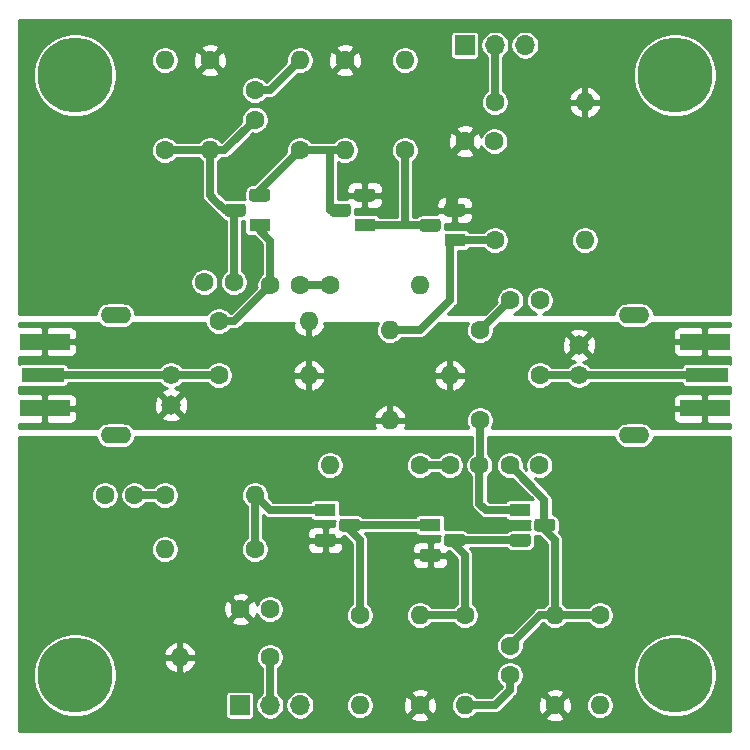
<source format=gtl>
%TF.GenerationSoftware,KiCad,Pcbnew,(5.1.10)-1*%
%TF.CreationDate,2021-10-29T13:49:13-04:00*%
%TF.ProjectId,W7ZOI_TIA,57375a4f-495f-4544-9941-2e6b69636164,rev?*%
%TF.SameCoordinates,Original*%
%TF.FileFunction,Copper,L1,Top*%
%TF.FilePolarity,Positive*%
%FSLAX46Y46*%
G04 Gerber Fmt 4.6, Leading zero omitted, Abs format (unit mm)*
G04 Created by KiCad (PCBNEW (5.1.10)-1) date 2021-10-29 13:49:13*
%MOMM*%
%LPD*%
G01*
G04 APERTURE LIST*
%TA.AperFunction,ComponentPad*%
%ADD10C,1.600000*%
%TD*%
%TA.AperFunction,ComponentPad*%
%ADD11C,6.350000*%
%TD*%
%TA.AperFunction,SMDPad,CuDef*%
%ADD12R,4.200000X1.350000*%
%TD*%
%TA.AperFunction,SMDPad,CuDef*%
%ADD13R,3.600000X1.270000*%
%TD*%
%TA.AperFunction,ComponentPad*%
%ADD14R,1.800000X1.100000*%
%TD*%
%TA.AperFunction,ComponentPad*%
%ADD15O,1.600000X1.600000*%
%TD*%
%TA.AperFunction,ComponentPad*%
%ADD16O,1.700000X1.700000*%
%TD*%
%TA.AperFunction,ComponentPad*%
%ADD17R,1.700000X1.700000*%
%TD*%
%TA.AperFunction,ComponentPad*%
%ADD18C,1.574800*%
%TD*%
%TA.AperFunction,ComponentPad*%
%ADD19C,1.651000*%
%TD*%
%TA.AperFunction,ComponentPad*%
%ADD20O,2.600000X1.400000*%
%TD*%
%TA.AperFunction,ViaPad*%
%ADD21C,0.889000*%
%TD*%
%TA.AperFunction,Conductor*%
%ADD22C,0.635000*%
%TD*%
%TA.AperFunction,Conductor*%
%ADD23C,0.254000*%
%TD*%
%TA.AperFunction,Conductor*%
%ADD24C,0.150000*%
%TD*%
G04 APERTURE END LIST*
D10*
%TO.P,C1,2*%
%TO.N,GND*%
X144740000Y-66522600D03*
%TO.P,C1,1*%
%TO.N,/VCCLRF*%
X142240000Y-66522600D03*
%TD*%
%TO.P,C2,1*%
%TO.N,/V1*%
X122682000Y-78460600D03*
%TO.P,C2,2*%
%TO.N,VINLR*%
X120182000Y-78460600D03*
%TD*%
%TO.P,C3,2*%
%TO.N,/V1*%
X124460000Y-64704600D03*
%TO.P,C3,1*%
%TO.N,Net-(C3-Pad1)*%
X124460000Y-62204600D03*
%TD*%
%TO.P,C4,1*%
%TO.N,/V2A*%
X128270000Y-78714600D03*
%TO.P,C4,2*%
%TO.N,/V2*%
X125770000Y-78714600D03*
%TD*%
%TO.P,C5,2*%
%TO.N,/V5*%
X146090000Y-79984600D03*
%TO.P,C5,1*%
%TO.N,VOUTLR*%
X148590000Y-79984600D03*
%TD*%
%TO.P,C6,1*%
%TO.N,/V6*%
X146050000Y-93954600D03*
%TO.P,C6,2*%
%TO.N,VOUTLR*%
X148550000Y-93954600D03*
%TD*%
%TO.P,C7,1*%
%TO.N,/VCCRLF*%
X123230000Y-106146600D03*
%TO.P,C7,2*%
%TO.N,GND*%
X125730000Y-106146600D03*
%TD*%
%TO.P,C8,2*%
%TO.N,/V6*%
X146050000Y-109234600D03*
%TO.P,C8,1*%
%TO.N,Net-(C8-Pad1)*%
X146050000Y-111734600D03*
%TD*%
%TO.P,C9,1*%
%TO.N,/V7A*%
X140970000Y-93954600D03*
%TO.P,C9,2*%
%TO.N,/V7*%
X143470000Y-93954600D03*
%TD*%
%TO.P,C10,2*%
%TO.N,/V10*%
X114260000Y-96494600D03*
%TO.P,C10,1*%
%TO.N,VINLR*%
X111760000Y-96494600D03*
%TD*%
D11*
%TO.P,MTG1,1*%
%TO.N,N/C*%
X109220000Y-111734600D03*
%TD*%
%TO.P,MTG2,1*%
%TO.N,N/C*%
X160020000Y-111734600D03*
%TD*%
%TO.P,MTG3,1*%
%TO.N,N/C*%
X109220000Y-60934600D03*
%TD*%
%TO.P,MTG4,1*%
%TO.N,N/C*%
X160020000Y-60934600D03*
%TD*%
D12*
%TO.P,P1,2*%
%TO.N,GND*%
X106680000Y-83509600D03*
X106680000Y-89159600D03*
D13*
%TO.P,P1,1*%
%TO.N,VINLR*%
X106480000Y-86334600D03*
%TD*%
%TO.P,P2,1*%
%TO.N,VOUTLR*%
X162760000Y-86334600D03*
D12*
%TO.P,P2,2*%
%TO.N,GND*%
X162560000Y-83509600D03*
X162560000Y-89159600D03*
%TD*%
D14*
%TO.P,Q1,1*%
%TO.N,/V2*%
X124860000Y-73634600D03*
%TO.P,Q1,3*%
%TO.N,/V3*%
%TA.AperFunction,ComponentPad*%
G36*
G01*
X125485000Y-71644600D02*
X124235000Y-71644600D01*
G75*
G02*
X123960000Y-71369600I0J275000D01*
G01*
X123960000Y-70819600D01*
G75*
G02*
X124235000Y-70544600I275000J0D01*
G01*
X125485000Y-70544600D01*
G75*
G02*
X125760000Y-70819600I0J-275000D01*
G01*
X125760000Y-71369600D01*
G75*
G02*
X125485000Y-71644600I-275000J0D01*
G01*
G37*
%TD.AperFunction*%
%TO.P,Q1,2*%
%TO.N,/V1*%
%TA.AperFunction,ComponentPad*%
G36*
G01*
X123415000Y-72914600D02*
X122165000Y-72914600D01*
G75*
G02*
X121890000Y-72639600I0J275000D01*
G01*
X121890000Y-72089600D01*
G75*
G02*
X122165000Y-71814600I275000J0D01*
G01*
X123415000Y-71814600D01*
G75*
G02*
X123690000Y-72089600I0J-275000D01*
G01*
X123690000Y-72639600D01*
G75*
G02*
X123415000Y-72914600I-275000J0D01*
G01*
G37*
%TD.AperFunction*%
%TD*%
%TO.P,Q2,1*%
%TO.N,/V4*%
X133750000Y-73634600D03*
%TO.P,Q2,3*%
%TO.N,/VCCLRF*%
%TA.AperFunction,ComponentPad*%
G36*
G01*
X134375000Y-71644600D02*
X133125000Y-71644600D01*
G75*
G02*
X132850000Y-71369600I0J275000D01*
G01*
X132850000Y-70819600D01*
G75*
G02*
X133125000Y-70544600I275000J0D01*
G01*
X134375000Y-70544600D01*
G75*
G02*
X134650000Y-70819600I0J-275000D01*
G01*
X134650000Y-71369600D01*
G75*
G02*
X134375000Y-71644600I-275000J0D01*
G01*
G37*
%TD.AperFunction*%
%TO.P,Q2,2*%
%TO.N,/V3*%
%TA.AperFunction,ComponentPad*%
G36*
G01*
X132305000Y-72914600D02*
X131055000Y-72914600D01*
G75*
G02*
X130780000Y-72639600I0J275000D01*
G01*
X130780000Y-72089600D01*
G75*
G02*
X131055000Y-71814600I275000J0D01*
G01*
X132305000Y-71814600D01*
G75*
G02*
X132580000Y-72089600I0J-275000D01*
G01*
X132580000Y-72639600D01*
G75*
G02*
X132305000Y-72914600I-275000J0D01*
G01*
G37*
%TD.AperFunction*%
%TD*%
%TO.P,Q3,2*%
%TO.N,/V4*%
%TA.AperFunction,ComponentPad*%
G36*
G01*
X139925000Y-74184600D02*
X138675000Y-74184600D01*
G75*
G02*
X138400000Y-73909600I0J275000D01*
G01*
X138400000Y-73359600D01*
G75*
G02*
X138675000Y-73084600I275000J0D01*
G01*
X139925000Y-73084600D01*
G75*
G02*
X140200000Y-73359600I0J-275000D01*
G01*
X140200000Y-73909600D01*
G75*
G02*
X139925000Y-74184600I-275000J0D01*
G01*
G37*
%TD.AperFunction*%
%TO.P,Q3,3*%
%TO.N,/VCCLRF*%
%TA.AperFunction,ComponentPad*%
G36*
G01*
X141995000Y-72914600D02*
X140745000Y-72914600D01*
G75*
G02*
X140470000Y-72639600I0J275000D01*
G01*
X140470000Y-72089600D01*
G75*
G02*
X140745000Y-71814600I275000J0D01*
G01*
X141995000Y-71814600D01*
G75*
G02*
X142270000Y-72089600I0J-275000D01*
G01*
X142270000Y-72639600D01*
G75*
G02*
X141995000Y-72914600I-275000J0D01*
G01*
G37*
%TD.AperFunction*%
%TO.P,Q3,1*%
%TO.N,Net-(Q3-Pad1)*%
X141370000Y-74904600D03*
%TD*%
%TO.P,Q4,2*%
%TO.N,/V6*%
%TA.AperFunction,ComponentPad*%
G36*
G01*
X148365000Y-98484600D02*
X149615000Y-98484600D01*
G75*
G02*
X149890000Y-98759600I0J-275000D01*
G01*
X149890000Y-99309600D01*
G75*
G02*
X149615000Y-99584600I-275000J0D01*
G01*
X148365000Y-99584600D01*
G75*
G02*
X148090000Y-99309600I0J275000D01*
G01*
X148090000Y-98759600D01*
G75*
G02*
X148365000Y-98484600I275000J0D01*
G01*
G37*
%TD.AperFunction*%
%TO.P,Q4,3*%
%TO.N,/V8*%
%TA.AperFunction,ComponentPad*%
G36*
G01*
X146295000Y-99754600D02*
X147545000Y-99754600D01*
G75*
G02*
X147820000Y-100029600I0J-275000D01*
G01*
X147820000Y-100579600D01*
G75*
G02*
X147545000Y-100854600I-275000J0D01*
G01*
X146295000Y-100854600D01*
G75*
G02*
X146020000Y-100579600I0J275000D01*
G01*
X146020000Y-100029600D01*
G75*
G02*
X146295000Y-99754600I275000J0D01*
G01*
G37*
%TD.AperFunction*%
%TO.P,Q4,1*%
%TO.N,/V7*%
X146920000Y-97764600D03*
%TD*%
%TO.P,Q5,1*%
%TO.N,/V9*%
X139300000Y-99034600D03*
%TO.P,Q5,3*%
%TO.N,/VCCRLF*%
%TA.AperFunction,ComponentPad*%
G36*
G01*
X138675000Y-101024600D02*
X139925000Y-101024600D01*
G75*
G02*
X140200000Y-101299600I0J-275000D01*
G01*
X140200000Y-101849600D01*
G75*
G02*
X139925000Y-102124600I-275000J0D01*
G01*
X138675000Y-102124600D01*
G75*
G02*
X138400000Y-101849600I0J275000D01*
G01*
X138400000Y-101299600D01*
G75*
G02*
X138675000Y-101024600I275000J0D01*
G01*
G37*
%TD.AperFunction*%
%TO.P,Q5,2*%
%TO.N,/V8*%
%TA.AperFunction,ComponentPad*%
G36*
G01*
X140745000Y-99754600D02*
X141995000Y-99754600D01*
G75*
G02*
X142270000Y-100029600I0J-275000D01*
G01*
X142270000Y-100579600D01*
G75*
G02*
X141995000Y-100854600I-275000J0D01*
G01*
X140745000Y-100854600D01*
G75*
G02*
X140470000Y-100579600I0J275000D01*
G01*
X140470000Y-100029600D01*
G75*
G02*
X140745000Y-99754600I275000J0D01*
G01*
G37*
%TD.AperFunction*%
%TD*%
%TO.P,Q6,2*%
%TO.N,/V9*%
%TA.AperFunction,ComponentPad*%
G36*
G01*
X131855000Y-98484600D02*
X133105000Y-98484600D01*
G75*
G02*
X133380000Y-98759600I0J-275000D01*
G01*
X133380000Y-99309600D01*
G75*
G02*
X133105000Y-99584600I-275000J0D01*
G01*
X131855000Y-99584600D01*
G75*
G02*
X131580000Y-99309600I0J275000D01*
G01*
X131580000Y-98759600D01*
G75*
G02*
X131855000Y-98484600I275000J0D01*
G01*
G37*
%TD.AperFunction*%
%TO.P,Q6,3*%
%TO.N,/VCCRLF*%
%TA.AperFunction,ComponentPad*%
G36*
G01*
X129785000Y-99754600D02*
X131035000Y-99754600D01*
G75*
G02*
X131310000Y-100029600I0J-275000D01*
G01*
X131310000Y-100579600D01*
G75*
G02*
X131035000Y-100854600I-275000J0D01*
G01*
X129785000Y-100854600D01*
G75*
G02*
X129510000Y-100579600I0J275000D01*
G01*
X129510000Y-100029600D01*
G75*
G02*
X129785000Y-99754600I275000J0D01*
G01*
G37*
%TD.AperFunction*%
%TO.P,Q6,1*%
%TO.N,Net-(Q6-Pad1)*%
X130410000Y-97764600D03*
%TD*%
D10*
%TO.P,R1,1*%
%TO.N,/VCCLRF*%
X120650000Y-59664600D03*
D15*
%TO.P,R1,2*%
%TO.N,/V1*%
X120650000Y-67284600D03*
%TD*%
%TO.P,R2,2*%
%TO.N,GND*%
X116840000Y-59664600D03*
D10*
%TO.P,R2,1*%
%TO.N,/V1*%
X116840000Y-67284600D03*
%TD*%
D15*
%TO.P,R3,2*%
%TO.N,Net-(C3-Pad1)*%
X128270000Y-59664600D03*
D10*
%TO.P,R3,1*%
%TO.N,/V3*%
X128270000Y-67284600D03*
%TD*%
D15*
%TO.P,R4,2*%
%TO.N,/VCCLRF*%
X152400000Y-63220600D03*
D10*
%TO.P,R4,1*%
%TO.N,VCCLR*%
X144780000Y-63220600D03*
%TD*%
D15*
%TO.P,R5,2*%
%TO.N,/V3*%
X132080000Y-67284600D03*
D10*
%TO.P,R5,1*%
%TO.N,/VCCLRF*%
X132080000Y-59664600D03*
%TD*%
%TO.P,R6,1*%
%TO.N,/V2*%
X121412000Y-81762600D03*
D15*
%TO.P,R6,2*%
%TO.N,GND*%
X129032000Y-81762600D03*
%TD*%
D10*
%TO.P,R7,1*%
%TO.N,/V2A*%
X130810000Y-78714600D03*
D15*
%TO.P,R7,2*%
%TO.N,GND*%
X138430000Y-78714600D03*
%TD*%
D10*
%TO.P,R8,1*%
%TO.N,/V4*%
X137160000Y-67284600D03*
D15*
%TO.P,R8,2*%
%TO.N,GND*%
X137160000Y-59664600D03*
%TD*%
D10*
%TO.P,R9,1*%
%TO.N,Net-(Q3-Pad1)*%
X144780000Y-74904600D03*
D15*
%TO.P,R9,2*%
%TO.N,GND*%
X152400000Y-74904600D03*
%TD*%
%TO.P,R10,2*%
%TO.N,Net-(Q3-Pad1)*%
X135890000Y-82524600D03*
D10*
%TO.P,R10,1*%
%TO.N,/V5*%
X143510000Y-82524600D03*
%TD*%
D15*
%TO.P,R11,2*%
%TO.N,GND*%
X140970000Y-86334600D03*
D10*
%TO.P,R11,1*%
%TO.N,VOUTLR*%
X148590000Y-86334600D03*
%TD*%
D15*
%TO.P,R12,2*%
%TO.N,/VCCRLF*%
X118110000Y-110210600D03*
D10*
%TO.P,R12,1*%
%TO.N,VCCRL*%
X125730000Y-110210600D03*
%TD*%
D15*
%TO.P,R13,2*%
%TO.N,/V6*%
X149860000Y-106654600D03*
D10*
%TO.P,R13,1*%
%TO.N,/VCCRLF*%
X149860000Y-114274600D03*
%TD*%
%TO.P,R14,1*%
%TO.N,/V6*%
X153670000Y-106654600D03*
D15*
%TO.P,R14,2*%
%TO.N,GND*%
X153670000Y-114274600D03*
%TD*%
D10*
%TO.P,R15,1*%
%TO.N,/V8*%
X142240000Y-106654600D03*
D15*
%TO.P,R15,2*%
%TO.N,Net-(C8-Pad1)*%
X142240000Y-114274600D03*
%TD*%
D10*
%TO.P,R16,1*%
%TO.N,/VCCRLF*%
X138430000Y-114274600D03*
D15*
%TO.P,R16,2*%
%TO.N,/V8*%
X138430000Y-106654600D03*
%TD*%
D10*
%TO.P,R17,1*%
%TO.N,/V7*%
X143510000Y-90144600D03*
D15*
%TO.P,R17,2*%
%TO.N,GND*%
X135890000Y-90144600D03*
%TD*%
%TO.P,R18,2*%
%TO.N,GND*%
X130810000Y-93954600D03*
D10*
%TO.P,R18,1*%
%TO.N,/V7A*%
X138430000Y-93954600D03*
%TD*%
%TO.P,R19,1*%
%TO.N,/V9*%
X133350000Y-106654600D03*
D15*
%TO.P,R19,2*%
%TO.N,GND*%
X133350000Y-114274600D03*
%TD*%
%TO.P,R20,2*%
%TO.N,GND*%
X116840000Y-101066600D03*
D10*
%TO.P,R20,1*%
%TO.N,Net-(Q6-Pad1)*%
X124460000Y-101066600D03*
%TD*%
%TO.P,R21,1*%
%TO.N,/V10*%
X116840000Y-96494600D03*
D15*
%TO.P,R21,2*%
%TO.N,Net-(Q6-Pad1)*%
X124460000Y-96494600D03*
%TD*%
D16*
%TO.P,J1,3*%
%TO.N,GND*%
X147320000Y-58394600D03*
%TO.P,J1,2*%
%TO.N,VCCLR*%
X144780000Y-58394600D03*
D17*
%TO.P,J1,1*%
%TO.N,GND*%
X142240000Y-58394600D03*
%TD*%
%TO.P,J2,1*%
%TO.N,GND*%
X123190000Y-114274600D03*
D16*
%TO.P,J2,2*%
%TO.N,VCCRL*%
X125730000Y-114274600D03*
%TO.P,J2,3*%
%TO.N,GND*%
X128270000Y-114274600D03*
%TD*%
D10*
%TO.P,R22,1*%
%TO.N,VINLR*%
X121412000Y-86334600D03*
D15*
%TO.P,R22,2*%
%TO.N,GND*%
X129032000Y-86334600D03*
%TD*%
D18*
%TO.P,P3,1*%
%TO.N,VINLR*%
X117348000Y-86334600D03*
D19*
%TO.P,P3,2*%
%TO.N,GND*%
X117348000Y-88874600D03*
D20*
%TO.P,P3,*%
%TO.N,*%
X112668000Y-91414600D03*
X112668000Y-81254600D03*
%TD*%
%TO.P,P4,*%
%TO.N,*%
X156572000Y-91414600D03*
X156572000Y-81254600D03*
D19*
%TO.P,P4,2*%
%TO.N,GND*%
X151892000Y-83794600D03*
D18*
%TO.P,P4,1*%
%TO.N,VOUTLR*%
X151892000Y-86334600D03*
%TD*%
D21*
%TO.N,GND*%
X124460000Y-83794600D03*
X124460000Y-88874600D03*
X130810000Y-83794600D03*
X130810000Y-88874600D03*
X134112000Y-88874600D03*
X133604000Y-83794600D03*
X140208000Y-83794600D03*
X140208000Y-88620600D03*
%TD*%
D22*
%TO.N,/V1*%
X121920000Y-72364600D02*
X123190000Y-72364600D01*
X121880000Y-67284600D02*
X124460000Y-64704600D01*
X120650000Y-67284600D02*
X121880000Y-67284600D01*
X120650000Y-67284600D02*
X120650000Y-71094600D01*
X116840000Y-67284600D02*
X120650000Y-67284600D01*
X121031000Y-71475600D02*
X121920000Y-72364600D01*
X120650000Y-71094600D02*
X121031000Y-71475600D01*
X122682000Y-72872600D02*
X123190000Y-72364600D01*
X122682000Y-78460600D02*
X122682000Y-72872600D01*
%TO.N,Net-(C3-Pad1)*%
X125730000Y-62204600D02*
X128270000Y-59664600D01*
X124460000Y-62204600D02*
X125730000Y-62204600D01*
%TO.N,/V5*%
X143550000Y-82524600D02*
X146090000Y-79984600D01*
X143510000Y-82524600D02*
X143550000Y-82524600D01*
%TO.N,Net-(C8-Pad1)*%
X142240000Y-114274600D02*
X144780000Y-114274600D01*
X146050000Y-113004600D02*
X146050000Y-111734600D01*
X144780000Y-114274600D02*
X146050000Y-113004600D01*
%TO.N,/V3*%
X124460000Y-71094600D02*
X128270000Y-67284600D01*
X132080000Y-72364600D02*
X130810000Y-72364600D01*
X130810000Y-72364600D02*
X130810000Y-67284600D01*
X130810000Y-67284600D02*
X132080000Y-67284600D01*
X128270000Y-67284600D02*
X130810000Y-67284600D01*
%TO.N,/V4*%
X133350000Y-73634600D02*
X137160000Y-73634600D01*
X137160000Y-67284600D02*
X137160000Y-73634600D01*
X137160000Y-73634600D02*
X139700000Y-73634600D01*
%TO.N,Net-(Q3-Pad1)*%
X140970000Y-74904600D02*
X144780000Y-74904600D01*
X135890000Y-82524600D02*
X138430000Y-82524600D01*
X140970000Y-79984600D02*
X140970000Y-74904600D01*
X138430000Y-82524600D02*
X140970000Y-79984600D01*
%TO.N,Net-(Q6-Pad1)*%
X124460000Y-101066600D02*
X124460000Y-96494600D01*
X125730000Y-97764600D02*
X124460000Y-96494600D01*
X130810000Y-97764600D02*
X125730000Y-97764600D01*
%TO.N,/V6*%
X149860000Y-100304600D02*
X148590000Y-99034600D01*
X149860000Y-106654600D02*
X149860000Y-100304600D01*
X149860000Y-106654600D02*
X148590000Y-106654600D01*
X146050000Y-109194600D02*
X146050000Y-109234600D01*
X148590000Y-106654600D02*
X146050000Y-109194600D01*
X153670000Y-106654600D02*
X149860000Y-106654600D01*
X148590000Y-99034600D02*
X148844000Y-99034600D01*
X148971000Y-98907600D02*
X148971000Y-96875600D01*
X148844000Y-99034600D02*
X148971000Y-98907600D01*
X146050000Y-93954600D02*
X148971000Y-96875600D01*
%TO.N,/V7*%
X147320000Y-97764600D02*
X144018000Y-97764600D01*
X143470000Y-97216600D02*
X143470000Y-93954600D01*
X144018000Y-97764600D02*
X143470000Y-97216600D01*
X143510000Y-93914600D02*
X143470000Y-93954600D01*
X143510000Y-90144600D02*
X143510000Y-93914600D01*
%TO.N,/V10*%
X114260000Y-96494600D02*
X116840000Y-96494600D01*
%TO.N,/V8*%
X142240000Y-101574600D02*
X140970000Y-100304600D01*
X142240000Y-106654600D02*
X142240000Y-101574600D01*
X140970000Y-100304600D02*
X147320000Y-100304600D01*
X138430000Y-106654600D02*
X142240000Y-106654600D01*
%TO.N,/V9*%
X133350000Y-100304600D02*
X132080000Y-99034600D01*
X133350000Y-106654600D02*
X133350000Y-100304600D01*
X139700000Y-99034600D02*
X132080000Y-99034600D01*
%TO.N,/V2*%
X125770000Y-74944600D02*
X124460000Y-73634600D01*
X125770000Y-78714600D02*
X125770000Y-74944600D01*
X122722000Y-81762600D02*
X125770000Y-78714600D01*
X121412000Y-81762600D02*
X122722000Y-81762600D01*
%TO.N,VCCRL*%
X125730000Y-114274600D02*
X125730000Y-110464600D01*
%TO.N,VINLR*%
X106480000Y-86334600D02*
X117348000Y-86334600D01*
X117348000Y-86334600D02*
X121412000Y-86334600D01*
%TO.N,VOUTLR*%
X151892000Y-86334600D02*
X162760000Y-86334600D01*
X148590000Y-86334600D02*
X151892000Y-86334600D01*
%TO.N,/V2A*%
X128270000Y-78714600D02*
X130810000Y-78714600D01*
%TO.N,/V7A*%
X138430000Y-93954600D02*
X140970000Y-93954600D01*
%TO.N,/VCCLRF*%
X140970000Y-67792600D02*
X142240000Y-66522600D01*
X140970000Y-72364600D02*
X140970000Y-67792600D01*
%TO.N,VCCLR*%
X144780000Y-62204600D02*
X144780000Y-58394600D01*
X144780000Y-63220600D02*
X144780000Y-58394600D01*
%TD*%
D23*
%TO.N,/VCCLRF*%
X164719800Y-81127600D02*
X158245721Y-81127600D01*
X158237358Y-81042687D01*
X158175546Y-80838918D01*
X158075167Y-80651123D01*
X157940081Y-80486519D01*
X157775477Y-80351433D01*
X157587682Y-80251054D01*
X157383913Y-80189242D01*
X157225100Y-80173600D01*
X155918900Y-80173600D01*
X155760087Y-80189242D01*
X155556318Y-80251054D01*
X155368523Y-80351433D01*
X155203919Y-80486519D01*
X155068833Y-80651123D01*
X154968454Y-80838918D01*
X154906642Y-81042687D01*
X154898279Y-81127600D01*
X148897354Y-81127600D01*
X148934485Y-81120214D01*
X149149413Y-81031188D01*
X149342843Y-80901942D01*
X149507342Y-80737443D01*
X149636588Y-80544013D01*
X149725614Y-80329085D01*
X149771000Y-80100918D01*
X149771000Y-79868282D01*
X149725614Y-79640115D01*
X149636588Y-79425187D01*
X149507342Y-79231757D01*
X149342843Y-79067258D01*
X149149413Y-78938012D01*
X148934485Y-78848986D01*
X148706318Y-78803600D01*
X148473682Y-78803600D01*
X148245515Y-78848986D01*
X148030587Y-78938012D01*
X147837157Y-79067258D01*
X147672658Y-79231757D01*
X147543412Y-79425187D01*
X147454386Y-79640115D01*
X147409000Y-79868282D01*
X147409000Y-80100918D01*
X147454386Y-80329085D01*
X147543412Y-80544013D01*
X147672658Y-80737443D01*
X147837157Y-80901942D01*
X148030587Y-81031188D01*
X148245515Y-81120214D01*
X148282646Y-81127600D01*
X146397354Y-81127600D01*
X146434485Y-81120214D01*
X146649413Y-81031188D01*
X146842843Y-80901942D01*
X147007342Y-80737443D01*
X147136588Y-80544013D01*
X147225614Y-80329085D01*
X147271000Y-80100918D01*
X147271000Y-79868282D01*
X147225614Y-79640115D01*
X147136588Y-79425187D01*
X147007342Y-79231757D01*
X146842843Y-79067258D01*
X146649413Y-78938012D01*
X146434485Y-78848986D01*
X146206318Y-78803600D01*
X145973682Y-78803600D01*
X145745515Y-78848986D01*
X145530587Y-78938012D01*
X145337157Y-79067258D01*
X145172658Y-79231757D01*
X145043412Y-79425187D01*
X144954386Y-79640115D01*
X144909000Y-79868282D01*
X144909000Y-80100918D01*
X144921751Y-80165021D01*
X143959173Y-81127600D01*
X140814828Y-81127600D01*
X141439662Y-80502766D01*
X141466302Y-80480903D01*
X141488167Y-80454261D01*
X141488173Y-80454255D01*
X141553591Y-80374544D01*
X141618451Y-80253199D01*
X141619102Y-80251054D01*
X141658393Y-80121530D01*
X141668500Y-80018909D01*
X141668500Y-80018899D01*
X141671878Y-79984601D01*
X141668500Y-79950303D01*
X141668500Y-75837443D01*
X142270000Y-75837443D01*
X142344689Y-75830087D01*
X142416508Y-75808301D01*
X142482696Y-75772922D01*
X142540711Y-75725311D01*
X142588322Y-75667296D01*
X142622636Y-75603100D01*
X143826347Y-75603100D01*
X143862658Y-75657443D01*
X144027157Y-75821942D01*
X144220587Y-75951188D01*
X144435515Y-76040214D01*
X144663682Y-76085600D01*
X144896318Y-76085600D01*
X145124485Y-76040214D01*
X145339413Y-75951188D01*
X145532843Y-75821942D01*
X145697342Y-75657443D01*
X145826588Y-75464013D01*
X145915614Y-75249085D01*
X145961000Y-75020918D01*
X145961000Y-74788282D01*
X151219000Y-74788282D01*
X151219000Y-75020918D01*
X151264386Y-75249085D01*
X151353412Y-75464013D01*
X151482658Y-75657443D01*
X151647157Y-75821942D01*
X151840587Y-75951188D01*
X152055515Y-76040214D01*
X152283682Y-76085600D01*
X152516318Y-76085600D01*
X152744485Y-76040214D01*
X152959413Y-75951188D01*
X153152843Y-75821942D01*
X153317342Y-75657443D01*
X153446588Y-75464013D01*
X153535614Y-75249085D01*
X153581000Y-75020918D01*
X153581000Y-74788282D01*
X153535614Y-74560115D01*
X153446588Y-74345187D01*
X153317342Y-74151757D01*
X153152843Y-73987258D01*
X152959413Y-73858012D01*
X152744485Y-73768986D01*
X152516318Y-73723600D01*
X152283682Y-73723600D01*
X152055515Y-73768986D01*
X151840587Y-73858012D01*
X151647157Y-73987258D01*
X151482658Y-74151757D01*
X151353412Y-74345187D01*
X151264386Y-74560115D01*
X151219000Y-74788282D01*
X145961000Y-74788282D01*
X145915614Y-74560115D01*
X145826588Y-74345187D01*
X145697342Y-74151757D01*
X145532843Y-73987258D01*
X145339413Y-73858012D01*
X145124485Y-73768986D01*
X144896318Y-73723600D01*
X144663682Y-73723600D01*
X144435515Y-73768986D01*
X144220587Y-73858012D01*
X144027157Y-73987258D01*
X143862658Y-74151757D01*
X143826347Y-74206100D01*
X142622636Y-74206100D01*
X142588322Y-74141904D01*
X142540711Y-74083889D01*
X142482696Y-74036278D01*
X142416508Y-74000899D01*
X142344689Y-73979113D01*
X142270000Y-73971757D01*
X140576721Y-73971757D01*
X140582843Y-73909600D01*
X140582843Y-73552108D01*
X141084250Y-73549600D01*
X141243000Y-73390850D01*
X141243000Y-72491600D01*
X141497000Y-72491600D01*
X141497000Y-73390850D01*
X141655750Y-73549600D01*
X142270000Y-73552672D01*
X142394482Y-73540412D01*
X142514180Y-73504102D01*
X142624494Y-73445137D01*
X142721185Y-73365785D01*
X142800537Y-73269094D01*
X142859502Y-73158780D01*
X142895812Y-73039082D01*
X142908072Y-72914600D01*
X142905000Y-72650350D01*
X142746250Y-72491600D01*
X141497000Y-72491600D01*
X141243000Y-72491600D01*
X139993750Y-72491600D01*
X139835000Y-72650350D01*
X139834402Y-72701757D01*
X138675000Y-72701757D01*
X138546661Y-72714397D01*
X138423254Y-72751832D01*
X138309522Y-72812624D01*
X138209835Y-72894435D01*
X138175641Y-72936100D01*
X137858500Y-72936100D01*
X137858500Y-71814600D01*
X139831928Y-71814600D01*
X139835000Y-72078850D01*
X139993750Y-72237600D01*
X141243000Y-72237600D01*
X141243000Y-71338350D01*
X141497000Y-71338350D01*
X141497000Y-72237600D01*
X142746250Y-72237600D01*
X142905000Y-72078850D01*
X142908072Y-71814600D01*
X142895812Y-71690118D01*
X142859502Y-71570420D01*
X142800537Y-71460106D01*
X142721185Y-71363415D01*
X142624494Y-71284063D01*
X142514180Y-71225098D01*
X142394482Y-71188788D01*
X142270000Y-71176528D01*
X141655750Y-71179600D01*
X141497000Y-71338350D01*
X141243000Y-71338350D01*
X141084250Y-71179600D01*
X140470000Y-71176528D01*
X140345518Y-71188788D01*
X140225820Y-71225098D01*
X140115506Y-71284063D01*
X140018815Y-71363415D01*
X139939463Y-71460106D01*
X139880498Y-71570420D01*
X139844188Y-71690118D01*
X139831928Y-71814600D01*
X137858500Y-71814600D01*
X137858500Y-68238253D01*
X137912843Y-68201942D01*
X138077342Y-68037443D01*
X138206588Y-67844013D01*
X138295614Y-67629085D01*
X138318247Y-67515302D01*
X141426903Y-67515302D01*
X141498486Y-67759271D01*
X141753996Y-67880171D01*
X142028184Y-67948900D01*
X142310512Y-67962817D01*
X142590130Y-67921387D01*
X142856292Y-67826203D01*
X142981514Y-67759271D01*
X143053097Y-67515302D01*
X142240000Y-66702205D01*
X141426903Y-67515302D01*
X138318247Y-67515302D01*
X138341000Y-67400918D01*
X138341000Y-67168282D01*
X138295614Y-66940115D01*
X138206588Y-66725187D01*
X138118339Y-66593112D01*
X140799783Y-66593112D01*
X140841213Y-66872730D01*
X140936397Y-67138892D01*
X141003329Y-67264114D01*
X141247298Y-67335697D01*
X142060395Y-66522600D01*
X142419605Y-66522600D01*
X143232702Y-67335697D01*
X143476671Y-67264114D01*
X143597571Y-67008604D01*
X143622240Y-66910189D01*
X143693412Y-67082013D01*
X143822658Y-67275443D01*
X143987157Y-67439942D01*
X144180587Y-67569188D01*
X144395515Y-67658214D01*
X144623682Y-67703600D01*
X144856318Y-67703600D01*
X145084485Y-67658214D01*
X145299413Y-67569188D01*
X145492843Y-67439942D01*
X145657342Y-67275443D01*
X145786588Y-67082013D01*
X145875614Y-66867085D01*
X145921000Y-66638918D01*
X145921000Y-66406282D01*
X145875614Y-66178115D01*
X145786588Y-65963187D01*
X145657342Y-65769757D01*
X145492843Y-65605258D01*
X145299413Y-65476012D01*
X145084485Y-65386986D01*
X144856318Y-65341600D01*
X144623682Y-65341600D01*
X144395515Y-65386986D01*
X144180587Y-65476012D01*
X143987157Y-65605258D01*
X143822658Y-65769757D01*
X143693412Y-65963187D01*
X143623931Y-66130929D01*
X143543603Y-65906308D01*
X143476671Y-65781086D01*
X143232702Y-65709503D01*
X142419605Y-66522600D01*
X142060395Y-66522600D01*
X141247298Y-65709503D01*
X141003329Y-65781086D01*
X140882429Y-66036596D01*
X140813700Y-66310784D01*
X140799783Y-66593112D01*
X138118339Y-66593112D01*
X138077342Y-66531757D01*
X137912843Y-66367258D01*
X137719413Y-66238012D01*
X137504485Y-66148986D01*
X137276318Y-66103600D01*
X137043682Y-66103600D01*
X136815515Y-66148986D01*
X136600587Y-66238012D01*
X136407157Y-66367258D01*
X136242658Y-66531757D01*
X136113412Y-66725187D01*
X136024386Y-66940115D01*
X135979000Y-67168282D01*
X135979000Y-67400918D01*
X136024386Y-67629085D01*
X136113412Y-67844013D01*
X136242658Y-68037443D01*
X136407157Y-68201942D01*
X136461500Y-68238253D01*
X136461501Y-72936100D01*
X135002636Y-72936100D01*
X134968322Y-72871904D01*
X134920711Y-72813889D01*
X134862696Y-72766278D01*
X134796508Y-72730899D01*
X134724689Y-72709113D01*
X134650000Y-72701757D01*
X132956721Y-72701757D01*
X132962843Y-72639600D01*
X132962843Y-72282108D01*
X133464250Y-72279600D01*
X133623000Y-72120850D01*
X133623000Y-71221600D01*
X133877000Y-71221600D01*
X133877000Y-72120850D01*
X134035750Y-72279600D01*
X134650000Y-72282672D01*
X134774482Y-72270412D01*
X134894180Y-72234102D01*
X135004494Y-72175137D01*
X135101185Y-72095785D01*
X135180537Y-71999094D01*
X135239502Y-71888780D01*
X135275812Y-71769082D01*
X135288072Y-71644600D01*
X135285000Y-71380350D01*
X135126250Y-71221600D01*
X133877000Y-71221600D01*
X133623000Y-71221600D01*
X132373750Y-71221600D01*
X132215000Y-71380350D01*
X132214402Y-71431757D01*
X131508500Y-71431757D01*
X131508500Y-70544600D01*
X132211928Y-70544600D01*
X132215000Y-70808850D01*
X132373750Y-70967600D01*
X133623000Y-70967600D01*
X133623000Y-70068350D01*
X133877000Y-70068350D01*
X133877000Y-70967600D01*
X135126250Y-70967600D01*
X135285000Y-70808850D01*
X135288072Y-70544600D01*
X135275812Y-70420118D01*
X135239502Y-70300420D01*
X135180537Y-70190106D01*
X135101185Y-70093415D01*
X135004494Y-70014063D01*
X134894180Y-69955098D01*
X134774482Y-69918788D01*
X134650000Y-69906528D01*
X134035750Y-69909600D01*
X133877000Y-70068350D01*
X133623000Y-70068350D01*
X133464250Y-69909600D01*
X132850000Y-69906528D01*
X132725518Y-69918788D01*
X132605820Y-69955098D01*
X132495506Y-70014063D01*
X132398815Y-70093415D01*
X132319463Y-70190106D01*
X132260498Y-70300420D01*
X132224188Y-70420118D01*
X132211928Y-70544600D01*
X131508500Y-70544600D01*
X131508500Y-68323112D01*
X131520587Y-68331188D01*
X131735515Y-68420214D01*
X131963682Y-68465600D01*
X132196318Y-68465600D01*
X132424485Y-68420214D01*
X132639413Y-68331188D01*
X132832843Y-68201942D01*
X132997342Y-68037443D01*
X133126588Y-67844013D01*
X133215614Y-67629085D01*
X133261000Y-67400918D01*
X133261000Y-67168282D01*
X133215614Y-66940115D01*
X133126588Y-66725187D01*
X132997342Y-66531757D01*
X132832843Y-66367258D01*
X132639413Y-66238012D01*
X132424485Y-66148986D01*
X132196318Y-66103600D01*
X131963682Y-66103600D01*
X131735515Y-66148986D01*
X131520587Y-66238012D01*
X131327157Y-66367258D01*
X131162658Y-66531757D01*
X131126347Y-66586100D01*
X130844309Y-66586100D01*
X130810000Y-66582721D01*
X130775692Y-66586100D01*
X129223653Y-66586100D01*
X129187342Y-66531757D01*
X129022843Y-66367258D01*
X128829413Y-66238012D01*
X128614485Y-66148986D01*
X128386318Y-66103600D01*
X128153682Y-66103600D01*
X127925515Y-66148986D01*
X127710587Y-66238012D01*
X127517157Y-66367258D01*
X127352658Y-66531757D01*
X127223412Y-66725187D01*
X127134386Y-66940115D01*
X127089000Y-67168282D01*
X127089000Y-67400918D01*
X127101751Y-67465021D01*
X124405016Y-70161757D01*
X124235000Y-70161757D01*
X124106661Y-70174397D01*
X123983254Y-70211832D01*
X123869522Y-70272624D01*
X123769835Y-70354435D01*
X123688024Y-70454122D01*
X123627232Y-70567854D01*
X123589797Y-70691261D01*
X123577157Y-70819600D01*
X123577157Y-71369600D01*
X123585792Y-71457275D01*
X123543339Y-71444397D01*
X123415000Y-71431757D01*
X122165000Y-71431757D01*
X122036661Y-71444397D01*
X121999037Y-71455810D01*
X121348500Y-70805273D01*
X121348500Y-68238253D01*
X121402843Y-68201942D01*
X121567342Y-68037443D01*
X121603653Y-67983100D01*
X121845702Y-67983100D01*
X121880000Y-67986478D01*
X121914298Y-67983100D01*
X121914309Y-67983100D01*
X122016930Y-67972993D01*
X122148597Y-67933052D01*
X122269943Y-67868191D01*
X122376303Y-67780903D01*
X122398175Y-67754252D01*
X124279579Y-65872849D01*
X124343682Y-65885600D01*
X124576318Y-65885600D01*
X124804485Y-65840214D01*
X125019413Y-65751188D01*
X125212843Y-65621942D01*
X125304887Y-65529898D01*
X141426903Y-65529898D01*
X142240000Y-66342995D01*
X143053097Y-65529898D01*
X142981514Y-65285929D01*
X142726004Y-65165029D01*
X142451816Y-65096300D01*
X142169488Y-65082383D01*
X141889870Y-65123813D01*
X141623708Y-65218997D01*
X141498486Y-65285929D01*
X141426903Y-65529898D01*
X125304887Y-65529898D01*
X125377342Y-65457443D01*
X125506588Y-65264013D01*
X125595614Y-65049085D01*
X125641000Y-64820918D01*
X125641000Y-64588282D01*
X125595614Y-64360115D01*
X125506588Y-64145187D01*
X125377342Y-63951757D01*
X125212843Y-63787258D01*
X125019413Y-63658012D01*
X124804485Y-63568986D01*
X124576318Y-63523600D01*
X124343682Y-63523600D01*
X124115515Y-63568986D01*
X123900587Y-63658012D01*
X123707157Y-63787258D01*
X123542658Y-63951757D01*
X123413412Y-64145187D01*
X123324386Y-64360115D01*
X123279000Y-64588282D01*
X123279000Y-64820918D01*
X123291751Y-64885021D01*
X121598454Y-66578319D01*
X121567342Y-66531757D01*
X121402843Y-66367258D01*
X121209413Y-66238012D01*
X120994485Y-66148986D01*
X120766318Y-66103600D01*
X120533682Y-66103600D01*
X120305515Y-66148986D01*
X120090587Y-66238012D01*
X119897157Y-66367258D01*
X119732658Y-66531757D01*
X119696347Y-66586100D01*
X117793653Y-66586100D01*
X117757342Y-66531757D01*
X117592843Y-66367258D01*
X117399413Y-66238012D01*
X117184485Y-66148986D01*
X116956318Y-66103600D01*
X116723682Y-66103600D01*
X116495515Y-66148986D01*
X116280587Y-66238012D01*
X116087157Y-66367258D01*
X115922658Y-66531757D01*
X115793412Y-66725187D01*
X115704386Y-66940115D01*
X115659000Y-67168282D01*
X115659000Y-67400918D01*
X115704386Y-67629085D01*
X115793412Y-67844013D01*
X115922658Y-68037443D01*
X116087157Y-68201942D01*
X116280587Y-68331188D01*
X116495515Y-68420214D01*
X116723682Y-68465600D01*
X116956318Y-68465600D01*
X117184485Y-68420214D01*
X117399413Y-68331188D01*
X117592843Y-68201942D01*
X117757342Y-68037443D01*
X117793653Y-67983100D01*
X119696347Y-67983100D01*
X119732658Y-68037443D01*
X119897157Y-68201942D01*
X119951500Y-68238253D01*
X119951501Y-71060292D01*
X119948122Y-71094600D01*
X119951501Y-71128908D01*
X119951501Y-71128909D01*
X119956494Y-71179600D01*
X119961608Y-71231529D01*
X120001549Y-71363198D01*
X120066409Y-71484543D01*
X120131826Y-71564253D01*
X120131830Y-71564257D01*
X120153698Y-71590903D01*
X120180344Y-71612771D01*
X120512826Y-71945253D01*
X121401827Y-72834255D01*
X121423697Y-72860903D01*
X121450343Y-72882771D01*
X121450346Y-72882774D01*
X121530056Y-72948191D01*
X121594917Y-72982860D01*
X121610640Y-72991264D01*
X121618024Y-73005078D01*
X121699835Y-73104765D01*
X121799522Y-73186576D01*
X121913254Y-73247368D01*
X121983501Y-73268677D01*
X121983500Y-77506947D01*
X121929157Y-77543258D01*
X121764658Y-77707757D01*
X121635412Y-77901187D01*
X121546386Y-78116115D01*
X121501000Y-78344282D01*
X121501000Y-78576918D01*
X121546386Y-78805085D01*
X121635412Y-79020013D01*
X121764658Y-79213443D01*
X121929157Y-79377942D01*
X122122587Y-79507188D01*
X122337515Y-79596214D01*
X122565682Y-79641600D01*
X122798318Y-79641600D01*
X123026485Y-79596214D01*
X123241413Y-79507188D01*
X123434843Y-79377942D01*
X123599342Y-79213443D01*
X123728588Y-79020013D01*
X123817614Y-78805085D01*
X123863000Y-78576918D01*
X123863000Y-78344282D01*
X123817614Y-78116115D01*
X123728588Y-77901187D01*
X123599342Y-77707757D01*
X123434843Y-77543258D01*
X123380500Y-77506947D01*
X123380500Y-73297443D01*
X123415000Y-73297443D01*
X123543339Y-73284803D01*
X123577157Y-73274544D01*
X123577157Y-74184600D01*
X123584513Y-74259289D01*
X123606299Y-74331108D01*
X123641678Y-74397296D01*
X123689289Y-74455311D01*
X123747304Y-74502922D01*
X123813492Y-74538301D01*
X123885311Y-74560087D01*
X123960000Y-74567443D01*
X124405016Y-74567443D01*
X125071501Y-75233929D01*
X125071500Y-77760947D01*
X125017157Y-77797258D01*
X124852658Y-77961757D01*
X124723412Y-78155187D01*
X124634386Y-78370115D01*
X124589000Y-78598282D01*
X124589000Y-78830918D01*
X124601751Y-78895021D01*
X122432673Y-81064100D01*
X122365653Y-81064100D01*
X122329342Y-81009757D01*
X122164843Y-80845258D01*
X121971413Y-80716012D01*
X121756485Y-80626986D01*
X121528318Y-80581600D01*
X121295682Y-80581600D01*
X121067515Y-80626986D01*
X120852587Y-80716012D01*
X120659157Y-80845258D01*
X120494658Y-81009757D01*
X120415918Y-81127600D01*
X114341721Y-81127600D01*
X114333358Y-81042687D01*
X114271546Y-80838918D01*
X114171167Y-80651123D01*
X114036081Y-80486519D01*
X113871477Y-80351433D01*
X113683682Y-80251054D01*
X113479913Y-80189242D01*
X113321100Y-80173600D01*
X112014900Y-80173600D01*
X111856087Y-80189242D01*
X111652318Y-80251054D01*
X111464523Y-80351433D01*
X111299919Y-80486519D01*
X111164833Y-80651123D01*
X111064454Y-80838918D01*
X111002642Y-81042687D01*
X110994279Y-81127600D01*
X104520200Y-81127600D01*
X104520200Y-78344282D01*
X119001000Y-78344282D01*
X119001000Y-78576918D01*
X119046386Y-78805085D01*
X119135412Y-79020013D01*
X119264658Y-79213443D01*
X119429157Y-79377942D01*
X119622587Y-79507188D01*
X119837515Y-79596214D01*
X120065682Y-79641600D01*
X120298318Y-79641600D01*
X120526485Y-79596214D01*
X120741413Y-79507188D01*
X120934843Y-79377942D01*
X121099342Y-79213443D01*
X121228588Y-79020013D01*
X121317614Y-78805085D01*
X121363000Y-78576918D01*
X121363000Y-78344282D01*
X121317614Y-78116115D01*
X121228588Y-77901187D01*
X121099342Y-77707757D01*
X120934843Y-77543258D01*
X120741413Y-77414012D01*
X120526485Y-77324986D01*
X120298318Y-77279600D01*
X120065682Y-77279600D01*
X119837515Y-77324986D01*
X119622587Y-77414012D01*
X119429157Y-77543258D01*
X119264658Y-77707757D01*
X119135412Y-77901187D01*
X119046386Y-78116115D01*
X119001000Y-78344282D01*
X104520200Y-78344282D01*
X104520200Y-60584365D01*
X105664000Y-60584365D01*
X105664000Y-61284835D01*
X105800655Y-61971847D01*
X106068714Y-62618998D01*
X106457874Y-63201418D01*
X106953182Y-63696726D01*
X107535602Y-64085886D01*
X108182753Y-64353945D01*
X108869765Y-64490600D01*
X109570235Y-64490600D01*
X110257247Y-64353945D01*
X110904398Y-64085886D01*
X111486818Y-63696726D01*
X111982126Y-63201418D01*
X112371286Y-62618998D01*
X112591115Y-62088282D01*
X123279000Y-62088282D01*
X123279000Y-62320918D01*
X123324386Y-62549085D01*
X123413412Y-62764013D01*
X123542658Y-62957443D01*
X123707157Y-63121942D01*
X123900587Y-63251188D01*
X124115515Y-63340214D01*
X124343682Y-63385600D01*
X124576318Y-63385600D01*
X124804485Y-63340214D01*
X125019413Y-63251188D01*
X125212843Y-63121942D01*
X125377342Y-62957443D01*
X125413653Y-62903100D01*
X125695702Y-62903100D01*
X125730000Y-62906478D01*
X125764298Y-62903100D01*
X125764309Y-62903100D01*
X125866930Y-62892993D01*
X125998597Y-62853052D01*
X126119943Y-62788191D01*
X126226303Y-62700903D01*
X126248175Y-62674252D01*
X128089579Y-60832849D01*
X128153682Y-60845600D01*
X128386318Y-60845600D01*
X128614485Y-60800214D01*
X128829413Y-60711188D01*
X128910058Y-60657302D01*
X131266903Y-60657302D01*
X131338486Y-60901271D01*
X131593996Y-61022171D01*
X131868184Y-61090900D01*
X132150512Y-61104817D01*
X132430130Y-61063387D01*
X132696292Y-60968203D01*
X132821514Y-60901271D01*
X132893097Y-60657302D01*
X132080000Y-59844205D01*
X131266903Y-60657302D01*
X128910058Y-60657302D01*
X129022843Y-60581942D01*
X129187342Y-60417443D01*
X129316588Y-60224013D01*
X129405614Y-60009085D01*
X129451000Y-59780918D01*
X129451000Y-59735112D01*
X130639783Y-59735112D01*
X130681213Y-60014730D01*
X130776397Y-60280892D01*
X130843329Y-60406114D01*
X131087298Y-60477697D01*
X131900395Y-59664600D01*
X132259605Y-59664600D01*
X133072702Y-60477697D01*
X133316671Y-60406114D01*
X133437571Y-60150604D01*
X133506300Y-59876416D01*
X133520217Y-59594088D01*
X133513431Y-59548282D01*
X135979000Y-59548282D01*
X135979000Y-59780918D01*
X136024386Y-60009085D01*
X136113412Y-60224013D01*
X136242658Y-60417443D01*
X136407157Y-60581942D01*
X136600587Y-60711188D01*
X136815515Y-60800214D01*
X137043682Y-60845600D01*
X137276318Y-60845600D01*
X137504485Y-60800214D01*
X137719413Y-60711188D01*
X137912843Y-60581942D01*
X138077342Y-60417443D01*
X138206588Y-60224013D01*
X138295614Y-60009085D01*
X138341000Y-59780918D01*
X138341000Y-59548282D01*
X138295614Y-59320115D01*
X138206588Y-59105187D01*
X138077342Y-58911757D01*
X137912843Y-58747258D01*
X137719413Y-58618012D01*
X137504485Y-58528986D01*
X137276318Y-58483600D01*
X137043682Y-58483600D01*
X136815515Y-58528986D01*
X136600587Y-58618012D01*
X136407157Y-58747258D01*
X136242658Y-58911757D01*
X136113412Y-59105187D01*
X136024386Y-59320115D01*
X135979000Y-59548282D01*
X133513431Y-59548282D01*
X133478787Y-59314470D01*
X133383603Y-59048308D01*
X133316671Y-58923086D01*
X133072702Y-58851503D01*
X132259605Y-59664600D01*
X131900395Y-59664600D01*
X131087298Y-58851503D01*
X130843329Y-58923086D01*
X130722429Y-59178596D01*
X130653700Y-59452784D01*
X130639783Y-59735112D01*
X129451000Y-59735112D01*
X129451000Y-59548282D01*
X129405614Y-59320115D01*
X129316588Y-59105187D01*
X129187342Y-58911757D01*
X129022843Y-58747258D01*
X128910059Y-58671898D01*
X131266903Y-58671898D01*
X132080000Y-59484995D01*
X132893097Y-58671898D01*
X132821514Y-58427929D01*
X132566004Y-58307029D01*
X132291816Y-58238300D01*
X132009488Y-58224383D01*
X131729870Y-58265813D01*
X131463708Y-58360997D01*
X131338486Y-58427929D01*
X131266903Y-58671898D01*
X128910059Y-58671898D01*
X128829413Y-58618012D01*
X128614485Y-58528986D01*
X128386318Y-58483600D01*
X128153682Y-58483600D01*
X127925515Y-58528986D01*
X127710587Y-58618012D01*
X127517157Y-58747258D01*
X127352658Y-58911757D01*
X127223412Y-59105187D01*
X127134386Y-59320115D01*
X127089000Y-59548282D01*
X127089000Y-59780918D01*
X127101751Y-59845021D01*
X125440673Y-61506100D01*
X125413653Y-61506100D01*
X125377342Y-61451757D01*
X125212843Y-61287258D01*
X125019413Y-61158012D01*
X124804485Y-61068986D01*
X124576318Y-61023600D01*
X124343682Y-61023600D01*
X124115515Y-61068986D01*
X123900587Y-61158012D01*
X123707157Y-61287258D01*
X123542658Y-61451757D01*
X123413412Y-61645187D01*
X123324386Y-61860115D01*
X123279000Y-62088282D01*
X112591115Y-62088282D01*
X112639345Y-61971847D01*
X112776000Y-61284835D01*
X112776000Y-60584365D01*
X112639345Y-59897353D01*
X112494755Y-59548282D01*
X115659000Y-59548282D01*
X115659000Y-59780918D01*
X115704386Y-60009085D01*
X115793412Y-60224013D01*
X115922658Y-60417443D01*
X116087157Y-60581942D01*
X116280587Y-60711188D01*
X116495515Y-60800214D01*
X116723682Y-60845600D01*
X116956318Y-60845600D01*
X117184485Y-60800214D01*
X117399413Y-60711188D01*
X117480058Y-60657302D01*
X119836903Y-60657302D01*
X119908486Y-60901271D01*
X120163996Y-61022171D01*
X120438184Y-61090900D01*
X120720512Y-61104817D01*
X121000130Y-61063387D01*
X121266292Y-60968203D01*
X121391514Y-60901271D01*
X121463097Y-60657302D01*
X120650000Y-59844205D01*
X119836903Y-60657302D01*
X117480058Y-60657302D01*
X117592843Y-60581942D01*
X117757342Y-60417443D01*
X117886588Y-60224013D01*
X117975614Y-60009085D01*
X118021000Y-59780918D01*
X118021000Y-59735112D01*
X119209783Y-59735112D01*
X119251213Y-60014730D01*
X119346397Y-60280892D01*
X119413329Y-60406114D01*
X119657298Y-60477697D01*
X120470395Y-59664600D01*
X120829605Y-59664600D01*
X121642702Y-60477697D01*
X121886671Y-60406114D01*
X122007571Y-60150604D01*
X122076300Y-59876416D01*
X122090217Y-59594088D01*
X122048787Y-59314470D01*
X121953603Y-59048308D01*
X121886671Y-58923086D01*
X121642702Y-58851503D01*
X120829605Y-59664600D01*
X120470395Y-59664600D01*
X119657298Y-58851503D01*
X119413329Y-58923086D01*
X119292429Y-59178596D01*
X119223700Y-59452784D01*
X119209783Y-59735112D01*
X118021000Y-59735112D01*
X118021000Y-59548282D01*
X117975614Y-59320115D01*
X117886588Y-59105187D01*
X117757342Y-58911757D01*
X117592843Y-58747258D01*
X117480059Y-58671898D01*
X119836903Y-58671898D01*
X120650000Y-59484995D01*
X121463097Y-58671898D01*
X121391514Y-58427929D01*
X121136004Y-58307029D01*
X120861816Y-58238300D01*
X120579488Y-58224383D01*
X120299870Y-58265813D01*
X120033708Y-58360997D01*
X119908486Y-58427929D01*
X119836903Y-58671898D01*
X117480059Y-58671898D01*
X117399413Y-58618012D01*
X117184485Y-58528986D01*
X116956318Y-58483600D01*
X116723682Y-58483600D01*
X116495515Y-58528986D01*
X116280587Y-58618012D01*
X116087157Y-58747258D01*
X115922658Y-58911757D01*
X115793412Y-59105187D01*
X115704386Y-59320115D01*
X115659000Y-59548282D01*
X112494755Y-59548282D01*
X112371286Y-59250202D01*
X111982126Y-58667782D01*
X111486818Y-58172474D01*
X110904398Y-57783314D01*
X110328093Y-57544600D01*
X141007157Y-57544600D01*
X141007157Y-59244600D01*
X141014513Y-59319289D01*
X141036299Y-59391108D01*
X141071678Y-59457296D01*
X141119289Y-59515311D01*
X141177304Y-59562922D01*
X141243492Y-59598301D01*
X141315311Y-59620087D01*
X141390000Y-59627443D01*
X143090000Y-59627443D01*
X143164689Y-59620087D01*
X143236508Y-59598301D01*
X143302696Y-59562922D01*
X143360711Y-59515311D01*
X143408322Y-59457296D01*
X143443701Y-59391108D01*
X143465487Y-59319289D01*
X143472843Y-59244600D01*
X143472843Y-58273357D01*
X143549000Y-58273357D01*
X143549000Y-58515843D01*
X143596307Y-58753669D01*
X143689102Y-58977697D01*
X143823820Y-59179317D01*
X143995283Y-59350780D01*
X144081501Y-59408389D01*
X144081501Y-60800214D01*
X144081500Y-62266947D01*
X144027157Y-62303258D01*
X143862658Y-62467757D01*
X143733412Y-62661187D01*
X143644386Y-62876115D01*
X143599000Y-63104282D01*
X143599000Y-63336918D01*
X143644386Y-63565085D01*
X143733412Y-63780013D01*
X143862658Y-63973443D01*
X144027157Y-64137942D01*
X144220587Y-64267188D01*
X144435515Y-64356214D01*
X144663682Y-64401600D01*
X144896318Y-64401600D01*
X145124485Y-64356214D01*
X145339413Y-64267188D01*
X145532843Y-64137942D01*
X145697342Y-63973443D01*
X145826588Y-63780013D01*
X145913727Y-63569639D01*
X151008096Y-63569639D01*
X151048754Y-63703687D01*
X151168963Y-63958020D01*
X151336481Y-64184014D01*
X151544869Y-64372985D01*
X151786119Y-64517670D01*
X152050960Y-64612509D01*
X152273000Y-64491224D01*
X152273000Y-63347600D01*
X152527000Y-63347600D01*
X152527000Y-64491224D01*
X152749040Y-64612509D01*
X153013881Y-64517670D01*
X153255131Y-64372985D01*
X153463519Y-64184014D01*
X153631037Y-63958020D01*
X153751246Y-63703687D01*
X153791904Y-63569639D01*
X153669915Y-63347600D01*
X152527000Y-63347600D01*
X152273000Y-63347600D01*
X151130085Y-63347600D01*
X151008096Y-63569639D01*
X145913727Y-63569639D01*
X145915614Y-63565085D01*
X145961000Y-63336918D01*
X145961000Y-63104282D01*
X145915614Y-62876115D01*
X145913728Y-62871561D01*
X151008096Y-62871561D01*
X151130085Y-63093600D01*
X152273000Y-63093600D01*
X152273000Y-61949976D01*
X152527000Y-61949976D01*
X152527000Y-63093600D01*
X153669915Y-63093600D01*
X153791904Y-62871561D01*
X153751246Y-62737513D01*
X153631037Y-62483180D01*
X153463519Y-62257186D01*
X153255131Y-62068215D01*
X153013881Y-61923530D01*
X152749040Y-61828691D01*
X152527000Y-61949976D01*
X152273000Y-61949976D01*
X152050960Y-61828691D01*
X151786119Y-61923530D01*
X151544869Y-62068215D01*
X151336481Y-62257186D01*
X151168963Y-62483180D01*
X151048754Y-62737513D01*
X151008096Y-62871561D01*
X145913728Y-62871561D01*
X145826588Y-62661187D01*
X145697342Y-62467757D01*
X145532843Y-62303258D01*
X145478500Y-62266947D01*
X145478500Y-60584365D01*
X156464000Y-60584365D01*
X156464000Y-61284835D01*
X156600655Y-61971847D01*
X156868714Y-62618998D01*
X157257874Y-63201418D01*
X157753182Y-63696726D01*
X158335602Y-64085886D01*
X158982753Y-64353945D01*
X159669765Y-64490600D01*
X160370235Y-64490600D01*
X161057247Y-64353945D01*
X161704398Y-64085886D01*
X162286818Y-63696726D01*
X162782126Y-63201418D01*
X163171286Y-62618998D01*
X163439345Y-61971847D01*
X163576000Y-61284835D01*
X163576000Y-60584365D01*
X163439345Y-59897353D01*
X163171286Y-59250202D01*
X162782126Y-58667782D01*
X162286818Y-58172474D01*
X161704398Y-57783314D01*
X161057247Y-57515255D01*
X160370235Y-57378600D01*
X159669765Y-57378600D01*
X158982753Y-57515255D01*
X158335602Y-57783314D01*
X157753182Y-58172474D01*
X157257874Y-58667782D01*
X156868714Y-59250202D01*
X156600655Y-59897353D01*
X156464000Y-60584365D01*
X145478500Y-60584365D01*
X145478500Y-59408388D01*
X145564717Y-59350780D01*
X145736180Y-59179317D01*
X145870898Y-58977697D01*
X145963693Y-58753669D01*
X146011000Y-58515843D01*
X146011000Y-58273357D01*
X146089000Y-58273357D01*
X146089000Y-58515843D01*
X146136307Y-58753669D01*
X146229102Y-58977697D01*
X146363820Y-59179317D01*
X146535283Y-59350780D01*
X146736903Y-59485498D01*
X146960931Y-59578293D01*
X147198757Y-59625600D01*
X147441243Y-59625600D01*
X147679069Y-59578293D01*
X147903097Y-59485498D01*
X148104717Y-59350780D01*
X148276180Y-59179317D01*
X148410898Y-58977697D01*
X148503693Y-58753669D01*
X148551000Y-58515843D01*
X148551000Y-58273357D01*
X148503693Y-58035531D01*
X148410898Y-57811503D01*
X148276180Y-57609883D01*
X148104717Y-57438420D01*
X147903097Y-57303702D01*
X147679069Y-57210907D01*
X147441243Y-57163600D01*
X147198757Y-57163600D01*
X146960931Y-57210907D01*
X146736903Y-57303702D01*
X146535283Y-57438420D01*
X146363820Y-57609883D01*
X146229102Y-57811503D01*
X146136307Y-58035531D01*
X146089000Y-58273357D01*
X146011000Y-58273357D01*
X145963693Y-58035531D01*
X145870898Y-57811503D01*
X145736180Y-57609883D01*
X145564717Y-57438420D01*
X145363097Y-57303702D01*
X145139069Y-57210907D01*
X144901243Y-57163600D01*
X144658757Y-57163600D01*
X144420931Y-57210907D01*
X144196903Y-57303702D01*
X143995283Y-57438420D01*
X143823820Y-57609883D01*
X143689102Y-57811503D01*
X143596307Y-58035531D01*
X143549000Y-58273357D01*
X143472843Y-58273357D01*
X143472843Y-57544600D01*
X143465487Y-57469911D01*
X143443701Y-57398092D01*
X143408322Y-57331904D01*
X143360711Y-57273889D01*
X143302696Y-57226278D01*
X143236508Y-57190899D01*
X143164689Y-57169113D01*
X143090000Y-57161757D01*
X141390000Y-57161757D01*
X141315311Y-57169113D01*
X141243492Y-57190899D01*
X141177304Y-57226278D01*
X141119289Y-57273889D01*
X141071678Y-57331904D01*
X141036299Y-57398092D01*
X141014513Y-57469911D01*
X141007157Y-57544600D01*
X110328093Y-57544600D01*
X110257247Y-57515255D01*
X109570235Y-57378600D01*
X108869765Y-57378600D01*
X108182753Y-57515255D01*
X107535602Y-57783314D01*
X106953182Y-58172474D01*
X106457874Y-58667782D01*
X106068714Y-59250202D01*
X105800655Y-59897353D01*
X105664000Y-60584365D01*
X104520200Y-60584365D01*
X104520200Y-56234800D01*
X164719800Y-56234800D01*
X164719800Y-81127600D01*
%TA.AperFunction,Conductor*%
D24*
G36*
X164719800Y-81127600D02*
G01*
X158245721Y-81127600D01*
X158237358Y-81042687D01*
X158175546Y-80838918D01*
X158075167Y-80651123D01*
X157940081Y-80486519D01*
X157775477Y-80351433D01*
X157587682Y-80251054D01*
X157383913Y-80189242D01*
X157225100Y-80173600D01*
X155918900Y-80173600D01*
X155760087Y-80189242D01*
X155556318Y-80251054D01*
X155368523Y-80351433D01*
X155203919Y-80486519D01*
X155068833Y-80651123D01*
X154968454Y-80838918D01*
X154906642Y-81042687D01*
X154898279Y-81127600D01*
X148897354Y-81127600D01*
X148934485Y-81120214D01*
X149149413Y-81031188D01*
X149342843Y-80901942D01*
X149507342Y-80737443D01*
X149636588Y-80544013D01*
X149725614Y-80329085D01*
X149771000Y-80100918D01*
X149771000Y-79868282D01*
X149725614Y-79640115D01*
X149636588Y-79425187D01*
X149507342Y-79231757D01*
X149342843Y-79067258D01*
X149149413Y-78938012D01*
X148934485Y-78848986D01*
X148706318Y-78803600D01*
X148473682Y-78803600D01*
X148245515Y-78848986D01*
X148030587Y-78938012D01*
X147837157Y-79067258D01*
X147672658Y-79231757D01*
X147543412Y-79425187D01*
X147454386Y-79640115D01*
X147409000Y-79868282D01*
X147409000Y-80100918D01*
X147454386Y-80329085D01*
X147543412Y-80544013D01*
X147672658Y-80737443D01*
X147837157Y-80901942D01*
X148030587Y-81031188D01*
X148245515Y-81120214D01*
X148282646Y-81127600D01*
X146397354Y-81127600D01*
X146434485Y-81120214D01*
X146649413Y-81031188D01*
X146842843Y-80901942D01*
X147007342Y-80737443D01*
X147136588Y-80544013D01*
X147225614Y-80329085D01*
X147271000Y-80100918D01*
X147271000Y-79868282D01*
X147225614Y-79640115D01*
X147136588Y-79425187D01*
X147007342Y-79231757D01*
X146842843Y-79067258D01*
X146649413Y-78938012D01*
X146434485Y-78848986D01*
X146206318Y-78803600D01*
X145973682Y-78803600D01*
X145745515Y-78848986D01*
X145530587Y-78938012D01*
X145337157Y-79067258D01*
X145172658Y-79231757D01*
X145043412Y-79425187D01*
X144954386Y-79640115D01*
X144909000Y-79868282D01*
X144909000Y-80100918D01*
X144921751Y-80165021D01*
X143959173Y-81127600D01*
X140814828Y-81127600D01*
X141439662Y-80502766D01*
X141466302Y-80480903D01*
X141488167Y-80454261D01*
X141488173Y-80454255D01*
X141553591Y-80374544D01*
X141618451Y-80253199D01*
X141619102Y-80251054D01*
X141658393Y-80121530D01*
X141668500Y-80018909D01*
X141668500Y-80018899D01*
X141671878Y-79984601D01*
X141668500Y-79950303D01*
X141668500Y-75837443D01*
X142270000Y-75837443D01*
X142344689Y-75830087D01*
X142416508Y-75808301D01*
X142482696Y-75772922D01*
X142540711Y-75725311D01*
X142588322Y-75667296D01*
X142622636Y-75603100D01*
X143826347Y-75603100D01*
X143862658Y-75657443D01*
X144027157Y-75821942D01*
X144220587Y-75951188D01*
X144435515Y-76040214D01*
X144663682Y-76085600D01*
X144896318Y-76085600D01*
X145124485Y-76040214D01*
X145339413Y-75951188D01*
X145532843Y-75821942D01*
X145697342Y-75657443D01*
X145826588Y-75464013D01*
X145915614Y-75249085D01*
X145961000Y-75020918D01*
X145961000Y-74788282D01*
X151219000Y-74788282D01*
X151219000Y-75020918D01*
X151264386Y-75249085D01*
X151353412Y-75464013D01*
X151482658Y-75657443D01*
X151647157Y-75821942D01*
X151840587Y-75951188D01*
X152055515Y-76040214D01*
X152283682Y-76085600D01*
X152516318Y-76085600D01*
X152744485Y-76040214D01*
X152959413Y-75951188D01*
X153152843Y-75821942D01*
X153317342Y-75657443D01*
X153446588Y-75464013D01*
X153535614Y-75249085D01*
X153581000Y-75020918D01*
X153581000Y-74788282D01*
X153535614Y-74560115D01*
X153446588Y-74345187D01*
X153317342Y-74151757D01*
X153152843Y-73987258D01*
X152959413Y-73858012D01*
X152744485Y-73768986D01*
X152516318Y-73723600D01*
X152283682Y-73723600D01*
X152055515Y-73768986D01*
X151840587Y-73858012D01*
X151647157Y-73987258D01*
X151482658Y-74151757D01*
X151353412Y-74345187D01*
X151264386Y-74560115D01*
X151219000Y-74788282D01*
X145961000Y-74788282D01*
X145915614Y-74560115D01*
X145826588Y-74345187D01*
X145697342Y-74151757D01*
X145532843Y-73987258D01*
X145339413Y-73858012D01*
X145124485Y-73768986D01*
X144896318Y-73723600D01*
X144663682Y-73723600D01*
X144435515Y-73768986D01*
X144220587Y-73858012D01*
X144027157Y-73987258D01*
X143862658Y-74151757D01*
X143826347Y-74206100D01*
X142622636Y-74206100D01*
X142588322Y-74141904D01*
X142540711Y-74083889D01*
X142482696Y-74036278D01*
X142416508Y-74000899D01*
X142344689Y-73979113D01*
X142270000Y-73971757D01*
X140576721Y-73971757D01*
X140582843Y-73909600D01*
X140582843Y-73552108D01*
X141084250Y-73549600D01*
X141243000Y-73390850D01*
X141243000Y-72491600D01*
X141497000Y-72491600D01*
X141497000Y-73390850D01*
X141655750Y-73549600D01*
X142270000Y-73552672D01*
X142394482Y-73540412D01*
X142514180Y-73504102D01*
X142624494Y-73445137D01*
X142721185Y-73365785D01*
X142800537Y-73269094D01*
X142859502Y-73158780D01*
X142895812Y-73039082D01*
X142908072Y-72914600D01*
X142905000Y-72650350D01*
X142746250Y-72491600D01*
X141497000Y-72491600D01*
X141243000Y-72491600D01*
X139993750Y-72491600D01*
X139835000Y-72650350D01*
X139834402Y-72701757D01*
X138675000Y-72701757D01*
X138546661Y-72714397D01*
X138423254Y-72751832D01*
X138309522Y-72812624D01*
X138209835Y-72894435D01*
X138175641Y-72936100D01*
X137858500Y-72936100D01*
X137858500Y-71814600D01*
X139831928Y-71814600D01*
X139835000Y-72078850D01*
X139993750Y-72237600D01*
X141243000Y-72237600D01*
X141243000Y-71338350D01*
X141497000Y-71338350D01*
X141497000Y-72237600D01*
X142746250Y-72237600D01*
X142905000Y-72078850D01*
X142908072Y-71814600D01*
X142895812Y-71690118D01*
X142859502Y-71570420D01*
X142800537Y-71460106D01*
X142721185Y-71363415D01*
X142624494Y-71284063D01*
X142514180Y-71225098D01*
X142394482Y-71188788D01*
X142270000Y-71176528D01*
X141655750Y-71179600D01*
X141497000Y-71338350D01*
X141243000Y-71338350D01*
X141084250Y-71179600D01*
X140470000Y-71176528D01*
X140345518Y-71188788D01*
X140225820Y-71225098D01*
X140115506Y-71284063D01*
X140018815Y-71363415D01*
X139939463Y-71460106D01*
X139880498Y-71570420D01*
X139844188Y-71690118D01*
X139831928Y-71814600D01*
X137858500Y-71814600D01*
X137858500Y-68238253D01*
X137912843Y-68201942D01*
X138077342Y-68037443D01*
X138206588Y-67844013D01*
X138295614Y-67629085D01*
X138318247Y-67515302D01*
X141426903Y-67515302D01*
X141498486Y-67759271D01*
X141753996Y-67880171D01*
X142028184Y-67948900D01*
X142310512Y-67962817D01*
X142590130Y-67921387D01*
X142856292Y-67826203D01*
X142981514Y-67759271D01*
X143053097Y-67515302D01*
X142240000Y-66702205D01*
X141426903Y-67515302D01*
X138318247Y-67515302D01*
X138341000Y-67400918D01*
X138341000Y-67168282D01*
X138295614Y-66940115D01*
X138206588Y-66725187D01*
X138118339Y-66593112D01*
X140799783Y-66593112D01*
X140841213Y-66872730D01*
X140936397Y-67138892D01*
X141003329Y-67264114D01*
X141247298Y-67335697D01*
X142060395Y-66522600D01*
X142419605Y-66522600D01*
X143232702Y-67335697D01*
X143476671Y-67264114D01*
X143597571Y-67008604D01*
X143622240Y-66910189D01*
X143693412Y-67082013D01*
X143822658Y-67275443D01*
X143987157Y-67439942D01*
X144180587Y-67569188D01*
X144395515Y-67658214D01*
X144623682Y-67703600D01*
X144856318Y-67703600D01*
X145084485Y-67658214D01*
X145299413Y-67569188D01*
X145492843Y-67439942D01*
X145657342Y-67275443D01*
X145786588Y-67082013D01*
X145875614Y-66867085D01*
X145921000Y-66638918D01*
X145921000Y-66406282D01*
X145875614Y-66178115D01*
X145786588Y-65963187D01*
X145657342Y-65769757D01*
X145492843Y-65605258D01*
X145299413Y-65476012D01*
X145084485Y-65386986D01*
X144856318Y-65341600D01*
X144623682Y-65341600D01*
X144395515Y-65386986D01*
X144180587Y-65476012D01*
X143987157Y-65605258D01*
X143822658Y-65769757D01*
X143693412Y-65963187D01*
X143623931Y-66130929D01*
X143543603Y-65906308D01*
X143476671Y-65781086D01*
X143232702Y-65709503D01*
X142419605Y-66522600D01*
X142060395Y-66522600D01*
X141247298Y-65709503D01*
X141003329Y-65781086D01*
X140882429Y-66036596D01*
X140813700Y-66310784D01*
X140799783Y-66593112D01*
X138118339Y-66593112D01*
X138077342Y-66531757D01*
X137912843Y-66367258D01*
X137719413Y-66238012D01*
X137504485Y-66148986D01*
X137276318Y-66103600D01*
X137043682Y-66103600D01*
X136815515Y-66148986D01*
X136600587Y-66238012D01*
X136407157Y-66367258D01*
X136242658Y-66531757D01*
X136113412Y-66725187D01*
X136024386Y-66940115D01*
X135979000Y-67168282D01*
X135979000Y-67400918D01*
X136024386Y-67629085D01*
X136113412Y-67844013D01*
X136242658Y-68037443D01*
X136407157Y-68201942D01*
X136461500Y-68238253D01*
X136461501Y-72936100D01*
X135002636Y-72936100D01*
X134968322Y-72871904D01*
X134920711Y-72813889D01*
X134862696Y-72766278D01*
X134796508Y-72730899D01*
X134724689Y-72709113D01*
X134650000Y-72701757D01*
X132956721Y-72701757D01*
X132962843Y-72639600D01*
X132962843Y-72282108D01*
X133464250Y-72279600D01*
X133623000Y-72120850D01*
X133623000Y-71221600D01*
X133877000Y-71221600D01*
X133877000Y-72120850D01*
X134035750Y-72279600D01*
X134650000Y-72282672D01*
X134774482Y-72270412D01*
X134894180Y-72234102D01*
X135004494Y-72175137D01*
X135101185Y-72095785D01*
X135180537Y-71999094D01*
X135239502Y-71888780D01*
X135275812Y-71769082D01*
X135288072Y-71644600D01*
X135285000Y-71380350D01*
X135126250Y-71221600D01*
X133877000Y-71221600D01*
X133623000Y-71221600D01*
X132373750Y-71221600D01*
X132215000Y-71380350D01*
X132214402Y-71431757D01*
X131508500Y-71431757D01*
X131508500Y-70544600D01*
X132211928Y-70544600D01*
X132215000Y-70808850D01*
X132373750Y-70967600D01*
X133623000Y-70967600D01*
X133623000Y-70068350D01*
X133877000Y-70068350D01*
X133877000Y-70967600D01*
X135126250Y-70967600D01*
X135285000Y-70808850D01*
X135288072Y-70544600D01*
X135275812Y-70420118D01*
X135239502Y-70300420D01*
X135180537Y-70190106D01*
X135101185Y-70093415D01*
X135004494Y-70014063D01*
X134894180Y-69955098D01*
X134774482Y-69918788D01*
X134650000Y-69906528D01*
X134035750Y-69909600D01*
X133877000Y-70068350D01*
X133623000Y-70068350D01*
X133464250Y-69909600D01*
X132850000Y-69906528D01*
X132725518Y-69918788D01*
X132605820Y-69955098D01*
X132495506Y-70014063D01*
X132398815Y-70093415D01*
X132319463Y-70190106D01*
X132260498Y-70300420D01*
X132224188Y-70420118D01*
X132211928Y-70544600D01*
X131508500Y-70544600D01*
X131508500Y-68323112D01*
X131520587Y-68331188D01*
X131735515Y-68420214D01*
X131963682Y-68465600D01*
X132196318Y-68465600D01*
X132424485Y-68420214D01*
X132639413Y-68331188D01*
X132832843Y-68201942D01*
X132997342Y-68037443D01*
X133126588Y-67844013D01*
X133215614Y-67629085D01*
X133261000Y-67400918D01*
X133261000Y-67168282D01*
X133215614Y-66940115D01*
X133126588Y-66725187D01*
X132997342Y-66531757D01*
X132832843Y-66367258D01*
X132639413Y-66238012D01*
X132424485Y-66148986D01*
X132196318Y-66103600D01*
X131963682Y-66103600D01*
X131735515Y-66148986D01*
X131520587Y-66238012D01*
X131327157Y-66367258D01*
X131162658Y-66531757D01*
X131126347Y-66586100D01*
X130844309Y-66586100D01*
X130810000Y-66582721D01*
X130775692Y-66586100D01*
X129223653Y-66586100D01*
X129187342Y-66531757D01*
X129022843Y-66367258D01*
X128829413Y-66238012D01*
X128614485Y-66148986D01*
X128386318Y-66103600D01*
X128153682Y-66103600D01*
X127925515Y-66148986D01*
X127710587Y-66238012D01*
X127517157Y-66367258D01*
X127352658Y-66531757D01*
X127223412Y-66725187D01*
X127134386Y-66940115D01*
X127089000Y-67168282D01*
X127089000Y-67400918D01*
X127101751Y-67465021D01*
X124405016Y-70161757D01*
X124235000Y-70161757D01*
X124106661Y-70174397D01*
X123983254Y-70211832D01*
X123869522Y-70272624D01*
X123769835Y-70354435D01*
X123688024Y-70454122D01*
X123627232Y-70567854D01*
X123589797Y-70691261D01*
X123577157Y-70819600D01*
X123577157Y-71369600D01*
X123585792Y-71457275D01*
X123543339Y-71444397D01*
X123415000Y-71431757D01*
X122165000Y-71431757D01*
X122036661Y-71444397D01*
X121999037Y-71455810D01*
X121348500Y-70805273D01*
X121348500Y-68238253D01*
X121402843Y-68201942D01*
X121567342Y-68037443D01*
X121603653Y-67983100D01*
X121845702Y-67983100D01*
X121880000Y-67986478D01*
X121914298Y-67983100D01*
X121914309Y-67983100D01*
X122016930Y-67972993D01*
X122148597Y-67933052D01*
X122269943Y-67868191D01*
X122376303Y-67780903D01*
X122398175Y-67754252D01*
X124279579Y-65872849D01*
X124343682Y-65885600D01*
X124576318Y-65885600D01*
X124804485Y-65840214D01*
X125019413Y-65751188D01*
X125212843Y-65621942D01*
X125304887Y-65529898D01*
X141426903Y-65529898D01*
X142240000Y-66342995D01*
X143053097Y-65529898D01*
X142981514Y-65285929D01*
X142726004Y-65165029D01*
X142451816Y-65096300D01*
X142169488Y-65082383D01*
X141889870Y-65123813D01*
X141623708Y-65218997D01*
X141498486Y-65285929D01*
X141426903Y-65529898D01*
X125304887Y-65529898D01*
X125377342Y-65457443D01*
X125506588Y-65264013D01*
X125595614Y-65049085D01*
X125641000Y-64820918D01*
X125641000Y-64588282D01*
X125595614Y-64360115D01*
X125506588Y-64145187D01*
X125377342Y-63951757D01*
X125212843Y-63787258D01*
X125019413Y-63658012D01*
X124804485Y-63568986D01*
X124576318Y-63523600D01*
X124343682Y-63523600D01*
X124115515Y-63568986D01*
X123900587Y-63658012D01*
X123707157Y-63787258D01*
X123542658Y-63951757D01*
X123413412Y-64145187D01*
X123324386Y-64360115D01*
X123279000Y-64588282D01*
X123279000Y-64820918D01*
X123291751Y-64885021D01*
X121598454Y-66578319D01*
X121567342Y-66531757D01*
X121402843Y-66367258D01*
X121209413Y-66238012D01*
X120994485Y-66148986D01*
X120766318Y-66103600D01*
X120533682Y-66103600D01*
X120305515Y-66148986D01*
X120090587Y-66238012D01*
X119897157Y-66367258D01*
X119732658Y-66531757D01*
X119696347Y-66586100D01*
X117793653Y-66586100D01*
X117757342Y-66531757D01*
X117592843Y-66367258D01*
X117399413Y-66238012D01*
X117184485Y-66148986D01*
X116956318Y-66103600D01*
X116723682Y-66103600D01*
X116495515Y-66148986D01*
X116280587Y-66238012D01*
X116087157Y-66367258D01*
X115922658Y-66531757D01*
X115793412Y-66725187D01*
X115704386Y-66940115D01*
X115659000Y-67168282D01*
X115659000Y-67400918D01*
X115704386Y-67629085D01*
X115793412Y-67844013D01*
X115922658Y-68037443D01*
X116087157Y-68201942D01*
X116280587Y-68331188D01*
X116495515Y-68420214D01*
X116723682Y-68465600D01*
X116956318Y-68465600D01*
X117184485Y-68420214D01*
X117399413Y-68331188D01*
X117592843Y-68201942D01*
X117757342Y-68037443D01*
X117793653Y-67983100D01*
X119696347Y-67983100D01*
X119732658Y-68037443D01*
X119897157Y-68201942D01*
X119951500Y-68238253D01*
X119951501Y-71060292D01*
X119948122Y-71094600D01*
X119951501Y-71128908D01*
X119951501Y-71128909D01*
X119956494Y-71179600D01*
X119961608Y-71231529D01*
X120001549Y-71363198D01*
X120066409Y-71484543D01*
X120131826Y-71564253D01*
X120131830Y-71564257D01*
X120153698Y-71590903D01*
X120180344Y-71612771D01*
X120512826Y-71945253D01*
X121401827Y-72834255D01*
X121423697Y-72860903D01*
X121450343Y-72882771D01*
X121450346Y-72882774D01*
X121530056Y-72948191D01*
X121594917Y-72982860D01*
X121610640Y-72991264D01*
X121618024Y-73005078D01*
X121699835Y-73104765D01*
X121799522Y-73186576D01*
X121913254Y-73247368D01*
X121983501Y-73268677D01*
X121983500Y-77506947D01*
X121929157Y-77543258D01*
X121764658Y-77707757D01*
X121635412Y-77901187D01*
X121546386Y-78116115D01*
X121501000Y-78344282D01*
X121501000Y-78576918D01*
X121546386Y-78805085D01*
X121635412Y-79020013D01*
X121764658Y-79213443D01*
X121929157Y-79377942D01*
X122122587Y-79507188D01*
X122337515Y-79596214D01*
X122565682Y-79641600D01*
X122798318Y-79641600D01*
X123026485Y-79596214D01*
X123241413Y-79507188D01*
X123434843Y-79377942D01*
X123599342Y-79213443D01*
X123728588Y-79020013D01*
X123817614Y-78805085D01*
X123863000Y-78576918D01*
X123863000Y-78344282D01*
X123817614Y-78116115D01*
X123728588Y-77901187D01*
X123599342Y-77707757D01*
X123434843Y-77543258D01*
X123380500Y-77506947D01*
X123380500Y-73297443D01*
X123415000Y-73297443D01*
X123543339Y-73284803D01*
X123577157Y-73274544D01*
X123577157Y-74184600D01*
X123584513Y-74259289D01*
X123606299Y-74331108D01*
X123641678Y-74397296D01*
X123689289Y-74455311D01*
X123747304Y-74502922D01*
X123813492Y-74538301D01*
X123885311Y-74560087D01*
X123960000Y-74567443D01*
X124405016Y-74567443D01*
X125071501Y-75233929D01*
X125071500Y-77760947D01*
X125017157Y-77797258D01*
X124852658Y-77961757D01*
X124723412Y-78155187D01*
X124634386Y-78370115D01*
X124589000Y-78598282D01*
X124589000Y-78830918D01*
X124601751Y-78895021D01*
X122432673Y-81064100D01*
X122365653Y-81064100D01*
X122329342Y-81009757D01*
X122164843Y-80845258D01*
X121971413Y-80716012D01*
X121756485Y-80626986D01*
X121528318Y-80581600D01*
X121295682Y-80581600D01*
X121067515Y-80626986D01*
X120852587Y-80716012D01*
X120659157Y-80845258D01*
X120494658Y-81009757D01*
X120415918Y-81127600D01*
X114341721Y-81127600D01*
X114333358Y-81042687D01*
X114271546Y-80838918D01*
X114171167Y-80651123D01*
X114036081Y-80486519D01*
X113871477Y-80351433D01*
X113683682Y-80251054D01*
X113479913Y-80189242D01*
X113321100Y-80173600D01*
X112014900Y-80173600D01*
X111856087Y-80189242D01*
X111652318Y-80251054D01*
X111464523Y-80351433D01*
X111299919Y-80486519D01*
X111164833Y-80651123D01*
X111064454Y-80838918D01*
X111002642Y-81042687D01*
X110994279Y-81127600D01*
X104520200Y-81127600D01*
X104520200Y-78344282D01*
X119001000Y-78344282D01*
X119001000Y-78576918D01*
X119046386Y-78805085D01*
X119135412Y-79020013D01*
X119264658Y-79213443D01*
X119429157Y-79377942D01*
X119622587Y-79507188D01*
X119837515Y-79596214D01*
X120065682Y-79641600D01*
X120298318Y-79641600D01*
X120526485Y-79596214D01*
X120741413Y-79507188D01*
X120934843Y-79377942D01*
X121099342Y-79213443D01*
X121228588Y-79020013D01*
X121317614Y-78805085D01*
X121363000Y-78576918D01*
X121363000Y-78344282D01*
X121317614Y-78116115D01*
X121228588Y-77901187D01*
X121099342Y-77707757D01*
X120934843Y-77543258D01*
X120741413Y-77414012D01*
X120526485Y-77324986D01*
X120298318Y-77279600D01*
X120065682Y-77279600D01*
X119837515Y-77324986D01*
X119622587Y-77414012D01*
X119429157Y-77543258D01*
X119264658Y-77707757D01*
X119135412Y-77901187D01*
X119046386Y-78116115D01*
X119001000Y-78344282D01*
X104520200Y-78344282D01*
X104520200Y-60584365D01*
X105664000Y-60584365D01*
X105664000Y-61284835D01*
X105800655Y-61971847D01*
X106068714Y-62618998D01*
X106457874Y-63201418D01*
X106953182Y-63696726D01*
X107535602Y-64085886D01*
X108182753Y-64353945D01*
X108869765Y-64490600D01*
X109570235Y-64490600D01*
X110257247Y-64353945D01*
X110904398Y-64085886D01*
X111486818Y-63696726D01*
X111982126Y-63201418D01*
X112371286Y-62618998D01*
X112591115Y-62088282D01*
X123279000Y-62088282D01*
X123279000Y-62320918D01*
X123324386Y-62549085D01*
X123413412Y-62764013D01*
X123542658Y-62957443D01*
X123707157Y-63121942D01*
X123900587Y-63251188D01*
X124115515Y-63340214D01*
X124343682Y-63385600D01*
X124576318Y-63385600D01*
X124804485Y-63340214D01*
X125019413Y-63251188D01*
X125212843Y-63121942D01*
X125377342Y-62957443D01*
X125413653Y-62903100D01*
X125695702Y-62903100D01*
X125730000Y-62906478D01*
X125764298Y-62903100D01*
X125764309Y-62903100D01*
X125866930Y-62892993D01*
X125998597Y-62853052D01*
X126119943Y-62788191D01*
X126226303Y-62700903D01*
X126248175Y-62674252D01*
X128089579Y-60832849D01*
X128153682Y-60845600D01*
X128386318Y-60845600D01*
X128614485Y-60800214D01*
X128829413Y-60711188D01*
X128910058Y-60657302D01*
X131266903Y-60657302D01*
X131338486Y-60901271D01*
X131593996Y-61022171D01*
X131868184Y-61090900D01*
X132150512Y-61104817D01*
X132430130Y-61063387D01*
X132696292Y-60968203D01*
X132821514Y-60901271D01*
X132893097Y-60657302D01*
X132080000Y-59844205D01*
X131266903Y-60657302D01*
X128910058Y-60657302D01*
X129022843Y-60581942D01*
X129187342Y-60417443D01*
X129316588Y-60224013D01*
X129405614Y-60009085D01*
X129451000Y-59780918D01*
X129451000Y-59735112D01*
X130639783Y-59735112D01*
X130681213Y-60014730D01*
X130776397Y-60280892D01*
X130843329Y-60406114D01*
X131087298Y-60477697D01*
X131900395Y-59664600D01*
X132259605Y-59664600D01*
X133072702Y-60477697D01*
X133316671Y-60406114D01*
X133437571Y-60150604D01*
X133506300Y-59876416D01*
X133520217Y-59594088D01*
X133513431Y-59548282D01*
X135979000Y-59548282D01*
X135979000Y-59780918D01*
X136024386Y-60009085D01*
X136113412Y-60224013D01*
X136242658Y-60417443D01*
X136407157Y-60581942D01*
X136600587Y-60711188D01*
X136815515Y-60800214D01*
X137043682Y-60845600D01*
X137276318Y-60845600D01*
X137504485Y-60800214D01*
X137719413Y-60711188D01*
X137912843Y-60581942D01*
X138077342Y-60417443D01*
X138206588Y-60224013D01*
X138295614Y-60009085D01*
X138341000Y-59780918D01*
X138341000Y-59548282D01*
X138295614Y-59320115D01*
X138206588Y-59105187D01*
X138077342Y-58911757D01*
X137912843Y-58747258D01*
X137719413Y-58618012D01*
X137504485Y-58528986D01*
X137276318Y-58483600D01*
X137043682Y-58483600D01*
X136815515Y-58528986D01*
X136600587Y-58618012D01*
X136407157Y-58747258D01*
X136242658Y-58911757D01*
X136113412Y-59105187D01*
X136024386Y-59320115D01*
X135979000Y-59548282D01*
X133513431Y-59548282D01*
X133478787Y-59314470D01*
X133383603Y-59048308D01*
X133316671Y-58923086D01*
X133072702Y-58851503D01*
X132259605Y-59664600D01*
X131900395Y-59664600D01*
X131087298Y-58851503D01*
X130843329Y-58923086D01*
X130722429Y-59178596D01*
X130653700Y-59452784D01*
X130639783Y-59735112D01*
X129451000Y-59735112D01*
X129451000Y-59548282D01*
X129405614Y-59320115D01*
X129316588Y-59105187D01*
X129187342Y-58911757D01*
X129022843Y-58747258D01*
X128910059Y-58671898D01*
X131266903Y-58671898D01*
X132080000Y-59484995D01*
X132893097Y-58671898D01*
X132821514Y-58427929D01*
X132566004Y-58307029D01*
X132291816Y-58238300D01*
X132009488Y-58224383D01*
X131729870Y-58265813D01*
X131463708Y-58360997D01*
X131338486Y-58427929D01*
X131266903Y-58671898D01*
X128910059Y-58671898D01*
X128829413Y-58618012D01*
X128614485Y-58528986D01*
X128386318Y-58483600D01*
X128153682Y-58483600D01*
X127925515Y-58528986D01*
X127710587Y-58618012D01*
X127517157Y-58747258D01*
X127352658Y-58911757D01*
X127223412Y-59105187D01*
X127134386Y-59320115D01*
X127089000Y-59548282D01*
X127089000Y-59780918D01*
X127101751Y-59845021D01*
X125440673Y-61506100D01*
X125413653Y-61506100D01*
X125377342Y-61451757D01*
X125212843Y-61287258D01*
X125019413Y-61158012D01*
X124804485Y-61068986D01*
X124576318Y-61023600D01*
X124343682Y-61023600D01*
X124115515Y-61068986D01*
X123900587Y-61158012D01*
X123707157Y-61287258D01*
X123542658Y-61451757D01*
X123413412Y-61645187D01*
X123324386Y-61860115D01*
X123279000Y-62088282D01*
X112591115Y-62088282D01*
X112639345Y-61971847D01*
X112776000Y-61284835D01*
X112776000Y-60584365D01*
X112639345Y-59897353D01*
X112494755Y-59548282D01*
X115659000Y-59548282D01*
X115659000Y-59780918D01*
X115704386Y-60009085D01*
X115793412Y-60224013D01*
X115922658Y-60417443D01*
X116087157Y-60581942D01*
X116280587Y-60711188D01*
X116495515Y-60800214D01*
X116723682Y-60845600D01*
X116956318Y-60845600D01*
X117184485Y-60800214D01*
X117399413Y-60711188D01*
X117480058Y-60657302D01*
X119836903Y-60657302D01*
X119908486Y-60901271D01*
X120163996Y-61022171D01*
X120438184Y-61090900D01*
X120720512Y-61104817D01*
X121000130Y-61063387D01*
X121266292Y-60968203D01*
X121391514Y-60901271D01*
X121463097Y-60657302D01*
X120650000Y-59844205D01*
X119836903Y-60657302D01*
X117480058Y-60657302D01*
X117592843Y-60581942D01*
X117757342Y-60417443D01*
X117886588Y-60224013D01*
X117975614Y-60009085D01*
X118021000Y-59780918D01*
X118021000Y-59735112D01*
X119209783Y-59735112D01*
X119251213Y-60014730D01*
X119346397Y-60280892D01*
X119413329Y-60406114D01*
X119657298Y-60477697D01*
X120470395Y-59664600D01*
X120829605Y-59664600D01*
X121642702Y-60477697D01*
X121886671Y-60406114D01*
X122007571Y-60150604D01*
X122076300Y-59876416D01*
X122090217Y-59594088D01*
X122048787Y-59314470D01*
X121953603Y-59048308D01*
X121886671Y-58923086D01*
X121642702Y-58851503D01*
X120829605Y-59664600D01*
X120470395Y-59664600D01*
X119657298Y-58851503D01*
X119413329Y-58923086D01*
X119292429Y-59178596D01*
X119223700Y-59452784D01*
X119209783Y-59735112D01*
X118021000Y-59735112D01*
X118021000Y-59548282D01*
X117975614Y-59320115D01*
X117886588Y-59105187D01*
X117757342Y-58911757D01*
X117592843Y-58747258D01*
X117480059Y-58671898D01*
X119836903Y-58671898D01*
X120650000Y-59484995D01*
X121463097Y-58671898D01*
X121391514Y-58427929D01*
X121136004Y-58307029D01*
X120861816Y-58238300D01*
X120579488Y-58224383D01*
X120299870Y-58265813D01*
X120033708Y-58360997D01*
X119908486Y-58427929D01*
X119836903Y-58671898D01*
X117480059Y-58671898D01*
X117399413Y-58618012D01*
X117184485Y-58528986D01*
X116956318Y-58483600D01*
X116723682Y-58483600D01*
X116495515Y-58528986D01*
X116280587Y-58618012D01*
X116087157Y-58747258D01*
X115922658Y-58911757D01*
X115793412Y-59105187D01*
X115704386Y-59320115D01*
X115659000Y-59548282D01*
X112494755Y-59548282D01*
X112371286Y-59250202D01*
X111982126Y-58667782D01*
X111486818Y-58172474D01*
X110904398Y-57783314D01*
X110328093Y-57544600D01*
X141007157Y-57544600D01*
X141007157Y-59244600D01*
X141014513Y-59319289D01*
X141036299Y-59391108D01*
X141071678Y-59457296D01*
X141119289Y-59515311D01*
X141177304Y-59562922D01*
X141243492Y-59598301D01*
X141315311Y-59620087D01*
X141390000Y-59627443D01*
X143090000Y-59627443D01*
X143164689Y-59620087D01*
X143236508Y-59598301D01*
X143302696Y-59562922D01*
X143360711Y-59515311D01*
X143408322Y-59457296D01*
X143443701Y-59391108D01*
X143465487Y-59319289D01*
X143472843Y-59244600D01*
X143472843Y-58273357D01*
X143549000Y-58273357D01*
X143549000Y-58515843D01*
X143596307Y-58753669D01*
X143689102Y-58977697D01*
X143823820Y-59179317D01*
X143995283Y-59350780D01*
X144081501Y-59408389D01*
X144081501Y-60800214D01*
X144081500Y-62266947D01*
X144027157Y-62303258D01*
X143862658Y-62467757D01*
X143733412Y-62661187D01*
X143644386Y-62876115D01*
X143599000Y-63104282D01*
X143599000Y-63336918D01*
X143644386Y-63565085D01*
X143733412Y-63780013D01*
X143862658Y-63973443D01*
X144027157Y-64137942D01*
X144220587Y-64267188D01*
X144435515Y-64356214D01*
X144663682Y-64401600D01*
X144896318Y-64401600D01*
X145124485Y-64356214D01*
X145339413Y-64267188D01*
X145532843Y-64137942D01*
X145697342Y-63973443D01*
X145826588Y-63780013D01*
X145913727Y-63569639D01*
X151008096Y-63569639D01*
X151048754Y-63703687D01*
X151168963Y-63958020D01*
X151336481Y-64184014D01*
X151544869Y-64372985D01*
X151786119Y-64517670D01*
X152050960Y-64612509D01*
X152273000Y-64491224D01*
X152273000Y-63347600D01*
X152527000Y-63347600D01*
X152527000Y-64491224D01*
X152749040Y-64612509D01*
X153013881Y-64517670D01*
X153255131Y-64372985D01*
X153463519Y-64184014D01*
X153631037Y-63958020D01*
X153751246Y-63703687D01*
X153791904Y-63569639D01*
X153669915Y-63347600D01*
X152527000Y-63347600D01*
X152273000Y-63347600D01*
X151130085Y-63347600D01*
X151008096Y-63569639D01*
X145913727Y-63569639D01*
X145915614Y-63565085D01*
X145961000Y-63336918D01*
X145961000Y-63104282D01*
X145915614Y-62876115D01*
X145913728Y-62871561D01*
X151008096Y-62871561D01*
X151130085Y-63093600D01*
X152273000Y-63093600D01*
X152273000Y-61949976D01*
X152527000Y-61949976D01*
X152527000Y-63093600D01*
X153669915Y-63093600D01*
X153791904Y-62871561D01*
X153751246Y-62737513D01*
X153631037Y-62483180D01*
X153463519Y-62257186D01*
X153255131Y-62068215D01*
X153013881Y-61923530D01*
X152749040Y-61828691D01*
X152527000Y-61949976D01*
X152273000Y-61949976D01*
X152050960Y-61828691D01*
X151786119Y-61923530D01*
X151544869Y-62068215D01*
X151336481Y-62257186D01*
X151168963Y-62483180D01*
X151048754Y-62737513D01*
X151008096Y-62871561D01*
X145913728Y-62871561D01*
X145826588Y-62661187D01*
X145697342Y-62467757D01*
X145532843Y-62303258D01*
X145478500Y-62266947D01*
X145478500Y-60584365D01*
X156464000Y-60584365D01*
X156464000Y-61284835D01*
X156600655Y-61971847D01*
X156868714Y-62618998D01*
X157257874Y-63201418D01*
X157753182Y-63696726D01*
X158335602Y-64085886D01*
X158982753Y-64353945D01*
X159669765Y-64490600D01*
X160370235Y-64490600D01*
X161057247Y-64353945D01*
X161704398Y-64085886D01*
X162286818Y-63696726D01*
X162782126Y-63201418D01*
X163171286Y-62618998D01*
X163439345Y-61971847D01*
X163576000Y-61284835D01*
X163576000Y-60584365D01*
X163439345Y-59897353D01*
X163171286Y-59250202D01*
X162782126Y-58667782D01*
X162286818Y-58172474D01*
X161704398Y-57783314D01*
X161057247Y-57515255D01*
X160370235Y-57378600D01*
X159669765Y-57378600D01*
X158982753Y-57515255D01*
X158335602Y-57783314D01*
X157753182Y-58172474D01*
X157257874Y-58667782D01*
X156868714Y-59250202D01*
X156600655Y-59897353D01*
X156464000Y-60584365D01*
X145478500Y-60584365D01*
X145478500Y-59408388D01*
X145564717Y-59350780D01*
X145736180Y-59179317D01*
X145870898Y-58977697D01*
X145963693Y-58753669D01*
X146011000Y-58515843D01*
X146011000Y-58273357D01*
X146089000Y-58273357D01*
X146089000Y-58515843D01*
X146136307Y-58753669D01*
X146229102Y-58977697D01*
X146363820Y-59179317D01*
X146535283Y-59350780D01*
X146736903Y-59485498D01*
X146960931Y-59578293D01*
X147198757Y-59625600D01*
X147441243Y-59625600D01*
X147679069Y-59578293D01*
X147903097Y-59485498D01*
X148104717Y-59350780D01*
X148276180Y-59179317D01*
X148410898Y-58977697D01*
X148503693Y-58753669D01*
X148551000Y-58515843D01*
X148551000Y-58273357D01*
X148503693Y-58035531D01*
X148410898Y-57811503D01*
X148276180Y-57609883D01*
X148104717Y-57438420D01*
X147903097Y-57303702D01*
X147679069Y-57210907D01*
X147441243Y-57163600D01*
X147198757Y-57163600D01*
X146960931Y-57210907D01*
X146736903Y-57303702D01*
X146535283Y-57438420D01*
X146363820Y-57609883D01*
X146229102Y-57811503D01*
X146136307Y-58035531D01*
X146089000Y-58273357D01*
X146011000Y-58273357D01*
X145963693Y-58035531D01*
X145870898Y-57811503D01*
X145736180Y-57609883D01*
X145564717Y-57438420D01*
X145363097Y-57303702D01*
X145139069Y-57210907D01*
X144901243Y-57163600D01*
X144658757Y-57163600D01*
X144420931Y-57210907D01*
X144196903Y-57303702D01*
X143995283Y-57438420D01*
X143823820Y-57609883D01*
X143689102Y-57811503D01*
X143596307Y-58035531D01*
X143549000Y-58273357D01*
X143472843Y-58273357D01*
X143472843Y-57544600D01*
X143465487Y-57469911D01*
X143443701Y-57398092D01*
X143408322Y-57331904D01*
X143360711Y-57273889D01*
X143302696Y-57226278D01*
X143236508Y-57190899D01*
X143164689Y-57169113D01*
X143090000Y-57161757D01*
X141390000Y-57161757D01*
X141315311Y-57169113D01*
X141243492Y-57190899D01*
X141177304Y-57226278D01*
X141119289Y-57273889D01*
X141071678Y-57331904D01*
X141036299Y-57398092D01*
X141014513Y-57469911D01*
X141007157Y-57544600D01*
X110328093Y-57544600D01*
X110257247Y-57515255D01*
X109570235Y-57378600D01*
X108869765Y-57378600D01*
X108182753Y-57515255D01*
X107535602Y-57783314D01*
X106953182Y-58172474D01*
X106457874Y-58667782D01*
X106068714Y-59250202D01*
X105800655Y-59897353D01*
X105664000Y-60584365D01*
X104520200Y-60584365D01*
X104520200Y-56234800D01*
X164719800Y-56234800D01*
X164719800Y-81127600D01*
G37*
%TD.AperFunction*%
%TD*%
D23*
%TO.N,/VCCRLF*%
X111002642Y-91626513D02*
X111064454Y-91830282D01*
X111164833Y-92018077D01*
X111299919Y-92182681D01*
X111464523Y-92317767D01*
X111652318Y-92418146D01*
X111856087Y-92479958D01*
X112014900Y-92495600D01*
X113321100Y-92495600D01*
X113479913Y-92479958D01*
X113683682Y-92418146D01*
X113871477Y-92317767D01*
X114036081Y-92182681D01*
X114171167Y-92018077D01*
X114271546Y-91830282D01*
X114333358Y-91626513D01*
X114341721Y-91541600D01*
X142811500Y-91541600D01*
X142811501Y-92974219D01*
X142717157Y-93037258D01*
X142552658Y-93201757D01*
X142423412Y-93395187D01*
X142334386Y-93610115D01*
X142289000Y-93838282D01*
X142289000Y-94070918D01*
X142334386Y-94299085D01*
X142423412Y-94514013D01*
X142552658Y-94707443D01*
X142717157Y-94871942D01*
X142771501Y-94908253D01*
X142771500Y-97182302D01*
X142768122Y-97216600D01*
X142771500Y-97250898D01*
X142771500Y-97250908D01*
X142781607Y-97353529D01*
X142821548Y-97485196D01*
X142821549Y-97485198D01*
X142886409Y-97606543D01*
X142951826Y-97686253D01*
X142951829Y-97686256D01*
X142973697Y-97712902D01*
X143000344Y-97734771D01*
X143499829Y-98234257D01*
X143521697Y-98260903D01*
X143548343Y-98282771D01*
X143548346Y-98282774D01*
X143628056Y-98348191D01*
X143749401Y-98413051D01*
X143749403Y-98413052D01*
X143881070Y-98452993D01*
X143983691Y-98463100D01*
X143983701Y-98463100D01*
X144017999Y-98466478D01*
X144052297Y-98463100D01*
X145667364Y-98463100D01*
X145701678Y-98527296D01*
X145749289Y-98585311D01*
X145807304Y-98632922D01*
X145873492Y-98668301D01*
X145945311Y-98690087D01*
X146020000Y-98697443D01*
X147713279Y-98697443D01*
X147707157Y-98759600D01*
X147707157Y-99309600D01*
X147715792Y-99397275D01*
X147673339Y-99384397D01*
X147545000Y-99371757D01*
X146295000Y-99371757D01*
X146166661Y-99384397D01*
X146043254Y-99421832D01*
X145929522Y-99482624D01*
X145829835Y-99564435D01*
X145795641Y-99606100D01*
X142494359Y-99606100D01*
X142460165Y-99564435D01*
X142360478Y-99482624D01*
X142246746Y-99421832D01*
X142123339Y-99384397D01*
X141995000Y-99371757D01*
X140745000Y-99371757D01*
X140616661Y-99384397D01*
X140582843Y-99394656D01*
X140582843Y-98484600D01*
X140575487Y-98409911D01*
X140553701Y-98338092D01*
X140518322Y-98271904D01*
X140470711Y-98213889D01*
X140412696Y-98166278D01*
X140346508Y-98130899D01*
X140274689Y-98109113D01*
X140200000Y-98101757D01*
X138400000Y-98101757D01*
X138325311Y-98109113D01*
X138253492Y-98130899D01*
X138187304Y-98166278D01*
X138129289Y-98213889D01*
X138081678Y-98271904D01*
X138047364Y-98336100D01*
X133604359Y-98336100D01*
X133570165Y-98294435D01*
X133470478Y-98212624D01*
X133356746Y-98151832D01*
X133233339Y-98114397D01*
X133105000Y-98101757D01*
X131855000Y-98101757D01*
X131726661Y-98114397D01*
X131692843Y-98124656D01*
X131692843Y-97214600D01*
X131685487Y-97139911D01*
X131663701Y-97068092D01*
X131628322Y-97001904D01*
X131580711Y-96943889D01*
X131522696Y-96896278D01*
X131456508Y-96860899D01*
X131384689Y-96839113D01*
X131310000Y-96831757D01*
X129510000Y-96831757D01*
X129435311Y-96839113D01*
X129363492Y-96860899D01*
X129297304Y-96896278D01*
X129239289Y-96943889D01*
X129191678Y-97001904D01*
X129157364Y-97066100D01*
X126019329Y-97066100D01*
X125628249Y-96675021D01*
X125641000Y-96610918D01*
X125641000Y-96378282D01*
X125595614Y-96150115D01*
X125506588Y-95935187D01*
X125377342Y-95741757D01*
X125212843Y-95577258D01*
X125019413Y-95448012D01*
X124804485Y-95358986D01*
X124576318Y-95313600D01*
X124343682Y-95313600D01*
X124115515Y-95358986D01*
X123900587Y-95448012D01*
X123707157Y-95577258D01*
X123542658Y-95741757D01*
X123413412Y-95935187D01*
X123324386Y-96150115D01*
X123279000Y-96378282D01*
X123279000Y-96610918D01*
X123324386Y-96839085D01*
X123413412Y-97054013D01*
X123542658Y-97247443D01*
X123707157Y-97411942D01*
X123761501Y-97448253D01*
X123761500Y-100112947D01*
X123707157Y-100149258D01*
X123542658Y-100313757D01*
X123413412Y-100507187D01*
X123324386Y-100722115D01*
X123279000Y-100950282D01*
X123279000Y-101182918D01*
X123324386Y-101411085D01*
X123413412Y-101626013D01*
X123542658Y-101819443D01*
X123707157Y-101983942D01*
X123900587Y-102113188D01*
X124115515Y-102202214D01*
X124343682Y-102247600D01*
X124576318Y-102247600D01*
X124804485Y-102202214D01*
X125019413Y-102113188D01*
X125212843Y-101983942D01*
X125377342Y-101819443D01*
X125506588Y-101626013D01*
X125595614Y-101411085D01*
X125641000Y-101182918D01*
X125641000Y-100950282D01*
X125621968Y-100854600D01*
X128871928Y-100854600D01*
X128884188Y-100979082D01*
X128920498Y-101098780D01*
X128979463Y-101209094D01*
X129058815Y-101305785D01*
X129155506Y-101385137D01*
X129265820Y-101444102D01*
X129385518Y-101480412D01*
X129510000Y-101492672D01*
X130124250Y-101489600D01*
X130283000Y-101330850D01*
X130283000Y-100431600D01*
X130537000Y-100431600D01*
X130537000Y-101330850D01*
X130695750Y-101489600D01*
X131310000Y-101492672D01*
X131434482Y-101480412D01*
X131554180Y-101444102D01*
X131664494Y-101385137D01*
X131761185Y-101305785D01*
X131840537Y-101209094D01*
X131899502Y-101098780D01*
X131935812Y-100979082D01*
X131948072Y-100854600D01*
X131945000Y-100590350D01*
X131786250Y-100431600D01*
X130537000Y-100431600D01*
X130283000Y-100431600D01*
X129033750Y-100431600D01*
X128875000Y-100590350D01*
X128871928Y-100854600D01*
X125621968Y-100854600D01*
X125595614Y-100722115D01*
X125506588Y-100507187D01*
X125377342Y-100313757D01*
X125212843Y-100149258D01*
X125158500Y-100112947D01*
X125158500Y-99754600D01*
X128871928Y-99754600D01*
X128875000Y-100018850D01*
X129033750Y-100177600D01*
X130283000Y-100177600D01*
X130283000Y-99278350D01*
X130124250Y-99119600D01*
X129510000Y-99116528D01*
X129385518Y-99128788D01*
X129265820Y-99165098D01*
X129155506Y-99224063D01*
X129058815Y-99303415D01*
X128979463Y-99400106D01*
X128920498Y-99510420D01*
X128884188Y-99630118D01*
X128871928Y-99754600D01*
X125158500Y-99754600D01*
X125158500Y-98180929D01*
X125211833Y-98234262D01*
X125233697Y-98260903D01*
X125260337Y-98282766D01*
X125260345Y-98282774D01*
X125340056Y-98348191D01*
X125461401Y-98413051D01*
X125461403Y-98413052D01*
X125593070Y-98452993D01*
X125695691Y-98463100D01*
X125695701Y-98463100D01*
X125729999Y-98466478D01*
X125764297Y-98463100D01*
X129157364Y-98463100D01*
X129191678Y-98527296D01*
X129239289Y-98585311D01*
X129297304Y-98632922D01*
X129363492Y-98668301D01*
X129435311Y-98690087D01*
X129510000Y-98697443D01*
X131203279Y-98697443D01*
X131197157Y-98759600D01*
X131197157Y-99117092D01*
X130695750Y-99119600D01*
X130537000Y-99278350D01*
X130537000Y-100177600D01*
X131786250Y-100177600D01*
X131945000Y-100018850D01*
X131945598Y-99967443D01*
X132025015Y-99967443D01*
X132651501Y-100593930D01*
X132651500Y-105700947D01*
X132597157Y-105737258D01*
X132432658Y-105901757D01*
X132303412Y-106095187D01*
X132214386Y-106310115D01*
X132169000Y-106538282D01*
X132169000Y-106770918D01*
X132214386Y-106999085D01*
X132303412Y-107214013D01*
X132432658Y-107407443D01*
X132597157Y-107571942D01*
X132790587Y-107701188D01*
X133005515Y-107790214D01*
X133233682Y-107835600D01*
X133466318Y-107835600D01*
X133694485Y-107790214D01*
X133909413Y-107701188D01*
X134102843Y-107571942D01*
X134267342Y-107407443D01*
X134396588Y-107214013D01*
X134485614Y-106999085D01*
X134531000Y-106770918D01*
X134531000Y-106538282D01*
X134485614Y-106310115D01*
X134396588Y-106095187D01*
X134267342Y-105901757D01*
X134102843Y-105737258D01*
X134048500Y-105700947D01*
X134048500Y-102124600D01*
X137761928Y-102124600D01*
X137774188Y-102249082D01*
X137810498Y-102368780D01*
X137869463Y-102479094D01*
X137948815Y-102575785D01*
X138045506Y-102655137D01*
X138155820Y-102714102D01*
X138275518Y-102750412D01*
X138400000Y-102762672D01*
X139014250Y-102759600D01*
X139173000Y-102600850D01*
X139173000Y-101701600D01*
X139427000Y-101701600D01*
X139427000Y-102600850D01*
X139585750Y-102759600D01*
X140200000Y-102762672D01*
X140324482Y-102750412D01*
X140444180Y-102714102D01*
X140554494Y-102655137D01*
X140651185Y-102575785D01*
X140730537Y-102479094D01*
X140789502Y-102368780D01*
X140825812Y-102249082D01*
X140838072Y-102124600D01*
X140835000Y-101860350D01*
X140676250Y-101701600D01*
X139427000Y-101701600D01*
X139173000Y-101701600D01*
X137923750Y-101701600D01*
X137765000Y-101860350D01*
X137761928Y-102124600D01*
X134048500Y-102124600D01*
X134048500Y-101024600D01*
X137761928Y-101024600D01*
X137765000Y-101288850D01*
X137923750Y-101447600D01*
X139173000Y-101447600D01*
X139173000Y-100548350D01*
X139014250Y-100389600D01*
X138400000Y-100386528D01*
X138275518Y-100398788D01*
X138155820Y-100435098D01*
X138045506Y-100494063D01*
X137948815Y-100573415D01*
X137869463Y-100670106D01*
X137810498Y-100780420D01*
X137774188Y-100900118D01*
X137761928Y-101024600D01*
X134048500Y-101024600D01*
X134048500Y-100338897D01*
X134051878Y-100304599D01*
X134048500Y-100270301D01*
X134048500Y-100270291D01*
X134038393Y-100167670D01*
X133998452Y-100036003D01*
X133946229Y-99938301D01*
X133933591Y-99914656D01*
X133868174Y-99834945D01*
X133868166Y-99834937D01*
X133846303Y-99808297D01*
X133819662Y-99786433D01*
X133766329Y-99733100D01*
X138047364Y-99733100D01*
X138081678Y-99797296D01*
X138129289Y-99855311D01*
X138187304Y-99902922D01*
X138253492Y-99938301D01*
X138325311Y-99960087D01*
X138400000Y-99967443D01*
X140093279Y-99967443D01*
X140087157Y-100029600D01*
X140087157Y-100387092D01*
X139585750Y-100389600D01*
X139427000Y-100548350D01*
X139427000Y-101447600D01*
X140676250Y-101447600D01*
X140835000Y-101288850D01*
X140835598Y-101237443D01*
X140915015Y-101237443D01*
X141541501Y-101863930D01*
X141541500Y-105700947D01*
X141487157Y-105737258D01*
X141322658Y-105901757D01*
X141286347Y-105956100D01*
X139383653Y-105956100D01*
X139347342Y-105901757D01*
X139182843Y-105737258D01*
X138989413Y-105608012D01*
X138774485Y-105518986D01*
X138546318Y-105473600D01*
X138313682Y-105473600D01*
X138085515Y-105518986D01*
X137870587Y-105608012D01*
X137677157Y-105737258D01*
X137512658Y-105901757D01*
X137383412Y-106095187D01*
X137294386Y-106310115D01*
X137249000Y-106538282D01*
X137249000Y-106770918D01*
X137294386Y-106999085D01*
X137383412Y-107214013D01*
X137512658Y-107407443D01*
X137677157Y-107571942D01*
X137870587Y-107701188D01*
X138085515Y-107790214D01*
X138313682Y-107835600D01*
X138546318Y-107835600D01*
X138774485Y-107790214D01*
X138989413Y-107701188D01*
X139182843Y-107571942D01*
X139347342Y-107407443D01*
X139383653Y-107353100D01*
X141286347Y-107353100D01*
X141322658Y-107407443D01*
X141487157Y-107571942D01*
X141680587Y-107701188D01*
X141895515Y-107790214D01*
X142123682Y-107835600D01*
X142356318Y-107835600D01*
X142584485Y-107790214D01*
X142799413Y-107701188D01*
X142992843Y-107571942D01*
X143157342Y-107407443D01*
X143286588Y-107214013D01*
X143375614Y-106999085D01*
X143421000Y-106770918D01*
X143421000Y-106538282D01*
X143375614Y-106310115D01*
X143286588Y-106095187D01*
X143157342Y-105901757D01*
X142992843Y-105737258D01*
X142938500Y-105700947D01*
X142938500Y-101608897D01*
X142941878Y-101574599D01*
X142938500Y-101540301D01*
X142938500Y-101540291D01*
X142928393Y-101437670D01*
X142888452Y-101306003D01*
X142888451Y-101306001D01*
X142823591Y-101184656D01*
X142758174Y-101104945D01*
X142758166Y-101104937D01*
X142736303Y-101078297D01*
X142709662Y-101056433D01*
X142656329Y-101003100D01*
X145795641Y-101003100D01*
X145829835Y-101044765D01*
X145929522Y-101126576D01*
X146043254Y-101187368D01*
X146166661Y-101224803D01*
X146295000Y-101237443D01*
X147545000Y-101237443D01*
X147673339Y-101224803D01*
X147796746Y-101187368D01*
X147910478Y-101126576D01*
X148010165Y-101044765D01*
X148091976Y-100945078D01*
X148152768Y-100831346D01*
X148190203Y-100707939D01*
X148202843Y-100579600D01*
X148202843Y-100029600D01*
X148194208Y-99941925D01*
X148236661Y-99954803D01*
X148365000Y-99967443D01*
X148535015Y-99967443D01*
X149161501Y-100593930D01*
X149161500Y-105700947D01*
X149107157Y-105737258D01*
X148942658Y-105901757D01*
X148906347Y-105956100D01*
X148624297Y-105956100D01*
X148589999Y-105952722D01*
X148555701Y-105956100D01*
X148555691Y-105956100D01*
X148453070Y-105966207D01*
X148321403Y-106006148D01*
X148321401Y-106006149D01*
X148200056Y-106071009D01*
X148120345Y-106136427D01*
X148093697Y-106158297D01*
X148071829Y-106184943D01*
X146197058Y-108059715D01*
X146166318Y-108053600D01*
X145933682Y-108053600D01*
X145705515Y-108098986D01*
X145490587Y-108188012D01*
X145297157Y-108317258D01*
X145132658Y-108481757D01*
X145003412Y-108675187D01*
X144914386Y-108890115D01*
X144869000Y-109118282D01*
X144869000Y-109350918D01*
X144914386Y-109579085D01*
X145003412Y-109794013D01*
X145132658Y-109987443D01*
X145297157Y-110151942D01*
X145490587Y-110281188D01*
X145705515Y-110370214D01*
X145933682Y-110415600D01*
X146166318Y-110415600D01*
X146394485Y-110370214D01*
X146609413Y-110281188D01*
X146802843Y-110151942D01*
X146967342Y-109987443D01*
X147096588Y-109794013D01*
X147185614Y-109579085D01*
X147231000Y-109350918D01*
X147231000Y-109118282D01*
X147211612Y-109020815D01*
X148879328Y-107353100D01*
X148906347Y-107353100D01*
X148942658Y-107407443D01*
X149107157Y-107571942D01*
X149300587Y-107701188D01*
X149515515Y-107790214D01*
X149743682Y-107835600D01*
X149976318Y-107835600D01*
X150204485Y-107790214D01*
X150419413Y-107701188D01*
X150612843Y-107571942D01*
X150777342Y-107407443D01*
X150813653Y-107353100D01*
X152716347Y-107353100D01*
X152752658Y-107407443D01*
X152917157Y-107571942D01*
X153110587Y-107701188D01*
X153325515Y-107790214D01*
X153553682Y-107835600D01*
X153786318Y-107835600D01*
X154014485Y-107790214D01*
X154229413Y-107701188D01*
X154422843Y-107571942D01*
X154587342Y-107407443D01*
X154716588Y-107214013D01*
X154805614Y-106999085D01*
X154851000Y-106770918D01*
X154851000Y-106538282D01*
X154805614Y-106310115D01*
X154716588Y-106095187D01*
X154587342Y-105901757D01*
X154422843Y-105737258D01*
X154229413Y-105608012D01*
X154014485Y-105518986D01*
X153786318Y-105473600D01*
X153553682Y-105473600D01*
X153325515Y-105518986D01*
X153110587Y-105608012D01*
X152917157Y-105737258D01*
X152752658Y-105901757D01*
X152716347Y-105956100D01*
X150813653Y-105956100D01*
X150777342Y-105901757D01*
X150612843Y-105737258D01*
X150558500Y-105700947D01*
X150558500Y-100338897D01*
X150561878Y-100304599D01*
X150558500Y-100270301D01*
X150558500Y-100270291D01*
X150548393Y-100167670D01*
X150508452Y-100036003D01*
X150456229Y-99938301D01*
X150443591Y-99914656D01*
X150378174Y-99834945D01*
X150378166Y-99834937D01*
X150356303Y-99808297D01*
X150329662Y-99786433D01*
X150181598Y-99638369D01*
X150222768Y-99561346D01*
X150260203Y-99437939D01*
X150272843Y-99309600D01*
X150272843Y-98759600D01*
X150260203Y-98631261D01*
X150222768Y-98507854D01*
X150161976Y-98394122D01*
X150080165Y-98294435D01*
X149980478Y-98212624D01*
X149866746Y-98151832D01*
X149743339Y-98114397D01*
X149669500Y-98107125D01*
X149669500Y-96909898D01*
X149672878Y-96875600D01*
X149669500Y-96841302D01*
X149669500Y-96841291D01*
X149659393Y-96738670D01*
X149619452Y-96607003D01*
X149570127Y-96514722D01*
X149554591Y-96485656D01*
X149489174Y-96405946D01*
X149489171Y-96405943D01*
X149467303Y-96379297D01*
X149440657Y-96357429D01*
X148150762Y-95067535D01*
X148205515Y-95090214D01*
X148433682Y-95135600D01*
X148666318Y-95135600D01*
X148894485Y-95090214D01*
X149109413Y-95001188D01*
X149302843Y-94871942D01*
X149467342Y-94707443D01*
X149596588Y-94514013D01*
X149685614Y-94299085D01*
X149731000Y-94070918D01*
X149731000Y-93838282D01*
X149685614Y-93610115D01*
X149596588Y-93395187D01*
X149467342Y-93201757D01*
X149302843Y-93037258D01*
X149109413Y-92908012D01*
X148894485Y-92818986D01*
X148666318Y-92773600D01*
X148433682Y-92773600D01*
X148205515Y-92818986D01*
X147990587Y-92908012D01*
X147797157Y-93037258D01*
X147632658Y-93201757D01*
X147503412Y-93395187D01*
X147414386Y-93610115D01*
X147369000Y-93838282D01*
X147369000Y-94070918D01*
X147414386Y-94299085D01*
X147437065Y-94353838D01*
X147218249Y-94135022D01*
X147231000Y-94070918D01*
X147231000Y-93838282D01*
X147185614Y-93610115D01*
X147096588Y-93395187D01*
X146967342Y-93201757D01*
X146802843Y-93037258D01*
X146609413Y-92908012D01*
X146394485Y-92818986D01*
X146166318Y-92773600D01*
X145933682Y-92773600D01*
X145705515Y-92818986D01*
X145490587Y-92908012D01*
X145297157Y-93037258D01*
X145132658Y-93201757D01*
X145003412Y-93395187D01*
X144914386Y-93610115D01*
X144869000Y-93838282D01*
X144869000Y-94070918D01*
X144914386Y-94299085D01*
X145003412Y-94514013D01*
X145132658Y-94707443D01*
X145297157Y-94871942D01*
X145490587Y-95001188D01*
X145705515Y-95090214D01*
X145933682Y-95135600D01*
X146166318Y-95135600D01*
X146230422Y-95122849D01*
X147970726Y-96863153D01*
X147966508Y-96860899D01*
X147894689Y-96839113D01*
X147820000Y-96831757D01*
X146020000Y-96831757D01*
X145945311Y-96839113D01*
X145873492Y-96860899D01*
X145807304Y-96896278D01*
X145749289Y-96943889D01*
X145701678Y-97001904D01*
X145667364Y-97066100D01*
X144307328Y-97066100D01*
X144168500Y-96927273D01*
X144168500Y-94908253D01*
X144222843Y-94871942D01*
X144387342Y-94707443D01*
X144516588Y-94514013D01*
X144605614Y-94299085D01*
X144651000Y-94070918D01*
X144651000Y-93838282D01*
X144605614Y-93610115D01*
X144516588Y-93395187D01*
X144387342Y-93201757D01*
X144222843Y-93037258D01*
X144208500Y-93027674D01*
X144208500Y-91541600D01*
X154898279Y-91541600D01*
X154906642Y-91626513D01*
X154968454Y-91830282D01*
X155068833Y-92018077D01*
X155203919Y-92182681D01*
X155368523Y-92317767D01*
X155556318Y-92418146D01*
X155760087Y-92479958D01*
X155918900Y-92495600D01*
X157225100Y-92495600D01*
X157383913Y-92479958D01*
X157587682Y-92418146D01*
X157775477Y-92317767D01*
X157940081Y-92182681D01*
X158075167Y-92018077D01*
X158175546Y-91830282D01*
X158237358Y-91626513D01*
X158245721Y-91541600D01*
X164719801Y-91541600D01*
X164719801Y-116434400D01*
X104520200Y-116434400D01*
X104520200Y-111384365D01*
X105664000Y-111384365D01*
X105664000Y-112084835D01*
X105800655Y-112771847D01*
X106068714Y-113418998D01*
X106457874Y-114001418D01*
X106953182Y-114496726D01*
X107535602Y-114885886D01*
X108182753Y-115153945D01*
X108869765Y-115290600D01*
X109570235Y-115290600D01*
X110257247Y-115153945D01*
X110904398Y-114885886D01*
X111486818Y-114496726D01*
X111982126Y-114001418D01*
X112367542Y-113424600D01*
X121957157Y-113424600D01*
X121957157Y-115124600D01*
X121964513Y-115199289D01*
X121986299Y-115271108D01*
X122021678Y-115337296D01*
X122069289Y-115395311D01*
X122127304Y-115442922D01*
X122193492Y-115478301D01*
X122265311Y-115500087D01*
X122340000Y-115507443D01*
X124040000Y-115507443D01*
X124114689Y-115500087D01*
X124186508Y-115478301D01*
X124252696Y-115442922D01*
X124310711Y-115395311D01*
X124358322Y-115337296D01*
X124393701Y-115271108D01*
X124415487Y-115199289D01*
X124422843Y-115124600D01*
X124422843Y-114153357D01*
X124499000Y-114153357D01*
X124499000Y-114395843D01*
X124546307Y-114633669D01*
X124639102Y-114857697D01*
X124773820Y-115059317D01*
X124945283Y-115230780D01*
X125146903Y-115365498D01*
X125370931Y-115458293D01*
X125608757Y-115505600D01*
X125851243Y-115505600D01*
X126089069Y-115458293D01*
X126313097Y-115365498D01*
X126514717Y-115230780D01*
X126686180Y-115059317D01*
X126820898Y-114857697D01*
X126913693Y-114633669D01*
X126961000Y-114395843D01*
X126961000Y-114153357D01*
X127039000Y-114153357D01*
X127039000Y-114395843D01*
X127086307Y-114633669D01*
X127179102Y-114857697D01*
X127313820Y-115059317D01*
X127485283Y-115230780D01*
X127686903Y-115365498D01*
X127910931Y-115458293D01*
X128148757Y-115505600D01*
X128391243Y-115505600D01*
X128629069Y-115458293D01*
X128853097Y-115365498D01*
X129054717Y-115230780D01*
X129226180Y-115059317D01*
X129360898Y-114857697D01*
X129453693Y-114633669D01*
X129501000Y-114395843D01*
X129501000Y-114158282D01*
X132169000Y-114158282D01*
X132169000Y-114390918D01*
X132214386Y-114619085D01*
X132303412Y-114834013D01*
X132432658Y-115027443D01*
X132597157Y-115191942D01*
X132790587Y-115321188D01*
X133005515Y-115410214D01*
X133233682Y-115455600D01*
X133466318Y-115455600D01*
X133694485Y-115410214D01*
X133909413Y-115321188D01*
X133990058Y-115267302D01*
X137616903Y-115267302D01*
X137688486Y-115511271D01*
X137943996Y-115632171D01*
X138218184Y-115700900D01*
X138500512Y-115714817D01*
X138780130Y-115673387D01*
X139046292Y-115578203D01*
X139171514Y-115511271D01*
X139243097Y-115267302D01*
X138430000Y-114454205D01*
X137616903Y-115267302D01*
X133990058Y-115267302D01*
X134102843Y-115191942D01*
X134267342Y-115027443D01*
X134396588Y-114834013D01*
X134485614Y-114619085D01*
X134531000Y-114390918D01*
X134531000Y-114345112D01*
X136989783Y-114345112D01*
X137031213Y-114624730D01*
X137126397Y-114890892D01*
X137193329Y-115016114D01*
X137437298Y-115087697D01*
X138250395Y-114274600D01*
X138609605Y-114274600D01*
X139422702Y-115087697D01*
X139666671Y-115016114D01*
X139787571Y-114760604D01*
X139856300Y-114486416D01*
X139870217Y-114204088D01*
X139863431Y-114158282D01*
X141059000Y-114158282D01*
X141059000Y-114390918D01*
X141104386Y-114619085D01*
X141193412Y-114834013D01*
X141322658Y-115027443D01*
X141487157Y-115191942D01*
X141680587Y-115321188D01*
X141895515Y-115410214D01*
X142123682Y-115455600D01*
X142356318Y-115455600D01*
X142584485Y-115410214D01*
X142799413Y-115321188D01*
X142880058Y-115267302D01*
X149046903Y-115267302D01*
X149118486Y-115511271D01*
X149373996Y-115632171D01*
X149648184Y-115700900D01*
X149930512Y-115714817D01*
X150210130Y-115673387D01*
X150476292Y-115578203D01*
X150601514Y-115511271D01*
X150673097Y-115267302D01*
X149860000Y-114454205D01*
X149046903Y-115267302D01*
X142880058Y-115267302D01*
X142992843Y-115191942D01*
X143157342Y-115027443D01*
X143193653Y-114973100D01*
X144745702Y-114973100D01*
X144780000Y-114976478D01*
X144814298Y-114973100D01*
X144814309Y-114973100D01*
X144916930Y-114962993D01*
X145048597Y-114923052D01*
X145169943Y-114858191D01*
X145276303Y-114770903D01*
X145298175Y-114744252D01*
X145697315Y-114345112D01*
X148419783Y-114345112D01*
X148461213Y-114624730D01*
X148556397Y-114890892D01*
X148623329Y-115016114D01*
X148867298Y-115087697D01*
X149680395Y-114274600D01*
X150039605Y-114274600D01*
X150852702Y-115087697D01*
X151096671Y-115016114D01*
X151217571Y-114760604D01*
X151286300Y-114486416D01*
X151300217Y-114204088D01*
X151293431Y-114158282D01*
X152489000Y-114158282D01*
X152489000Y-114390918D01*
X152534386Y-114619085D01*
X152623412Y-114834013D01*
X152752658Y-115027443D01*
X152917157Y-115191942D01*
X153110587Y-115321188D01*
X153325515Y-115410214D01*
X153553682Y-115455600D01*
X153786318Y-115455600D01*
X154014485Y-115410214D01*
X154229413Y-115321188D01*
X154422843Y-115191942D01*
X154587342Y-115027443D01*
X154716588Y-114834013D01*
X154805614Y-114619085D01*
X154851000Y-114390918D01*
X154851000Y-114158282D01*
X154805614Y-113930115D01*
X154716588Y-113715187D01*
X154587342Y-113521757D01*
X154422843Y-113357258D01*
X154229413Y-113228012D01*
X154014485Y-113138986D01*
X153786318Y-113093600D01*
X153553682Y-113093600D01*
X153325515Y-113138986D01*
X153110587Y-113228012D01*
X152917157Y-113357258D01*
X152752658Y-113521757D01*
X152623412Y-113715187D01*
X152534386Y-113930115D01*
X152489000Y-114158282D01*
X151293431Y-114158282D01*
X151258787Y-113924470D01*
X151163603Y-113658308D01*
X151096671Y-113533086D01*
X150852702Y-113461503D01*
X150039605Y-114274600D01*
X149680395Y-114274600D01*
X148867298Y-113461503D01*
X148623329Y-113533086D01*
X148502429Y-113788596D01*
X148433700Y-114062784D01*
X148419783Y-114345112D01*
X145697315Y-114345112D01*
X146519667Y-113522762D01*
X146546302Y-113500903D01*
X146568162Y-113474267D01*
X146568174Y-113474255D01*
X146633591Y-113394544D01*
X146693801Y-113281898D01*
X149046903Y-113281898D01*
X149860000Y-114094995D01*
X150673097Y-113281898D01*
X150601514Y-113037929D01*
X150346004Y-112917029D01*
X150071816Y-112848300D01*
X149789488Y-112834383D01*
X149509870Y-112875813D01*
X149243708Y-112970997D01*
X149118486Y-113037929D01*
X149046903Y-113281898D01*
X146693801Y-113281898D01*
X146698451Y-113273199D01*
X146698452Y-113273196D01*
X146738393Y-113141530D01*
X146748500Y-113038909D01*
X146748500Y-113038899D01*
X146751878Y-113004601D01*
X146748500Y-112970303D01*
X146748500Y-112688253D01*
X146802843Y-112651942D01*
X146967342Y-112487443D01*
X147096588Y-112294013D01*
X147185614Y-112079085D01*
X147231000Y-111850918D01*
X147231000Y-111618282D01*
X147185614Y-111390115D01*
X147183233Y-111384365D01*
X156464000Y-111384365D01*
X156464000Y-112084835D01*
X156600655Y-112771847D01*
X156868714Y-113418998D01*
X157257874Y-114001418D01*
X157753182Y-114496726D01*
X158335602Y-114885886D01*
X158982753Y-115153945D01*
X159669765Y-115290600D01*
X160370235Y-115290600D01*
X161057247Y-115153945D01*
X161704398Y-114885886D01*
X162286818Y-114496726D01*
X162782126Y-114001418D01*
X163171286Y-113418998D01*
X163439345Y-112771847D01*
X163576000Y-112084835D01*
X163576000Y-111384365D01*
X163439345Y-110697353D01*
X163171286Y-110050202D01*
X162782126Y-109467782D01*
X162286818Y-108972474D01*
X161704398Y-108583314D01*
X161057247Y-108315255D01*
X160370235Y-108178600D01*
X159669765Y-108178600D01*
X158982753Y-108315255D01*
X158335602Y-108583314D01*
X157753182Y-108972474D01*
X157257874Y-109467782D01*
X156868714Y-110050202D01*
X156600655Y-110697353D01*
X156464000Y-111384365D01*
X147183233Y-111384365D01*
X147096588Y-111175187D01*
X146967342Y-110981757D01*
X146802843Y-110817258D01*
X146609413Y-110688012D01*
X146394485Y-110598986D01*
X146166318Y-110553600D01*
X145933682Y-110553600D01*
X145705515Y-110598986D01*
X145490587Y-110688012D01*
X145297157Y-110817258D01*
X145132658Y-110981757D01*
X145003412Y-111175187D01*
X144914386Y-111390115D01*
X144869000Y-111618282D01*
X144869000Y-111850918D01*
X144914386Y-112079085D01*
X145003412Y-112294013D01*
X145132658Y-112487443D01*
X145297157Y-112651942D01*
X145351500Y-112688253D01*
X145351500Y-112715271D01*
X144490673Y-113576100D01*
X143193653Y-113576100D01*
X143157342Y-113521757D01*
X142992843Y-113357258D01*
X142799413Y-113228012D01*
X142584485Y-113138986D01*
X142356318Y-113093600D01*
X142123682Y-113093600D01*
X141895515Y-113138986D01*
X141680587Y-113228012D01*
X141487157Y-113357258D01*
X141322658Y-113521757D01*
X141193412Y-113715187D01*
X141104386Y-113930115D01*
X141059000Y-114158282D01*
X139863431Y-114158282D01*
X139828787Y-113924470D01*
X139733603Y-113658308D01*
X139666671Y-113533086D01*
X139422702Y-113461503D01*
X138609605Y-114274600D01*
X138250395Y-114274600D01*
X137437298Y-113461503D01*
X137193329Y-113533086D01*
X137072429Y-113788596D01*
X137003700Y-114062784D01*
X136989783Y-114345112D01*
X134531000Y-114345112D01*
X134531000Y-114158282D01*
X134485614Y-113930115D01*
X134396588Y-113715187D01*
X134267342Y-113521757D01*
X134102843Y-113357258D01*
X133990059Y-113281898D01*
X137616903Y-113281898D01*
X138430000Y-114094995D01*
X139243097Y-113281898D01*
X139171514Y-113037929D01*
X138916004Y-112917029D01*
X138641816Y-112848300D01*
X138359488Y-112834383D01*
X138079870Y-112875813D01*
X137813708Y-112970997D01*
X137688486Y-113037929D01*
X137616903Y-113281898D01*
X133990059Y-113281898D01*
X133909413Y-113228012D01*
X133694485Y-113138986D01*
X133466318Y-113093600D01*
X133233682Y-113093600D01*
X133005515Y-113138986D01*
X132790587Y-113228012D01*
X132597157Y-113357258D01*
X132432658Y-113521757D01*
X132303412Y-113715187D01*
X132214386Y-113930115D01*
X132169000Y-114158282D01*
X129501000Y-114158282D01*
X129501000Y-114153357D01*
X129453693Y-113915531D01*
X129360898Y-113691503D01*
X129226180Y-113489883D01*
X129054717Y-113318420D01*
X128853097Y-113183702D01*
X128629069Y-113090907D01*
X128391243Y-113043600D01*
X128148757Y-113043600D01*
X127910931Y-113090907D01*
X127686903Y-113183702D01*
X127485283Y-113318420D01*
X127313820Y-113489883D01*
X127179102Y-113691503D01*
X127086307Y-113915531D01*
X127039000Y-114153357D01*
X126961000Y-114153357D01*
X126913693Y-113915531D01*
X126820898Y-113691503D01*
X126686180Y-113489883D01*
X126514717Y-113318420D01*
X126428500Y-113260812D01*
X126428500Y-111164253D01*
X126482843Y-111127942D01*
X126647342Y-110963443D01*
X126776588Y-110770013D01*
X126865614Y-110555085D01*
X126911000Y-110326918D01*
X126911000Y-110094282D01*
X126865614Y-109866115D01*
X126776588Y-109651187D01*
X126647342Y-109457757D01*
X126482843Y-109293258D01*
X126289413Y-109164012D01*
X126074485Y-109074986D01*
X125846318Y-109029600D01*
X125613682Y-109029600D01*
X125385515Y-109074986D01*
X125170587Y-109164012D01*
X124977157Y-109293258D01*
X124812658Y-109457757D01*
X124683412Y-109651187D01*
X124594386Y-109866115D01*
X124549000Y-110094282D01*
X124549000Y-110326918D01*
X124594386Y-110555085D01*
X124683412Y-110770013D01*
X124812658Y-110963443D01*
X124977157Y-111127942D01*
X125031501Y-111164253D01*
X125031500Y-113260812D01*
X124945283Y-113318420D01*
X124773820Y-113489883D01*
X124639102Y-113691503D01*
X124546307Y-113915531D01*
X124499000Y-114153357D01*
X124422843Y-114153357D01*
X124422843Y-113424600D01*
X124415487Y-113349911D01*
X124393701Y-113278092D01*
X124358322Y-113211904D01*
X124310711Y-113153889D01*
X124252696Y-113106278D01*
X124186508Y-113070899D01*
X124114689Y-113049113D01*
X124040000Y-113041757D01*
X122340000Y-113041757D01*
X122265311Y-113049113D01*
X122193492Y-113070899D01*
X122127304Y-113106278D01*
X122069289Y-113153889D01*
X122021678Y-113211904D01*
X121986299Y-113278092D01*
X121964513Y-113349911D01*
X121957157Y-113424600D01*
X112367542Y-113424600D01*
X112371286Y-113418998D01*
X112639345Y-112771847D01*
X112776000Y-112084835D01*
X112776000Y-111384365D01*
X112639345Y-110697353D01*
X112582302Y-110559639D01*
X116718096Y-110559639D01*
X116758754Y-110693687D01*
X116878963Y-110948020D01*
X117046481Y-111174014D01*
X117254869Y-111362985D01*
X117496119Y-111507670D01*
X117760960Y-111602509D01*
X117983000Y-111481224D01*
X117983000Y-110337600D01*
X118237000Y-110337600D01*
X118237000Y-111481224D01*
X118459040Y-111602509D01*
X118723881Y-111507670D01*
X118965131Y-111362985D01*
X119173519Y-111174014D01*
X119341037Y-110948020D01*
X119461246Y-110693687D01*
X119501904Y-110559639D01*
X119379915Y-110337600D01*
X118237000Y-110337600D01*
X117983000Y-110337600D01*
X116840085Y-110337600D01*
X116718096Y-110559639D01*
X112582302Y-110559639D01*
X112371286Y-110050202D01*
X112245241Y-109861561D01*
X116718096Y-109861561D01*
X116840085Y-110083600D01*
X117983000Y-110083600D01*
X117983000Y-108939976D01*
X118237000Y-108939976D01*
X118237000Y-110083600D01*
X119379915Y-110083600D01*
X119501904Y-109861561D01*
X119461246Y-109727513D01*
X119341037Y-109473180D01*
X119173519Y-109247186D01*
X118965131Y-109058215D01*
X118723881Y-108913530D01*
X118459040Y-108818691D01*
X118237000Y-108939976D01*
X117983000Y-108939976D01*
X117760960Y-108818691D01*
X117496119Y-108913530D01*
X117254869Y-109058215D01*
X117046481Y-109247186D01*
X116878963Y-109473180D01*
X116758754Y-109727513D01*
X116718096Y-109861561D01*
X112245241Y-109861561D01*
X111982126Y-109467782D01*
X111486818Y-108972474D01*
X110904398Y-108583314D01*
X110257247Y-108315255D01*
X109570235Y-108178600D01*
X108869765Y-108178600D01*
X108182753Y-108315255D01*
X107535602Y-108583314D01*
X106953182Y-108972474D01*
X106457874Y-109467782D01*
X106068714Y-110050202D01*
X105800655Y-110697353D01*
X105664000Y-111384365D01*
X104520200Y-111384365D01*
X104520200Y-107139302D01*
X122416903Y-107139302D01*
X122488486Y-107383271D01*
X122743996Y-107504171D01*
X123018184Y-107572900D01*
X123300512Y-107586817D01*
X123580130Y-107545387D01*
X123846292Y-107450203D01*
X123971514Y-107383271D01*
X124043097Y-107139302D01*
X123230000Y-106326205D01*
X122416903Y-107139302D01*
X104520200Y-107139302D01*
X104520200Y-106217112D01*
X121789783Y-106217112D01*
X121831213Y-106496730D01*
X121926397Y-106762892D01*
X121993329Y-106888114D01*
X122237298Y-106959697D01*
X123050395Y-106146600D01*
X123409605Y-106146600D01*
X124222702Y-106959697D01*
X124466671Y-106888114D01*
X124587571Y-106632604D01*
X124612240Y-106534189D01*
X124683412Y-106706013D01*
X124812658Y-106899443D01*
X124977157Y-107063942D01*
X125170587Y-107193188D01*
X125385515Y-107282214D01*
X125613682Y-107327600D01*
X125846318Y-107327600D01*
X126074485Y-107282214D01*
X126289413Y-107193188D01*
X126482843Y-107063942D01*
X126647342Y-106899443D01*
X126776588Y-106706013D01*
X126865614Y-106491085D01*
X126911000Y-106262918D01*
X126911000Y-106030282D01*
X126865614Y-105802115D01*
X126776588Y-105587187D01*
X126647342Y-105393757D01*
X126482843Y-105229258D01*
X126289413Y-105100012D01*
X126074485Y-105010986D01*
X125846318Y-104965600D01*
X125613682Y-104965600D01*
X125385515Y-105010986D01*
X125170587Y-105100012D01*
X124977157Y-105229258D01*
X124812658Y-105393757D01*
X124683412Y-105587187D01*
X124613931Y-105754929D01*
X124533603Y-105530308D01*
X124466671Y-105405086D01*
X124222702Y-105333503D01*
X123409605Y-106146600D01*
X123050395Y-106146600D01*
X122237298Y-105333503D01*
X121993329Y-105405086D01*
X121872429Y-105660596D01*
X121803700Y-105934784D01*
X121789783Y-106217112D01*
X104520200Y-106217112D01*
X104520200Y-105153898D01*
X122416903Y-105153898D01*
X123230000Y-105966995D01*
X124043097Y-105153898D01*
X123971514Y-104909929D01*
X123716004Y-104789029D01*
X123441816Y-104720300D01*
X123159488Y-104706383D01*
X122879870Y-104747813D01*
X122613708Y-104842997D01*
X122488486Y-104909929D01*
X122416903Y-105153898D01*
X104520200Y-105153898D01*
X104520200Y-100950282D01*
X115659000Y-100950282D01*
X115659000Y-101182918D01*
X115704386Y-101411085D01*
X115793412Y-101626013D01*
X115922658Y-101819443D01*
X116087157Y-101983942D01*
X116280587Y-102113188D01*
X116495515Y-102202214D01*
X116723682Y-102247600D01*
X116956318Y-102247600D01*
X117184485Y-102202214D01*
X117399413Y-102113188D01*
X117592843Y-101983942D01*
X117757342Y-101819443D01*
X117886588Y-101626013D01*
X117975614Y-101411085D01*
X118021000Y-101182918D01*
X118021000Y-100950282D01*
X117975614Y-100722115D01*
X117886588Y-100507187D01*
X117757342Y-100313757D01*
X117592843Y-100149258D01*
X117399413Y-100020012D01*
X117184485Y-99930986D01*
X116956318Y-99885600D01*
X116723682Y-99885600D01*
X116495515Y-99930986D01*
X116280587Y-100020012D01*
X116087157Y-100149258D01*
X115922658Y-100313757D01*
X115793412Y-100507187D01*
X115704386Y-100722115D01*
X115659000Y-100950282D01*
X104520200Y-100950282D01*
X104520200Y-96378282D01*
X110579000Y-96378282D01*
X110579000Y-96610918D01*
X110624386Y-96839085D01*
X110713412Y-97054013D01*
X110842658Y-97247443D01*
X111007157Y-97411942D01*
X111200587Y-97541188D01*
X111415515Y-97630214D01*
X111643682Y-97675600D01*
X111876318Y-97675600D01*
X112104485Y-97630214D01*
X112319413Y-97541188D01*
X112512843Y-97411942D01*
X112677342Y-97247443D01*
X112806588Y-97054013D01*
X112895614Y-96839085D01*
X112941000Y-96610918D01*
X112941000Y-96378282D01*
X113079000Y-96378282D01*
X113079000Y-96610918D01*
X113124386Y-96839085D01*
X113213412Y-97054013D01*
X113342658Y-97247443D01*
X113507157Y-97411942D01*
X113700587Y-97541188D01*
X113915515Y-97630214D01*
X114143682Y-97675600D01*
X114376318Y-97675600D01*
X114604485Y-97630214D01*
X114819413Y-97541188D01*
X115012843Y-97411942D01*
X115177342Y-97247443D01*
X115213653Y-97193100D01*
X115886347Y-97193100D01*
X115922658Y-97247443D01*
X116087157Y-97411942D01*
X116280587Y-97541188D01*
X116495515Y-97630214D01*
X116723682Y-97675600D01*
X116956318Y-97675600D01*
X117184485Y-97630214D01*
X117399413Y-97541188D01*
X117592843Y-97411942D01*
X117757342Y-97247443D01*
X117886588Y-97054013D01*
X117975614Y-96839085D01*
X118021000Y-96610918D01*
X118021000Y-96378282D01*
X117975614Y-96150115D01*
X117886588Y-95935187D01*
X117757342Y-95741757D01*
X117592843Y-95577258D01*
X117399413Y-95448012D01*
X117184485Y-95358986D01*
X116956318Y-95313600D01*
X116723682Y-95313600D01*
X116495515Y-95358986D01*
X116280587Y-95448012D01*
X116087157Y-95577258D01*
X115922658Y-95741757D01*
X115886347Y-95796100D01*
X115213653Y-95796100D01*
X115177342Y-95741757D01*
X115012843Y-95577258D01*
X114819413Y-95448012D01*
X114604485Y-95358986D01*
X114376318Y-95313600D01*
X114143682Y-95313600D01*
X113915515Y-95358986D01*
X113700587Y-95448012D01*
X113507157Y-95577258D01*
X113342658Y-95741757D01*
X113213412Y-95935187D01*
X113124386Y-96150115D01*
X113079000Y-96378282D01*
X112941000Y-96378282D01*
X112895614Y-96150115D01*
X112806588Y-95935187D01*
X112677342Y-95741757D01*
X112512843Y-95577258D01*
X112319413Y-95448012D01*
X112104485Y-95358986D01*
X111876318Y-95313600D01*
X111643682Y-95313600D01*
X111415515Y-95358986D01*
X111200587Y-95448012D01*
X111007157Y-95577258D01*
X110842658Y-95741757D01*
X110713412Y-95935187D01*
X110624386Y-96150115D01*
X110579000Y-96378282D01*
X104520200Y-96378282D01*
X104520200Y-93838282D01*
X129629000Y-93838282D01*
X129629000Y-94070918D01*
X129674386Y-94299085D01*
X129763412Y-94514013D01*
X129892658Y-94707443D01*
X130057157Y-94871942D01*
X130250587Y-95001188D01*
X130465515Y-95090214D01*
X130693682Y-95135600D01*
X130926318Y-95135600D01*
X131154485Y-95090214D01*
X131369413Y-95001188D01*
X131562843Y-94871942D01*
X131727342Y-94707443D01*
X131856588Y-94514013D01*
X131945614Y-94299085D01*
X131991000Y-94070918D01*
X131991000Y-93838282D01*
X137249000Y-93838282D01*
X137249000Y-94070918D01*
X137294386Y-94299085D01*
X137383412Y-94514013D01*
X137512658Y-94707443D01*
X137677157Y-94871942D01*
X137870587Y-95001188D01*
X138085515Y-95090214D01*
X138313682Y-95135600D01*
X138546318Y-95135600D01*
X138774485Y-95090214D01*
X138989413Y-95001188D01*
X139182843Y-94871942D01*
X139347342Y-94707443D01*
X139383653Y-94653100D01*
X140016347Y-94653100D01*
X140052658Y-94707443D01*
X140217157Y-94871942D01*
X140410587Y-95001188D01*
X140625515Y-95090214D01*
X140853682Y-95135600D01*
X141086318Y-95135600D01*
X141314485Y-95090214D01*
X141529413Y-95001188D01*
X141722843Y-94871942D01*
X141887342Y-94707443D01*
X142016588Y-94514013D01*
X142105614Y-94299085D01*
X142151000Y-94070918D01*
X142151000Y-93838282D01*
X142105614Y-93610115D01*
X142016588Y-93395187D01*
X141887342Y-93201757D01*
X141722843Y-93037258D01*
X141529413Y-92908012D01*
X141314485Y-92818986D01*
X141086318Y-92773600D01*
X140853682Y-92773600D01*
X140625515Y-92818986D01*
X140410587Y-92908012D01*
X140217157Y-93037258D01*
X140052658Y-93201757D01*
X140016347Y-93256100D01*
X139383653Y-93256100D01*
X139347342Y-93201757D01*
X139182843Y-93037258D01*
X138989413Y-92908012D01*
X138774485Y-92818986D01*
X138546318Y-92773600D01*
X138313682Y-92773600D01*
X138085515Y-92818986D01*
X137870587Y-92908012D01*
X137677157Y-93037258D01*
X137512658Y-93201757D01*
X137383412Y-93395187D01*
X137294386Y-93610115D01*
X137249000Y-93838282D01*
X131991000Y-93838282D01*
X131945614Y-93610115D01*
X131856588Y-93395187D01*
X131727342Y-93201757D01*
X131562843Y-93037258D01*
X131369413Y-92908012D01*
X131154485Y-92818986D01*
X130926318Y-92773600D01*
X130693682Y-92773600D01*
X130465515Y-92818986D01*
X130250587Y-92908012D01*
X130057157Y-93037258D01*
X129892658Y-93201757D01*
X129763412Y-93395187D01*
X129674386Y-93610115D01*
X129629000Y-93838282D01*
X104520200Y-93838282D01*
X104520200Y-91541600D01*
X110994279Y-91541600D01*
X111002642Y-91626513D01*
%TA.AperFunction,Conductor*%
D24*
G36*
X111002642Y-91626513D02*
G01*
X111064454Y-91830282D01*
X111164833Y-92018077D01*
X111299919Y-92182681D01*
X111464523Y-92317767D01*
X111652318Y-92418146D01*
X111856087Y-92479958D01*
X112014900Y-92495600D01*
X113321100Y-92495600D01*
X113479913Y-92479958D01*
X113683682Y-92418146D01*
X113871477Y-92317767D01*
X114036081Y-92182681D01*
X114171167Y-92018077D01*
X114271546Y-91830282D01*
X114333358Y-91626513D01*
X114341721Y-91541600D01*
X142811500Y-91541600D01*
X142811501Y-92974219D01*
X142717157Y-93037258D01*
X142552658Y-93201757D01*
X142423412Y-93395187D01*
X142334386Y-93610115D01*
X142289000Y-93838282D01*
X142289000Y-94070918D01*
X142334386Y-94299085D01*
X142423412Y-94514013D01*
X142552658Y-94707443D01*
X142717157Y-94871942D01*
X142771501Y-94908253D01*
X142771500Y-97182302D01*
X142768122Y-97216600D01*
X142771500Y-97250898D01*
X142771500Y-97250908D01*
X142781607Y-97353529D01*
X142821548Y-97485196D01*
X142821549Y-97485198D01*
X142886409Y-97606543D01*
X142951826Y-97686253D01*
X142951829Y-97686256D01*
X142973697Y-97712902D01*
X143000344Y-97734771D01*
X143499829Y-98234257D01*
X143521697Y-98260903D01*
X143548343Y-98282771D01*
X143548346Y-98282774D01*
X143628056Y-98348191D01*
X143749401Y-98413051D01*
X143749403Y-98413052D01*
X143881070Y-98452993D01*
X143983691Y-98463100D01*
X143983701Y-98463100D01*
X144017999Y-98466478D01*
X144052297Y-98463100D01*
X145667364Y-98463100D01*
X145701678Y-98527296D01*
X145749289Y-98585311D01*
X145807304Y-98632922D01*
X145873492Y-98668301D01*
X145945311Y-98690087D01*
X146020000Y-98697443D01*
X147713279Y-98697443D01*
X147707157Y-98759600D01*
X147707157Y-99309600D01*
X147715792Y-99397275D01*
X147673339Y-99384397D01*
X147545000Y-99371757D01*
X146295000Y-99371757D01*
X146166661Y-99384397D01*
X146043254Y-99421832D01*
X145929522Y-99482624D01*
X145829835Y-99564435D01*
X145795641Y-99606100D01*
X142494359Y-99606100D01*
X142460165Y-99564435D01*
X142360478Y-99482624D01*
X142246746Y-99421832D01*
X142123339Y-99384397D01*
X141995000Y-99371757D01*
X140745000Y-99371757D01*
X140616661Y-99384397D01*
X140582843Y-99394656D01*
X140582843Y-98484600D01*
X140575487Y-98409911D01*
X140553701Y-98338092D01*
X140518322Y-98271904D01*
X140470711Y-98213889D01*
X140412696Y-98166278D01*
X140346508Y-98130899D01*
X140274689Y-98109113D01*
X140200000Y-98101757D01*
X138400000Y-98101757D01*
X138325311Y-98109113D01*
X138253492Y-98130899D01*
X138187304Y-98166278D01*
X138129289Y-98213889D01*
X138081678Y-98271904D01*
X138047364Y-98336100D01*
X133604359Y-98336100D01*
X133570165Y-98294435D01*
X133470478Y-98212624D01*
X133356746Y-98151832D01*
X133233339Y-98114397D01*
X133105000Y-98101757D01*
X131855000Y-98101757D01*
X131726661Y-98114397D01*
X131692843Y-98124656D01*
X131692843Y-97214600D01*
X131685487Y-97139911D01*
X131663701Y-97068092D01*
X131628322Y-97001904D01*
X131580711Y-96943889D01*
X131522696Y-96896278D01*
X131456508Y-96860899D01*
X131384689Y-96839113D01*
X131310000Y-96831757D01*
X129510000Y-96831757D01*
X129435311Y-96839113D01*
X129363492Y-96860899D01*
X129297304Y-96896278D01*
X129239289Y-96943889D01*
X129191678Y-97001904D01*
X129157364Y-97066100D01*
X126019329Y-97066100D01*
X125628249Y-96675021D01*
X125641000Y-96610918D01*
X125641000Y-96378282D01*
X125595614Y-96150115D01*
X125506588Y-95935187D01*
X125377342Y-95741757D01*
X125212843Y-95577258D01*
X125019413Y-95448012D01*
X124804485Y-95358986D01*
X124576318Y-95313600D01*
X124343682Y-95313600D01*
X124115515Y-95358986D01*
X123900587Y-95448012D01*
X123707157Y-95577258D01*
X123542658Y-95741757D01*
X123413412Y-95935187D01*
X123324386Y-96150115D01*
X123279000Y-96378282D01*
X123279000Y-96610918D01*
X123324386Y-96839085D01*
X123413412Y-97054013D01*
X123542658Y-97247443D01*
X123707157Y-97411942D01*
X123761501Y-97448253D01*
X123761500Y-100112947D01*
X123707157Y-100149258D01*
X123542658Y-100313757D01*
X123413412Y-100507187D01*
X123324386Y-100722115D01*
X123279000Y-100950282D01*
X123279000Y-101182918D01*
X123324386Y-101411085D01*
X123413412Y-101626013D01*
X123542658Y-101819443D01*
X123707157Y-101983942D01*
X123900587Y-102113188D01*
X124115515Y-102202214D01*
X124343682Y-102247600D01*
X124576318Y-102247600D01*
X124804485Y-102202214D01*
X125019413Y-102113188D01*
X125212843Y-101983942D01*
X125377342Y-101819443D01*
X125506588Y-101626013D01*
X125595614Y-101411085D01*
X125641000Y-101182918D01*
X125641000Y-100950282D01*
X125621968Y-100854600D01*
X128871928Y-100854600D01*
X128884188Y-100979082D01*
X128920498Y-101098780D01*
X128979463Y-101209094D01*
X129058815Y-101305785D01*
X129155506Y-101385137D01*
X129265820Y-101444102D01*
X129385518Y-101480412D01*
X129510000Y-101492672D01*
X130124250Y-101489600D01*
X130283000Y-101330850D01*
X130283000Y-100431600D01*
X130537000Y-100431600D01*
X130537000Y-101330850D01*
X130695750Y-101489600D01*
X131310000Y-101492672D01*
X131434482Y-101480412D01*
X131554180Y-101444102D01*
X131664494Y-101385137D01*
X131761185Y-101305785D01*
X131840537Y-101209094D01*
X131899502Y-101098780D01*
X131935812Y-100979082D01*
X131948072Y-100854600D01*
X131945000Y-100590350D01*
X131786250Y-100431600D01*
X130537000Y-100431600D01*
X130283000Y-100431600D01*
X129033750Y-100431600D01*
X128875000Y-100590350D01*
X128871928Y-100854600D01*
X125621968Y-100854600D01*
X125595614Y-100722115D01*
X125506588Y-100507187D01*
X125377342Y-100313757D01*
X125212843Y-100149258D01*
X125158500Y-100112947D01*
X125158500Y-99754600D01*
X128871928Y-99754600D01*
X128875000Y-100018850D01*
X129033750Y-100177600D01*
X130283000Y-100177600D01*
X130283000Y-99278350D01*
X130124250Y-99119600D01*
X129510000Y-99116528D01*
X129385518Y-99128788D01*
X129265820Y-99165098D01*
X129155506Y-99224063D01*
X129058815Y-99303415D01*
X128979463Y-99400106D01*
X128920498Y-99510420D01*
X128884188Y-99630118D01*
X128871928Y-99754600D01*
X125158500Y-99754600D01*
X125158500Y-98180929D01*
X125211833Y-98234262D01*
X125233697Y-98260903D01*
X125260337Y-98282766D01*
X125260345Y-98282774D01*
X125340056Y-98348191D01*
X125461401Y-98413051D01*
X125461403Y-98413052D01*
X125593070Y-98452993D01*
X125695691Y-98463100D01*
X125695701Y-98463100D01*
X125729999Y-98466478D01*
X125764297Y-98463100D01*
X129157364Y-98463100D01*
X129191678Y-98527296D01*
X129239289Y-98585311D01*
X129297304Y-98632922D01*
X129363492Y-98668301D01*
X129435311Y-98690087D01*
X129510000Y-98697443D01*
X131203279Y-98697443D01*
X131197157Y-98759600D01*
X131197157Y-99117092D01*
X130695750Y-99119600D01*
X130537000Y-99278350D01*
X130537000Y-100177600D01*
X131786250Y-100177600D01*
X131945000Y-100018850D01*
X131945598Y-99967443D01*
X132025015Y-99967443D01*
X132651501Y-100593930D01*
X132651500Y-105700947D01*
X132597157Y-105737258D01*
X132432658Y-105901757D01*
X132303412Y-106095187D01*
X132214386Y-106310115D01*
X132169000Y-106538282D01*
X132169000Y-106770918D01*
X132214386Y-106999085D01*
X132303412Y-107214013D01*
X132432658Y-107407443D01*
X132597157Y-107571942D01*
X132790587Y-107701188D01*
X133005515Y-107790214D01*
X133233682Y-107835600D01*
X133466318Y-107835600D01*
X133694485Y-107790214D01*
X133909413Y-107701188D01*
X134102843Y-107571942D01*
X134267342Y-107407443D01*
X134396588Y-107214013D01*
X134485614Y-106999085D01*
X134531000Y-106770918D01*
X134531000Y-106538282D01*
X134485614Y-106310115D01*
X134396588Y-106095187D01*
X134267342Y-105901757D01*
X134102843Y-105737258D01*
X134048500Y-105700947D01*
X134048500Y-102124600D01*
X137761928Y-102124600D01*
X137774188Y-102249082D01*
X137810498Y-102368780D01*
X137869463Y-102479094D01*
X137948815Y-102575785D01*
X138045506Y-102655137D01*
X138155820Y-102714102D01*
X138275518Y-102750412D01*
X138400000Y-102762672D01*
X139014250Y-102759600D01*
X139173000Y-102600850D01*
X139173000Y-101701600D01*
X139427000Y-101701600D01*
X139427000Y-102600850D01*
X139585750Y-102759600D01*
X140200000Y-102762672D01*
X140324482Y-102750412D01*
X140444180Y-102714102D01*
X140554494Y-102655137D01*
X140651185Y-102575785D01*
X140730537Y-102479094D01*
X140789502Y-102368780D01*
X140825812Y-102249082D01*
X140838072Y-102124600D01*
X140835000Y-101860350D01*
X140676250Y-101701600D01*
X139427000Y-101701600D01*
X139173000Y-101701600D01*
X137923750Y-101701600D01*
X137765000Y-101860350D01*
X137761928Y-102124600D01*
X134048500Y-102124600D01*
X134048500Y-101024600D01*
X137761928Y-101024600D01*
X137765000Y-101288850D01*
X137923750Y-101447600D01*
X139173000Y-101447600D01*
X139173000Y-100548350D01*
X139014250Y-100389600D01*
X138400000Y-100386528D01*
X138275518Y-100398788D01*
X138155820Y-100435098D01*
X138045506Y-100494063D01*
X137948815Y-100573415D01*
X137869463Y-100670106D01*
X137810498Y-100780420D01*
X137774188Y-100900118D01*
X137761928Y-101024600D01*
X134048500Y-101024600D01*
X134048500Y-100338897D01*
X134051878Y-100304599D01*
X134048500Y-100270301D01*
X134048500Y-100270291D01*
X134038393Y-100167670D01*
X133998452Y-100036003D01*
X133946229Y-99938301D01*
X133933591Y-99914656D01*
X133868174Y-99834945D01*
X133868166Y-99834937D01*
X133846303Y-99808297D01*
X133819662Y-99786433D01*
X133766329Y-99733100D01*
X138047364Y-99733100D01*
X138081678Y-99797296D01*
X138129289Y-99855311D01*
X138187304Y-99902922D01*
X138253492Y-99938301D01*
X138325311Y-99960087D01*
X138400000Y-99967443D01*
X140093279Y-99967443D01*
X140087157Y-100029600D01*
X140087157Y-100387092D01*
X139585750Y-100389600D01*
X139427000Y-100548350D01*
X139427000Y-101447600D01*
X140676250Y-101447600D01*
X140835000Y-101288850D01*
X140835598Y-101237443D01*
X140915015Y-101237443D01*
X141541501Y-101863930D01*
X141541500Y-105700947D01*
X141487157Y-105737258D01*
X141322658Y-105901757D01*
X141286347Y-105956100D01*
X139383653Y-105956100D01*
X139347342Y-105901757D01*
X139182843Y-105737258D01*
X138989413Y-105608012D01*
X138774485Y-105518986D01*
X138546318Y-105473600D01*
X138313682Y-105473600D01*
X138085515Y-105518986D01*
X137870587Y-105608012D01*
X137677157Y-105737258D01*
X137512658Y-105901757D01*
X137383412Y-106095187D01*
X137294386Y-106310115D01*
X137249000Y-106538282D01*
X137249000Y-106770918D01*
X137294386Y-106999085D01*
X137383412Y-107214013D01*
X137512658Y-107407443D01*
X137677157Y-107571942D01*
X137870587Y-107701188D01*
X138085515Y-107790214D01*
X138313682Y-107835600D01*
X138546318Y-107835600D01*
X138774485Y-107790214D01*
X138989413Y-107701188D01*
X139182843Y-107571942D01*
X139347342Y-107407443D01*
X139383653Y-107353100D01*
X141286347Y-107353100D01*
X141322658Y-107407443D01*
X141487157Y-107571942D01*
X141680587Y-107701188D01*
X141895515Y-107790214D01*
X142123682Y-107835600D01*
X142356318Y-107835600D01*
X142584485Y-107790214D01*
X142799413Y-107701188D01*
X142992843Y-107571942D01*
X143157342Y-107407443D01*
X143286588Y-107214013D01*
X143375614Y-106999085D01*
X143421000Y-106770918D01*
X143421000Y-106538282D01*
X143375614Y-106310115D01*
X143286588Y-106095187D01*
X143157342Y-105901757D01*
X142992843Y-105737258D01*
X142938500Y-105700947D01*
X142938500Y-101608897D01*
X142941878Y-101574599D01*
X142938500Y-101540301D01*
X142938500Y-101540291D01*
X142928393Y-101437670D01*
X142888452Y-101306003D01*
X142888451Y-101306001D01*
X142823591Y-101184656D01*
X142758174Y-101104945D01*
X142758166Y-101104937D01*
X142736303Y-101078297D01*
X142709662Y-101056433D01*
X142656329Y-101003100D01*
X145795641Y-101003100D01*
X145829835Y-101044765D01*
X145929522Y-101126576D01*
X146043254Y-101187368D01*
X146166661Y-101224803D01*
X146295000Y-101237443D01*
X147545000Y-101237443D01*
X147673339Y-101224803D01*
X147796746Y-101187368D01*
X147910478Y-101126576D01*
X148010165Y-101044765D01*
X148091976Y-100945078D01*
X148152768Y-100831346D01*
X148190203Y-100707939D01*
X148202843Y-100579600D01*
X148202843Y-100029600D01*
X148194208Y-99941925D01*
X148236661Y-99954803D01*
X148365000Y-99967443D01*
X148535015Y-99967443D01*
X149161501Y-100593930D01*
X149161500Y-105700947D01*
X149107157Y-105737258D01*
X148942658Y-105901757D01*
X148906347Y-105956100D01*
X148624297Y-105956100D01*
X148589999Y-105952722D01*
X148555701Y-105956100D01*
X148555691Y-105956100D01*
X148453070Y-105966207D01*
X148321403Y-106006148D01*
X148321401Y-106006149D01*
X148200056Y-106071009D01*
X148120345Y-106136427D01*
X148093697Y-106158297D01*
X148071829Y-106184943D01*
X146197058Y-108059715D01*
X146166318Y-108053600D01*
X145933682Y-108053600D01*
X145705515Y-108098986D01*
X145490587Y-108188012D01*
X145297157Y-108317258D01*
X145132658Y-108481757D01*
X145003412Y-108675187D01*
X144914386Y-108890115D01*
X144869000Y-109118282D01*
X144869000Y-109350918D01*
X144914386Y-109579085D01*
X145003412Y-109794013D01*
X145132658Y-109987443D01*
X145297157Y-110151942D01*
X145490587Y-110281188D01*
X145705515Y-110370214D01*
X145933682Y-110415600D01*
X146166318Y-110415600D01*
X146394485Y-110370214D01*
X146609413Y-110281188D01*
X146802843Y-110151942D01*
X146967342Y-109987443D01*
X147096588Y-109794013D01*
X147185614Y-109579085D01*
X147231000Y-109350918D01*
X147231000Y-109118282D01*
X147211612Y-109020815D01*
X148879328Y-107353100D01*
X148906347Y-107353100D01*
X148942658Y-107407443D01*
X149107157Y-107571942D01*
X149300587Y-107701188D01*
X149515515Y-107790214D01*
X149743682Y-107835600D01*
X149976318Y-107835600D01*
X150204485Y-107790214D01*
X150419413Y-107701188D01*
X150612843Y-107571942D01*
X150777342Y-107407443D01*
X150813653Y-107353100D01*
X152716347Y-107353100D01*
X152752658Y-107407443D01*
X152917157Y-107571942D01*
X153110587Y-107701188D01*
X153325515Y-107790214D01*
X153553682Y-107835600D01*
X153786318Y-107835600D01*
X154014485Y-107790214D01*
X154229413Y-107701188D01*
X154422843Y-107571942D01*
X154587342Y-107407443D01*
X154716588Y-107214013D01*
X154805614Y-106999085D01*
X154851000Y-106770918D01*
X154851000Y-106538282D01*
X154805614Y-106310115D01*
X154716588Y-106095187D01*
X154587342Y-105901757D01*
X154422843Y-105737258D01*
X154229413Y-105608012D01*
X154014485Y-105518986D01*
X153786318Y-105473600D01*
X153553682Y-105473600D01*
X153325515Y-105518986D01*
X153110587Y-105608012D01*
X152917157Y-105737258D01*
X152752658Y-105901757D01*
X152716347Y-105956100D01*
X150813653Y-105956100D01*
X150777342Y-105901757D01*
X150612843Y-105737258D01*
X150558500Y-105700947D01*
X150558500Y-100338897D01*
X150561878Y-100304599D01*
X150558500Y-100270301D01*
X150558500Y-100270291D01*
X150548393Y-100167670D01*
X150508452Y-100036003D01*
X150456229Y-99938301D01*
X150443591Y-99914656D01*
X150378174Y-99834945D01*
X150378166Y-99834937D01*
X150356303Y-99808297D01*
X150329662Y-99786433D01*
X150181598Y-99638369D01*
X150222768Y-99561346D01*
X150260203Y-99437939D01*
X150272843Y-99309600D01*
X150272843Y-98759600D01*
X150260203Y-98631261D01*
X150222768Y-98507854D01*
X150161976Y-98394122D01*
X150080165Y-98294435D01*
X149980478Y-98212624D01*
X149866746Y-98151832D01*
X149743339Y-98114397D01*
X149669500Y-98107125D01*
X149669500Y-96909898D01*
X149672878Y-96875600D01*
X149669500Y-96841302D01*
X149669500Y-96841291D01*
X149659393Y-96738670D01*
X149619452Y-96607003D01*
X149570127Y-96514722D01*
X149554591Y-96485656D01*
X149489174Y-96405946D01*
X149489171Y-96405943D01*
X149467303Y-96379297D01*
X149440657Y-96357429D01*
X148150762Y-95067535D01*
X148205515Y-95090214D01*
X148433682Y-95135600D01*
X148666318Y-95135600D01*
X148894485Y-95090214D01*
X149109413Y-95001188D01*
X149302843Y-94871942D01*
X149467342Y-94707443D01*
X149596588Y-94514013D01*
X149685614Y-94299085D01*
X149731000Y-94070918D01*
X149731000Y-93838282D01*
X149685614Y-93610115D01*
X149596588Y-93395187D01*
X149467342Y-93201757D01*
X149302843Y-93037258D01*
X149109413Y-92908012D01*
X148894485Y-92818986D01*
X148666318Y-92773600D01*
X148433682Y-92773600D01*
X148205515Y-92818986D01*
X147990587Y-92908012D01*
X147797157Y-93037258D01*
X147632658Y-93201757D01*
X147503412Y-93395187D01*
X147414386Y-93610115D01*
X147369000Y-93838282D01*
X147369000Y-94070918D01*
X147414386Y-94299085D01*
X147437065Y-94353838D01*
X147218249Y-94135022D01*
X147231000Y-94070918D01*
X147231000Y-93838282D01*
X147185614Y-93610115D01*
X147096588Y-93395187D01*
X146967342Y-93201757D01*
X146802843Y-93037258D01*
X146609413Y-92908012D01*
X146394485Y-92818986D01*
X146166318Y-92773600D01*
X145933682Y-92773600D01*
X145705515Y-92818986D01*
X145490587Y-92908012D01*
X145297157Y-93037258D01*
X145132658Y-93201757D01*
X145003412Y-93395187D01*
X144914386Y-93610115D01*
X144869000Y-93838282D01*
X144869000Y-94070918D01*
X144914386Y-94299085D01*
X145003412Y-94514013D01*
X145132658Y-94707443D01*
X145297157Y-94871942D01*
X145490587Y-95001188D01*
X145705515Y-95090214D01*
X145933682Y-95135600D01*
X146166318Y-95135600D01*
X146230422Y-95122849D01*
X147970726Y-96863153D01*
X147966508Y-96860899D01*
X147894689Y-96839113D01*
X147820000Y-96831757D01*
X146020000Y-96831757D01*
X145945311Y-96839113D01*
X145873492Y-96860899D01*
X145807304Y-96896278D01*
X145749289Y-96943889D01*
X145701678Y-97001904D01*
X145667364Y-97066100D01*
X144307328Y-97066100D01*
X144168500Y-96927273D01*
X144168500Y-94908253D01*
X144222843Y-94871942D01*
X144387342Y-94707443D01*
X144516588Y-94514013D01*
X144605614Y-94299085D01*
X144651000Y-94070918D01*
X144651000Y-93838282D01*
X144605614Y-93610115D01*
X144516588Y-93395187D01*
X144387342Y-93201757D01*
X144222843Y-93037258D01*
X144208500Y-93027674D01*
X144208500Y-91541600D01*
X154898279Y-91541600D01*
X154906642Y-91626513D01*
X154968454Y-91830282D01*
X155068833Y-92018077D01*
X155203919Y-92182681D01*
X155368523Y-92317767D01*
X155556318Y-92418146D01*
X155760087Y-92479958D01*
X155918900Y-92495600D01*
X157225100Y-92495600D01*
X157383913Y-92479958D01*
X157587682Y-92418146D01*
X157775477Y-92317767D01*
X157940081Y-92182681D01*
X158075167Y-92018077D01*
X158175546Y-91830282D01*
X158237358Y-91626513D01*
X158245721Y-91541600D01*
X164719801Y-91541600D01*
X164719801Y-116434400D01*
X104520200Y-116434400D01*
X104520200Y-111384365D01*
X105664000Y-111384365D01*
X105664000Y-112084835D01*
X105800655Y-112771847D01*
X106068714Y-113418998D01*
X106457874Y-114001418D01*
X106953182Y-114496726D01*
X107535602Y-114885886D01*
X108182753Y-115153945D01*
X108869765Y-115290600D01*
X109570235Y-115290600D01*
X110257247Y-115153945D01*
X110904398Y-114885886D01*
X111486818Y-114496726D01*
X111982126Y-114001418D01*
X112367542Y-113424600D01*
X121957157Y-113424600D01*
X121957157Y-115124600D01*
X121964513Y-115199289D01*
X121986299Y-115271108D01*
X122021678Y-115337296D01*
X122069289Y-115395311D01*
X122127304Y-115442922D01*
X122193492Y-115478301D01*
X122265311Y-115500087D01*
X122340000Y-115507443D01*
X124040000Y-115507443D01*
X124114689Y-115500087D01*
X124186508Y-115478301D01*
X124252696Y-115442922D01*
X124310711Y-115395311D01*
X124358322Y-115337296D01*
X124393701Y-115271108D01*
X124415487Y-115199289D01*
X124422843Y-115124600D01*
X124422843Y-114153357D01*
X124499000Y-114153357D01*
X124499000Y-114395843D01*
X124546307Y-114633669D01*
X124639102Y-114857697D01*
X124773820Y-115059317D01*
X124945283Y-115230780D01*
X125146903Y-115365498D01*
X125370931Y-115458293D01*
X125608757Y-115505600D01*
X125851243Y-115505600D01*
X126089069Y-115458293D01*
X126313097Y-115365498D01*
X126514717Y-115230780D01*
X126686180Y-115059317D01*
X126820898Y-114857697D01*
X126913693Y-114633669D01*
X126961000Y-114395843D01*
X126961000Y-114153357D01*
X127039000Y-114153357D01*
X127039000Y-114395843D01*
X127086307Y-114633669D01*
X127179102Y-114857697D01*
X127313820Y-115059317D01*
X127485283Y-115230780D01*
X127686903Y-115365498D01*
X127910931Y-115458293D01*
X128148757Y-115505600D01*
X128391243Y-115505600D01*
X128629069Y-115458293D01*
X128853097Y-115365498D01*
X129054717Y-115230780D01*
X129226180Y-115059317D01*
X129360898Y-114857697D01*
X129453693Y-114633669D01*
X129501000Y-114395843D01*
X129501000Y-114158282D01*
X132169000Y-114158282D01*
X132169000Y-114390918D01*
X132214386Y-114619085D01*
X132303412Y-114834013D01*
X132432658Y-115027443D01*
X132597157Y-115191942D01*
X132790587Y-115321188D01*
X133005515Y-115410214D01*
X133233682Y-115455600D01*
X133466318Y-115455600D01*
X133694485Y-115410214D01*
X133909413Y-115321188D01*
X133990058Y-115267302D01*
X137616903Y-115267302D01*
X137688486Y-115511271D01*
X137943996Y-115632171D01*
X138218184Y-115700900D01*
X138500512Y-115714817D01*
X138780130Y-115673387D01*
X139046292Y-115578203D01*
X139171514Y-115511271D01*
X139243097Y-115267302D01*
X138430000Y-114454205D01*
X137616903Y-115267302D01*
X133990058Y-115267302D01*
X134102843Y-115191942D01*
X134267342Y-115027443D01*
X134396588Y-114834013D01*
X134485614Y-114619085D01*
X134531000Y-114390918D01*
X134531000Y-114345112D01*
X136989783Y-114345112D01*
X137031213Y-114624730D01*
X137126397Y-114890892D01*
X137193329Y-115016114D01*
X137437298Y-115087697D01*
X138250395Y-114274600D01*
X138609605Y-114274600D01*
X139422702Y-115087697D01*
X139666671Y-115016114D01*
X139787571Y-114760604D01*
X139856300Y-114486416D01*
X139870217Y-114204088D01*
X139863431Y-114158282D01*
X141059000Y-114158282D01*
X141059000Y-114390918D01*
X141104386Y-114619085D01*
X141193412Y-114834013D01*
X141322658Y-115027443D01*
X141487157Y-115191942D01*
X141680587Y-115321188D01*
X141895515Y-115410214D01*
X142123682Y-115455600D01*
X142356318Y-115455600D01*
X142584485Y-115410214D01*
X142799413Y-115321188D01*
X142880058Y-115267302D01*
X149046903Y-115267302D01*
X149118486Y-115511271D01*
X149373996Y-115632171D01*
X149648184Y-115700900D01*
X149930512Y-115714817D01*
X150210130Y-115673387D01*
X150476292Y-115578203D01*
X150601514Y-115511271D01*
X150673097Y-115267302D01*
X149860000Y-114454205D01*
X149046903Y-115267302D01*
X142880058Y-115267302D01*
X142992843Y-115191942D01*
X143157342Y-115027443D01*
X143193653Y-114973100D01*
X144745702Y-114973100D01*
X144780000Y-114976478D01*
X144814298Y-114973100D01*
X144814309Y-114973100D01*
X144916930Y-114962993D01*
X145048597Y-114923052D01*
X145169943Y-114858191D01*
X145276303Y-114770903D01*
X145298175Y-114744252D01*
X145697315Y-114345112D01*
X148419783Y-114345112D01*
X148461213Y-114624730D01*
X148556397Y-114890892D01*
X148623329Y-115016114D01*
X148867298Y-115087697D01*
X149680395Y-114274600D01*
X150039605Y-114274600D01*
X150852702Y-115087697D01*
X151096671Y-115016114D01*
X151217571Y-114760604D01*
X151286300Y-114486416D01*
X151300217Y-114204088D01*
X151293431Y-114158282D01*
X152489000Y-114158282D01*
X152489000Y-114390918D01*
X152534386Y-114619085D01*
X152623412Y-114834013D01*
X152752658Y-115027443D01*
X152917157Y-115191942D01*
X153110587Y-115321188D01*
X153325515Y-115410214D01*
X153553682Y-115455600D01*
X153786318Y-115455600D01*
X154014485Y-115410214D01*
X154229413Y-115321188D01*
X154422843Y-115191942D01*
X154587342Y-115027443D01*
X154716588Y-114834013D01*
X154805614Y-114619085D01*
X154851000Y-114390918D01*
X154851000Y-114158282D01*
X154805614Y-113930115D01*
X154716588Y-113715187D01*
X154587342Y-113521757D01*
X154422843Y-113357258D01*
X154229413Y-113228012D01*
X154014485Y-113138986D01*
X153786318Y-113093600D01*
X153553682Y-113093600D01*
X153325515Y-113138986D01*
X153110587Y-113228012D01*
X152917157Y-113357258D01*
X152752658Y-113521757D01*
X152623412Y-113715187D01*
X152534386Y-113930115D01*
X152489000Y-114158282D01*
X151293431Y-114158282D01*
X151258787Y-113924470D01*
X151163603Y-113658308D01*
X151096671Y-113533086D01*
X150852702Y-113461503D01*
X150039605Y-114274600D01*
X149680395Y-114274600D01*
X148867298Y-113461503D01*
X148623329Y-113533086D01*
X148502429Y-113788596D01*
X148433700Y-114062784D01*
X148419783Y-114345112D01*
X145697315Y-114345112D01*
X146519667Y-113522762D01*
X146546302Y-113500903D01*
X146568162Y-113474267D01*
X146568174Y-113474255D01*
X146633591Y-113394544D01*
X146693801Y-113281898D01*
X149046903Y-113281898D01*
X149860000Y-114094995D01*
X150673097Y-113281898D01*
X150601514Y-113037929D01*
X150346004Y-112917029D01*
X150071816Y-112848300D01*
X149789488Y-112834383D01*
X149509870Y-112875813D01*
X149243708Y-112970997D01*
X149118486Y-113037929D01*
X149046903Y-113281898D01*
X146693801Y-113281898D01*
X146698451Y-113273199D01*
X146698452Y-113273196D01*
X146738393Y-113141530D01*
X146748500Y-113038909D01*
X146748500Y-113038899D01*
X146751878Y-113004601D01*
X146748500Y-112970303D01*
X146748500Y-112688253D01*
X146802843Y-112651942D01*
X146967342Y-112487443D01*
X147096588Y-112294013D01*
X147185614Y-112079085D01*
X147231000Y-111850918D01*
X147231000Y-111618282D01*
X147185614Y-111390115D01*
X147183233Y-111384365D01*
X156464000Y-111384365D01*
X156464000Y-112084835D01*
X156600655Y-112771847D01*
X156868714Y-113418998D01*
X157257874Y-114001418D01*
X157753182Y-114496726D01*
X158335602Y-114885886D01*
X158982753Y-115153945D01*
X159669765Y-115290600D01*
X160370235Y-115290600D01*
X161057247Y-115153945D01*
X161704398Y-114885886D01*
X162286818Y-114496726D01*
X162782126Y-114001418D01*
X163171286Y-113418998D01*
X163439345Y-112771847D01*
X163576000Y-112084835D01*
X163576000Y-111384365D01*
X163439345Y-110697353D01*
X163171286Y-110050202D01*
X162782126Y-109467782D01*
X162286818Y-108972474D01*
X161704398Y-108583314D01*
X161057247Y-108315255D01*
X160370235Y-108178600D01*
X159669765Y-108178600D01*
X158982753Y-108315255D01*
X158335602Y-108583314D01*
X157753182Y-108972474D01*
X157257874Y-109467782D01*
X156868714Y-110050202D01*
X156600655Y-110697353D01*
X156464000Y-111384365D01*
X147183233Y-111384365D01*
X147096588Y-111175187D01*
X146967342Y-110981757D01*
X146802843Y-110817258D01*
X146609413Y-110688012D01*
X146394485Y-110598986D01*
X146166318Y-110553600D01*
X145933682Y-110553600D01*
X145705515Y-110598986D01*
X145490587Y-110688012D01*
X145297157Y-110817258D01*
X145132658Y-110981757D01*
X145003412Y-111175187D01*
X144914386Y-111390115D01*
X144869000Y-111618282D01*
X144869000Y-111850918D01*
X144914386Y-112079085D01*
X145003412Y-112294013D01*
X145132658Y-112487443D01*
X145297157Y-112651942D01*
X145351500Y-112688253D01*
X145351500Y-112715271D01*
X144490673Y-113576100D01*
X143193653Y-113576100D01*
X143157342Y-113521757D01*
X142992843Y-113357258D01*
X142799413Y-113228012D01*
X142584485Y-113138986D01*
X142356318Y-113093600D01*
X142123682Y-113093600D01*
X141895515Y-113138986D01*
X141680587Y-113228012D01*
X141487157Y-113357258D01*
X141322658Y-113521757D01*
X141193412Y-113715187D01*
X141104386Y-113930115D01*
X141059000Y-114158282D01*
X139863431Y-114158282D01*
X139828787Y-113924470D01*
X139733603Y-113658308D01*
X139666671Y-113533086D01*
X139422702Y-113461503D01*
X138609605Y-114274600D01*
X138250395Y-114274600D01*
X137437298Y-113461503D01*
X137193329Y-113533086D01*
X137072429Y-113788596D01*
X137003700Y-114062784D01*
X136989783Y-114345112D01*
X134531000Y-114345112D01*
X134531000Y-114158282D01*
X134485614Y-113930115D01*
X134396588Y-113715187D01*
X134267342Y-113521757D01*
X134102843Y-113357258D01*
X133990059Y-113281898D01*
X137616903Y-113281898D01*
X138430000Y-114094995D01*
X139243097Y-113281898D01*
X139171514Y-113037929D01*
X138916004Y-112917029D01*
X138641816Y-112848300D01*
X138359488Y-112834383D01*
X138079870Y-112875813D01*
X137813708Y-112970997D01*
X137688486Y-113037929D01*
X137616903Y-113281898D01*
X133990059Y-113281898D01*
X133909413Y-113228012D01*
X133694485Y-113138986D01*
X133466318Y-113093600D01*
X133233682Y-113093600D01*
X133005515Y-113138986D01*
X132790587Y-113228012D01*
X132597157Y-113357258D01*
X132432658Y-113521757D01*
X132303412Y-113715187D01*
X132214386Y-113930115D01*
X132169000Y-114158282D01*
X129501000Y-114158282D01*
X129501000Y-114153357D01*
X129453693Y-113915531D01*
X129360898Y-113691503D01*
X129226180Y-113489883D01*
X129054717Y-113318420D01*
X128853097Y-113183702D01*
X128629069Y-113090907D01*
X128391243Y-113043600D01*
X128148757Y-113043600D01*
X127910931Y-113090907D01*
X127686903Y-113183702D01*
X127485283Y-113318420D01*
X127313820Y-113489883D01*
X127179102Y-113691503D01*
X127086307Y-113915531D01*
X127039000Y-114153357D01*
X126961000Y-114153357D01*
X126913693Y-113915531D01*
X126820898Y-113691503D01*
X126686180Y-113489883D01*
X126514717Y-113318420D01*
X126428500Y-113260812D01*
X126428500Y-111164253D01*
X126482843Y-111127942D01*
X126647342Y-110963443D01*
X126776588Y-110770013D01*
X126865614Y-110555085D01*
X126911000Y-110326918D01*
X126911000Y-110094282D01*
X126865614Y-109866115D01*
X126776588Y-109651187D01*
X126647342Y-109457757D01*
X126482843Y-109293258D01*
X126289413Y-109164012D01*
X126074485Y-109074986D01*
X125846318Y-109029600D01*
X125613682Y-109029600D01*
X125385515Y-109074986D01*
X125170587Y-109164012D01*
X124977157Y-109293258D01*
X124812658Y-109457757D01*
X124683412Y-109651187D01*
X124594386Y-109866115D01*
X124549000Y-110094282D01*
X124549000Y-110326918D01*
X124594386Y-110555085D01*
X124683412Y-110770013D01*
X124812658Y-110963443D01*
X124977157Y-111127942D01*
X125031501Y-111164253D01*
X125031500Y-113260812D01*
X124945283Y-113318420D01*
X124773820Y-113489883D01*
X124639102Y-113691503D01*
X124546307Y-113915531D01*
X124499000Y-114153357D01*
X124422843Y-114153357D01*
X124422843Y-113424600D01*
X124415487Y-113349911D01*
X124393701Y-113278092D01*
X124358322Y-113211904D01*
X124310711Y-113153889D01*
X124252696Y-113106278D01*
X124186508Y-113070899D01*
X124114689Y-113049113D01*
X124040000Y-113041757D01*
X122340000Y-113041757D01*
X122265311Y-113049113D01*
X122193492Y-113070899D01*
X122127304Y-113106278D01*
X122069289Y-113153889D01*
X122021678Y-113211904D01*
X121986299Y-113278092D01*
X121964513Y-113349911D01*
X121957157Y-113424600D01*
X112367542Y-113424600D01*
X112371286Y-113418998D01*
X112639345Y-112771847D01*
X112776000Y-112084835D01*
X112776000Y-111384365D01*
X112639345Y-110697353D01*
X112582302Y-110559639D01*
X116718096Y-110559639D01*
X116758754Y-110693687D01*
X116878963Y-110948020D01*
X117046481Y-111174014D01*
X117254869Y-111362985D01*
X117496119Y-111507670D01*
X117760960Y-111602509D01*
X117983000Y-111481224D01*
X117983000Y-110337600D01*
X118237000Y-110337600D01*
X118237000Y-111481224D01*
X118459040Y-111602509D01*
X118723881Y-111507670D01*
X118965131Y-111362985D01*
X119173519Y-111174014D01*
X119341037Y-110948020D01*
X119461246Y-110693687D01*
X119501904Y-110559639D01*
X119379915Y-110337600D01*
X118237000Y-110337600D01*
X117983000Y-110337600D01*
X116840085Y-110337600D01*
X116718096Y-110559639D01*
X112582302Y-110559639D01*
X112371286Y-110050202D01*
X112245241Y-109861561D01*
X116718096Y-109861561D01*
X116840085Y-110083600D01*
X117983000Y-110083600D01*
X117983000Y-108939976D01*
X118237000Y-108939976D01*
X118237000Y-110083600D01*
X119379915Y-110083600D01*
X119501904Y-109861561D01*
X119461246Y-109727513D01*
X119341037Y-109473180D01*
X119173519Y-109247186D01*
X118965131Y-109058215D01*
X118723881Y-108913530D01*
X118459040Y-108818691D01*
X118237000Y-108939976D01*
X117983000Y-108939976D01*
X117760960Y-108818691D01*
X117496119Y-108913530D01*
X117254869Y-109058215D01*
X117046481Y-109247186D01*
X116878963Y-109473180D01*
X116758754Y-109727513D01*
X116718096Y-109861561D01*
X112245241Y-109861561D01*
X111982126Y-109467782D01*
X111486818Y-108972474D01*
X110904398Y-108583314D01*
X110257247Y-108315255D01*
X109570235Y-108178600D01*
X108869765Y-108178600D01*
X108182753Y-108315255D01*
X107535602Y-108583314D01*
X106953182Y-108972474D01*
X106457874Y-109467782D01*
X106068714Y-110050202D01*
X105800655Y-110697353D01*
X105664000Y-111384365D01*
X104520200Y-111384365D01*
X104520200Y-107139302D01*
X122416903Y-107139302D01*
X122488486Y-107383271D01*
X122743996Y-107504171D01*
X123018184Y-107572900D01*
X123300512Y-107586817D01*
X123580130Y-107545387D01*
X123846292Y-107450203D01*
X123971514Y-107383271D01*
X124043097Y-107139302D01*
X123230000Y-106326205D01*
X122416903Y-107139302D01*
X104520200Y-107139302D01*
X104520200Y-106217112D01*
X121789783Y-106217112D01*
X121831213Y-106496730D01*
X121926397Y-106762892D01*
X121993329Y-106888114D01*
X122237298Y-106959697D01*
X123050395Y-106146600D01*
X123409605Y-106146600D01*
X124222702Y-106959697D01*
X124466671Y-106888114D01*
X124587571Y-106632604D01*
X124612240Y-106534189D01*
X124683412Y-106706013D01*
X124812658Y-106899443D01*
X124977157Y-107063942D01*
X125170587Y-107193188D01*
X125385515Y-107282214D01*
X125613682Y-107327600D01*
X125846318Y-107327600D01*
X126074485Y-107282214D01*
X126289413Y-107193188D01*
X126482843Y-107063942D01*
X126647342Y-106899443D01*
X126776588Y-106706013D01*
X126865614Y-106491085D01*
X126911000Y-106262918D01*
X126911000Y-106030282D01*
X126865614Y-105802115D01*
X126776588Y-105587187D01*
X126647342Y-105393757D01*
X126482843Y-105229258D01*
X126289413Y-105100012D01*
X126074485Y-105010986D01*
X125846318Y-104965600D01*
X125613682Y-104965600D01*
X125385515Y-105010986D01*
X125170587Y-105100012D01*
X124977157Y-105229258D01*
X124812658Y-105393757D01*
X124683412Y-105587187D01*
X124613931Y-105754929D01*
X124533603Y-105530308D01*
X124466671Y-105405086D01*
X124222702Y-105333503D01*
X123409605Y-106146600D01*
X123050395Y-106146600D01*
X122237298Y-105333503D01*
X121993329Y-105405086D01*
X121872429Y-105660596D01*
X121803700Y-105934784D01*
X121789783Y-106217112D01*
X104520200Y-106217112D01*
X104520200Y-105153898D01*
X122416903Y-105153898D01*
X123230000Y-105966995D01*
X124043097Y-105153898D01*
X123971514Y-104909929D01*
X123716004Y-104789029D01*
X123441816Y-104720300D01*
X123159488Y-104706383D01*
X122879870Y-104747813D01*
X122613708Y-104842997D01*
X122488486Y-104909929D01*
X122416903Y-105153898D01*
X104520200Y-105153898D01*
X104520200Y-100950282D01*
X115659000Y-100950282D01*
X115659000Y-101182918D01*
X115704386Y-101411085D01*
X115793412Y-101626013D01*
X115922658Y-101819443D01*
X116087157Y-101983942D01*
X116280587Y-102113188D01*
X116495515Y-102202214D01*
X116723682Y-102247600D01*
X116956318Y-102247600D01*
X117184485Y-102202214D01*
X117399413Y-102113188D01*
X117592843Y-101983942D01*
X117757342Y-101819443D01*
X117886588Y-101626013D01*
X117975614Y-101411085D01*
X118021000Y-101182918D01*
X118021000Y-100950282D01*
X117975614Y-100722115D01*
X117886588Y-100507187D01*
X117757342Y-100313757D01*
X117592843Y-100149258D01*
X117399413Y-100020012D01*
X117184485Y-99930986D01*
X116956318Y-99885600D01*
X116723682Y-99885600D01*
X116495515Y-99930986D01*
X116280587Y-100020012D01*
X116087157Y-100149258D01*
X115922658Y-100313757D01*
X115793412Y-100507187D01*
X115704386Y-100722115D01*
X115659000Y-100950282D01*
X104520200Y-100950282D01*
X104520200Y-96378282D01*
X110579000Y-96378282D01*
X110579000Y-96610918D01*
X110624386Y-96839085D01*
X110713412Y-97054013D01*
X110842658Y-97247443D01*
X111007157Y-97411942D01*
X111200587Y-97541188D01*
X111415515Y-97630214D01*
X111643682Y-97675600D01*
X111876318Y-97675600D01*
X112104485Y-97630214D01*
X112319413Y-97541188D01*
X112512843Y-97411942D01*
X112677342Y-97247443D01*
X112806588Y-97054013D01*
X112895614Y-96839085D01*
X112941000Y-96610918D01*
X112941000Y-96378282D01*
X113079000Y-96378282D01*
X113079000Y-96610918D01*
X113124386Y-96839085D01*
X113213412Y-97054013D01*
X113342658Y-97247443D01*
X113507157Y-97411942D01*
X113700587Y-97541188D01*
X113915515Y-97630214D01*
X114143682Y-97675600D01*
X114376318Y-97675600D01*
X114604485Y-97630214D01*
X114819413Y-97541188D01*
X115012843Y-97411942D01*
X115177342Y-97247443D01*
X115213653Y-97193100D01*
X115886347Y-97193100D01*
X115922658Y-97247443D01*
X116087157Y-97411942D01*
X116280587Y-97541188D01*
X116495515Y-97630214D01*
X116723682Y-97675600D01*
X116956318Y-97675600D01*
X117184485Y-97630214D01*
X117399413Y-97541188D01*
X117592843Y-97411942D01*
X117757342Y-97247443D01*
X117886588Y-97054013D01*
X117975614Y-96839085D01*
X118021000Y-96610918D01*
X118021000Y-96378282D01*
X117975614Y-96150115D01*
X117886588Y-95935187D01*
X117757342Y-95741757D01*
X117592843Y-95577258D01*
X117399413Y-95448012D01*
X117184485Y-95358986D01*
X116956318Y-95313600D01*
X116723682Y-95313600D01*
X116495515Y-95358986D01*
X116280587Y-95448012D01*
X116087157Y-95577258D01*
X115922658Y-95741757D01*
X115886347Y-95796100D01*
X115213653Y-95796100D01*
X115177342Y-95741757D01*
X115012843Y-95577258D01*
X114819413Y-95448012D01*
X114604485Y-95358986D01*
X114376318Y-95313600D01*
X114143682Y-95313600D01*
X113915515Y-95358986D01*
X113700587Y-95448012D01*
X113507157Y-95577258D01*
X113342658Y-95741757D01*
X113213412Y-95935187D01*
X113124386Y-96150115D01*
X113079000Y-96378282D01*
X112941000Y-96378282D01*
X112895614Y-96150115D01*
X112806588Y-95935187D01*
X112677342Y-95741757D01*
X112512843Y-95577258D01*
X112319413Y-95448012D01*
X112104485Y-95358986D01*
X111876318Y-95313600D01*
X111643682Y-95313600D01*
X111415515Y-95358986D01*
X111200587Y-95448012D01*
X111007157Y-95577258D01*
X110842658Y-95741757D01*
X110713412Y-95935187D01*
X110624386Y-96150115D01*
X110579000Y-96378282D01*
X104520200Y-96378282D01*
X104520200Y-93838282D01*
X129629000Y-93838282D01*
X129629000Y-94070918D01*
X129674386Y-94299085D01*
X129763412Y-94514013D01*
X129892658Y-94707443D01*
X130057157Y-94871942D01*
X130250587Y-95001188D01*
X130465515Y-95090214D01*
X130693682Y-95135600D01*
X130926318Y-95135600D01*
X131154485Y-95090214D01*
X131369413Y-95001188D01*
X131562843Y-94871942D01*
X131727342Y-94707443D01*
X131856588Y-94514013D01*
X131945614Y-94299085D01*
X131991000Y-94070918D01*
X131991000Y-93838282D01*
X137249000Y-93838282D01*
X137249000Y-94070918D01*
X137294386Y-94299085D01*
X137383412Y-94514013D01*
X137512658Y-94707443D01*
X137677157Y-94871942D01*
X137870587Y-95001188D01*
X138085515Y-95090214D01*
X138313682Y-95135600D01*
X138546318Y-95135600D01*
X138774485Y-95090214D01*
X138989413Y-95001188D01*
X139182843Y-94871942D01*
X139347342Y-94707443D01*
X139383653Y-94653100D01*
X140016347Y-94653100D01*
X140052658Y-94707443D01*
X140217157Y-94871942D01*
X140410587Y-95001188D01*
X140625515Y-95090214D01*
X140853682Y-95135600D01*
X141086318Y-95135600D01*
X141314485Y-95090214D01*
X141529413Y-95001188D01*
X141722843Y-94871942D01*
X141887342Y-94707443D01*
X142016588Y-94514013D01*
X142105614Y-94299085D01*
X142151000Y-94070918D01*
X142151000Y-93838282D01*
X142105614Y-93610115D01*
X142016588Y-93395187D01*
X141887342Y-93201757D01*
X141722843Y-93037258D01*
X141529413Y-92908012D01*
X141314485Y-92818986D01*
X141086318Y-92773600D01*
X140853682Y-92773600D01*
X140625515Y-92818986D01*
X140410587Y-92908012D01*
X140217157Y-93037258D01*
X140052658Y-93201757D01*
X140016347Y-93256100D01*
X139383653Y-93256100D01*
X139347342Y-93201757D01*
X139182843Y-93037258D01*
X138989413Y-92908012D01*
X138774485Y-92818986D01*
X138546318Y-92773600D01*
X138313682Y-92773600D01*
X138085515Y-92818986D01*
X137870587Y-92908012D01*
X137677157Y-93037258D01*
X137512658Y-93201757D01*
X137383412Y-93395187D01*
X137294386Y-93610115D01*
X137249000Y-93838282D01*
X131991000Y-93838282D01*
X131945614Y-93610115D01*
X131856588Y-93395187D01*
X131727342Y-93201757D01*
X131562843Y-93037258D01*
X131369413Y-92908012D01*
X131154485Y-92818986D01*
X130926318Y-92773600D01*
X130693682Y-92773600D01*
X130465515Y-92818986D01*
X130250587Y-92908012D01*
X130057157Y-93037258D01*
X129892658Y-93201757D01*
X129763412Y-93395187D01*
X129674386Y-93610115D01*
X129629000Y-93838282D01*
X104520200Y-93838282D01*
X104520200Y-91541600D01*
X110994279Y-91541600D01*
X111002642Y-91626513D01*
G37*
%TD.AperFunction*%
%TD*%
D23*
%TO.N,GND*%
X111299919Y-82022681D02*
X111464523Y-82157767D01*
X111652318Y-82258146D01*
X111856087Y-82319958D01*
X112014900Y-82335600D01*
X113321100Y-82335600D01*
X113479913Y-82319958D01*
X113683682Y-82258146D01*
X113871477Y-82157767D01*
X114036081Y-82022681D01*
X114145297Y-81889600D01*
X120233125Y-81889600D01*
X120276386Y-82107085D01*
X120365412Y-82322013D01*
X120494658Y-82515443D01*
X120659157Y-82679942D01*
X120852587Y-82809188D01*
X121067515Y-82898214D01*
X121295682Y-82943600D01*
X121528318Y-82943600D01*
X121756485Y-82898214D01*
X121971413Y-82809188D01*
X122164843Y-82679942D01*
X122329342Y-82515443D01*
X122365653Y-82461100D01*
X122687702Y-82461100D01*
X122722000Y-82464478D01*
X122756298Y-82461100D01*
X122756309Y-82461100D01*
X122858930Y-82450993D01*
X122990597Y-82411052D01*
X123111943Y-82346191D01*
X123218303Y-82258903D01*
X123240175Y-82232252D01*
X123582827Y-81889600D01*
X127597000Y-81889600D01*
X127597000Y-81889602D01*
X127762084Y-81889602D01*
X127640096Y-82111639D01*
X127680754Y-82245687D01*
X127800963Y-82500020D01*
X127968481Y-82726014D01*
X128176869Y-82914985D01*
X128418119Y-83059670D01*
X128682960Y-83154509D01*
X128905000Y-83033224D01*
X128905000Y-81889600D01*
X129159000Y-81889600D01*
X129159000Y-83033224D01*
X129381040Y-83154509D01*
X129645881Y-83059670D01*
X129887131Y-82914985D01*
X130095519Y-82726014D01*
X130263037Y-82500020D01*
X130383246Y-82245687D01*
X130423904Y-82111639D01*
X130301916Y-81889602D01*
X130467000Y-81889602D01*
X130467000Y-81889600D01*
X134893918Y-81889600D01*
X134843412Y-81965187D01*
X134754386Y-82180115D01*
X134709000Y-82408282D01*
X134709000Y-82640918D01*
X134754386Y-82869085D01*
X134843412Y-83084013D01*
X134972658Y-83277443D01*
X135137157Y-83441942D01*
X135330587Y-83571188D01*
X135545515Y-83660214D01*
X135773682Y-83705600D01*
X136006318Y-83705600D01*
X136234485Y-83660214D01*
X136449413Y-83571188D01*
X136642843Y-83441942D01*
X136807342Y-83277443D01*
X136843653Y-83223100D01*
X138395702Y-83223100D01*
X138430000Y-83226478D01*
X138464298Y-83223100D01*
X138464309Y-83223100D01*
X138566930Y-83212993D01*
X138698597Y-83173052D01*
X138819943Y-83108191D01*
X138926303Y-83020903D01*
X138948175Y-82994252D01*
X140052827Y-81889600D01*
X142513918Y-81889600D01*
X142463412Y-81965187D01*
X142374386Y-82180115D01*
X142329000Y-82408282D01*
X142329000Y-82640918D01*
X142374386Y-82869085D01*
X142463412Y-83084013D01*
X142592658Y-83277443D01*
X142757157Y-83441942D01*
X142950587Y-83571188D01*
X143165515Y-83660214D01*
X143393682Y-83705600D01*
X143626318Y-83705600D01*
X143854485Y-83660214D01*
X144069413Y-83571188D01*
X144262843Y-83441942D01*
X144427342Y-83277443D01*
X144556588Y-83084013D01*
X144645614Y-82869085D01*
X144662600Y-82783691D01*
X151060696Y-82783691D01*
X151892000Y-83614995D01*
X152672395Y-82834600D01*
X159821928Y-82834600D01*
X159825000Y-83223850D01*
X159983750Y-83382600D01*
X162433000Y-83382600D01*
X162433000Y-82358350D01*
X162274250Y-82199600D01*
X160460000Y-82196528D01*
X160335518Y-82208788D01*
X160215820Y-82245098D01*
X160105506Y-82304063D01*
X160008815Y-82383415D01*
X159929463Y-82480106D01*
X159870498Y-82590420D01*
X159834188Y-82710118D01*
X159821928Y-82834600D01*
X152672395Y-82834600D01*
X152723304Y-82783691D01*
X152648633Y-82537119D01*
X152388772Y-82413669D01*
X152109820Y-82343287D01*
X151822498Y-82328679D01*
X151537846Y-82370406D01*
X151266804Y-82466863D01*
X151135367Y-82537119D01*
X151060696Y-82783691D01*
X144662600Y-82783691D01*
X144691000Y-82640918D01*
X144691000Y-82408282D01*
X144684885Y-82377542D01*
X145172827Y-81889600D01*
X155094703Y-81889600D01*
X155203919Y-82022681D01*
X155368523Y-82157767D01*
X155556318Y-82258146D01*
X155760087Y-82319958D01*
X155918900Y-82335600D01*
X157225100Y-82335600D01*
X157383913Y-82319958D01*
X157587682Y-82258146D01*
X157775477Y-82157767D01*
X157940081Y-82022681D01*
X158049297Y-81889600D01*
X164719800Y-81889600D01*
X164719800Y-82202418D01*
X164660000Y-82196528D01*
X162845750Y-82199600D01*
X162687000Y-82358350D01*
X162687000Y-83382600D01*
X162707000Y-83382600D01*
X162707000Y-83636600D01*
X162687000Y-83636600D01*
X162687000Y-84660850D01*
X162845750Y-84819600D01*
X164660000Y-84822672D01*
X164719800Y-84816782D01*
X164719800Y-85353004D01*
X164706508Y-85345899D01*
X164634689Y-85324113D01*
X164560000Y-85316757D01*
X160960000Y-85316757D01*
X160885311Y-85324113D01*
X160813492Y-85345899D01*
X160747304Y-85381278D01*
X160689289Y-85428889D01*
X160641678Y-85486904D01*
X160606299Y-85553092D01*
X160584513Y-85624911D01*
X160583411Y-85636100D01*
X152830499Y-85636100D01*
X152799555Y-85589789D01*
X152636811Y-85427045D01*
X152445445Y-85299178D01*
X152248966Y-85217793D01*
X152517196Y-85122337D01*
X152648633Y-85052081D01*
X152723304Y-84805509D01*
X151892000Y-83974205D01*
X151060696Y-84805509D01*
X151135367Y-85052081D01*
X151395228Y-85175531D01*
X151545518Y-85213450D01*
X151338555Y-85299178D01*
X151147189Y-85427045D01*
X150984445Y-85589789D01*
X150953501Y-85636100D01*
X149543653Y-85636100D01*
X149507342Y-85581757D01*
X149342843Y-85417258D01*
X149149413Y-85288012D01*
X148934485Y-85198986D01*
X148706318Y-85153600D01*
X148473682Y-85153600D01*
X148245515Y-85198986D01*
X148030587Y-85288012D01*
X147837157Y-85417258D01*
X147672658Y-85581757D01*
X147543412Y-85775187D01*
X147454386Y-85990115D01*
X147409000Y-86218282D01*
X147409000Y-86450918D01*
X147454386Y-86679085D01*
X147543412Y-86894013D01*
X147672658Y-87087443D01*
X147837157Y-87251942D01*
X148030587Y-87381188D01*
X148245515Y-87470214D01*
X148473682Y-87515600D01*
X148706318Y-87515600D01*
X148934485Y-87470214D01*
X149149413Y-87381188D01*
X149342843Y-87251942D01*
X149507342Y-87087443D01*
X149543653Y-87033100D01*
X150953501Y-87033100D01*
X150984445Y-87079411D01*
X151147189Y-87242155D01*
X151338555Y-87370022D01*
X151551190Y-87458099D01*
X151776923Y-87503000D01*
X152007077Y-87503000D01*
X152232810Y-87458099D01*
X152445445Y-87370022D01*
X152636811Y-87242155D01*
X152799555Y-87079411D01*
X152830499Y-87033100D01*
X160583411Y-87033100D01*
X160584513Y-87044289D01*
X160606299Y-87116108D01*
X160641678Y-87182296D01*
X160689289Y-87240311D01*
X160747304Y-87287922D01*
X160813492Y-87323301D01*
X160885311Y-87345087D01*
X160960000Y-87352443D01*
X164560000Y-87352443D01*
X164634689Y-87345087D01*
X164706508Y-87323301D01*
X164719801Y-87316196D01*
X164719801Y-87852418D01*
X164660000Y-87846528D01*
X162845750Y-87849600D01*
X162687000Y-88008350D01*
X162687000Y-89032600D01*
X162707000Y-89032600D01*
X162707000Y-89286600D01*
X162687000Y-89286600D01*
X162687000Y-90310850D01*
X162845750Y-90469600D01*
X164660000Y-90472672D01*
X164719801Y-90466782D01*
X164719801Y-90779600D01*
X158049297Y-90779600D01*
X157940081Y-90646519D01*
X157775477Y-90511433D01*
X157587682Y-90411054D01*
X157383913Y-90349242D01*
X157225100Y-90333600D01*
X155918900Y-90333600D01*
X155760087Y-90349242D01*
X155556318Y-90411054D01*
X155368523Y-90511433D01*
X155203919Y-90646519D01*
X155094703Y-90779600D01*
X144506082Y-90779600D01*
X144556588Y-90704013D01*
X144645614Y-90489085D01*
X144691000Y-90260918D01*
X144691000Y-90028282D01*
X144652474Y-89834600D01*
X159821928Y-89834600D01*
X159834188Y-89959082D01*
X159870498Y-90078780D01*
X159929463Y-90189094D01*
X160008815Y-90285785D01*
X160105506Y-90365137D01*
X160215820Y-90424102D01*
X160335518Y-90460412D01*
X160460000Y-90472672D01*
X162274250Y-90469600D01*
X162433000Y-90310850D01*
X162433000Y-89286600D01*
X159983750Y-89286600D01*
X159825000Y-89445350D01*
X159821928Y-89834600D01*
X144652474Y-89834600D01*
X144645614Y-89800115D01*
X144556588Y-89585187D01*
X144427342Y-89391757D01*
X144262843Y-89227258D01*
X144069413Y-89098012D01*
X143854485Y-89008986D01*
X143626318Y-88963600D01*
X143393682Y-88963600D01*
X143165515Y-89008986D01*
X142950587Y-89098012D01*
X142757157Y-89227258D01*
X142592658Y-89391757D01*
X142463412Y-89585187D01*
X142374386Y-89800115D01*
X142329000Y-90028282D01*
X142329000Y-90260918D01*
X142374386Y-90489085D01*
X142463412Y-90704013D01*
X142513918Y-90779600D01*
X137169445Y-90779600D01*
X137241246Y-90627687D01*
X137281904Y-90493639D01*
X137159915Y-90271600D01*
X136017000Y-90271600D01*
X136017000Y-90291600D01*
X135763000Y-90291600D01*
X135763000Y-90271600D01*
X134620085Y-90271600D01*
X134498096Y-90493639D01*
X134538754Y-90627687D01*
X134610555Y-90779600D01*
X114145297Y-90779600D01*
X114036081Y-90646519D01*
X113871477Y-90511433D01*
X113683682Y-90411054D01*
X113479913Y-90349242D01*
X113321100Y-90333600D01*
X112014900Y-90333600D01*
X111856087Y-90349242D01*
X111652318Y-90411054D01*
X111464523Y-90511433D01*
X111299919Y-90646519D01*
X111190703Y-90779600D01*
X104520200Y-90779600D01*
X104520200Y-90466782D01*
X104580000Y-90472672D01*
X106394250Y-90469600D01*
X106553000Y-90310850D01*
X106553000Y-89286600D01*
X106807000Y-89286600D01*
X106807000Y-90310850D01*
X106965750Y-90469600D01*
X108780000Y-90472672D01*
X108904482Y-90460412D01*
X109024180Y-90424102D01*
X109134494Y-90365137D01*
X109231185Y-90285785D01*
X109310537Y-90189094D01*
X109369502Y-90078780D01*
X109405812Y-89959082D01*
X109413058Y-89885509D01*
X116516696Y-89885509D01*
X116591367Y-90132081D01*
X116851228Y-90255531D01*
X117130180Y-90325913D01*
X117417502Y-90340521D01*
X117702154Y-90298794D01*
X117973196Y-90202337D01*
X118104633Y-90132081D01*
X118179304Y-89885509D01*
X118089356Y-89795561D01*
X134498096Y-89795561D01*
X134620085Y-90017600D01*
X135763000Y-90017600D01*
X135763000Y-88873976D01*
X136017000Y-88873976D01*
X136017000Y-90017600D01*
X137159915Y-90017600D01*
X137281904Y-89795561D01*
X137241246Y-89661513D01*
X137121037Y-89407180D01*
X136953519Y-89181186D01*
X136745131Y-88992215D01*
X136503881Y-88847530D01*
X136239040Y-88752691D01*
X136017000Y-88873976D01*
X135763000Y-88873976D01*
X135540960Y-88752691D01*
X135276119Y-88847530D01*
X135034869Y-88992215D01*
X134826481Y-89181186D01*
X134658963Y-89407180D01*
X134538754Y-89661513D01*
X134498096Y-89795561D01*
X118089356Y-89795561D01*
X117348000Y-89054205D01*
X116516696Y-89885509D01*
X109413058Y-89885509D01*
X109418072Y-89834600D01*
X109415000Y-89445350D01*
X109256250Y-89286600D01*
X106807000Y-89286600D01*
X106553000Y-89286600D01*
X106533000Y-89286600D01*
X106533000Y-89032600D01*
X106553000Y-89032600D01*
X106553000Y-88008350D01*
X106807000Y-88008350D01*
X106807000Y-89032600D01*
X109256250Y-89032600D01*
X109344748Y-88944102D01*
X115882079Y-88944102D01*
X115923806Y-89228754D01*
X116020263Y-89499796D01*
X116090519Y-89631233D01*
X116337091Y-89705904D01*
X117168395Y-88874600D01*
X117527605Y-88874600D01*
X118358909Y-89705904D01*
X118605481Y-89631233D01*
X118728931Y-89371372D01*
X118799313Y-89092420D01*
X118813921Y-88805098D01*
X118772194Y-88520446D01*
X118759438Y-88484600D01*
X159821928Y-88484600D01*
X159825000Y-88873850D01*
X159983750Y-89032600D01*
X162433000Y-89032600D01*
X162433000Y-88008350D01*
X162274250Y-87849600D01*
X160460000Y-87846528D01*
X160335518Y-87858788D01*
X160215820Y-87895098D01*
X160105506Y-87954063D01*
X160008815Y-88033415D01*
X159929463Y-88130106D01*
X159870498Y-88240420D01*
X159834188Y-88360118D01*
X159821928Y-88484600D01*
X118759438Y-88484600D01*
X118675737Y-88249404D01*
X118605481Y-88117967D01*
X118358909Y-88043296D01*
X117527605Y-88874600D01*
X117168395Y-88874600D01*
X116337091Y-88043296D01*
X116090519Y-88117967D01*
X115967069Y-88377828D01*
X115896687Y-88656780D01*
X115882079Y-88944102D01*
X109344748Y-88944102D01*
X109415000Y-88873850D01*
X109418072Y-88484600D01*
X109405812Y-88360118D01*
X109369502Y-88240420D01*
X109310537Y-88130106D01*
X109231185Y-88033415D01*
X109134494Y-87954063D01*
X109024180Y-87895098D01*
X108904482Y-87858788D01*
X108780000Y-87846528D01*
X106965750Y-87849600D01*
X106807000Y-88008350D01*
X106553000Y-88008350D01*
X106394250Y-87849600D01*
X104580000Y-87846528D01*
X104520200Y-87852418D01*
X104520200Y-87316196D01*
X104533492Y-87323301D01*
X104605311Y-87345087D01*
X104680000Y-87352443D01*
X108280000Y-87352443D01*
X108354689Y-87345087D01*
X108426508Y-87323301D01*
X108492696Y-87287922D01*
X108550711Y-87240311D01*
X108598322Y-87182296D01*
X108633701Y-87116108D01*
X108655487Y-87044289D01*
X108656589Y-87033100D01*
X116409501Y-87033100D01*
X116440445Y-87079411D01*
X116603189Y-87242155D01*
X116794555Y-87370022D01*
X116991034Y-87451407D01*
X116722804Y-87546863D01*
X116591367Y-87617119D01*
X116516696Y-87863691D01*
X117348000Y-88694995D01*
X118179304Y-87863691D01*
X118104633Y-87617119D01*
X117844772Y-87493669D01*
X117694482Y-87455750D01*
X117901445Y-87370022D01*
X118092811Y-87242155D01*
X118255555Y-87079411D01*
X118286499Y-87033100D01*
X120458347Y-87033100D01*
X120494658Y-87087443D01*
X120659157Y-87251942D01*
X120852587Y-87381188D01*
X121067515Y-87470214D01*
X121295682Y-87515600D01*
X121528318Y-87515600D01*
X121756485Y-87470214D01*
X121971413Y-87381188D01*
X122164843Y-87251942D01*
X122329342Y-87087443D01*
X122458588Y-86894013D01*
X122545727Y-86683639D01*
X127640096Y-86683639D01*
X127680754Y-86817687D01*
X127800963Y-87072020D01*
X127968481Y-87298014D01*
X128176869Y-87486985D01*
X128418119Y-87631670D01*
X128682960Y-87726509D01*
X128905000Y-87605224D01*
X128905000Y-86461600D01*
X129159000Y-86461600D01*
X129159000Y-87605224D01*
X129381040Y-87726509D01*
X129645881Y-87631670D01*
X129887131Y-87486985D01*
X130095519Y-87298014D01*
X130263037Y-87072020D01*
X130383246Y-86817687D01*
X130423904Y-86683639D01*
X139578096Y-86683639D01*
X139618754Y-86817687D01*
X139738963Y-87072020D01*
X139906481Y-87298014D01*
X140114869Y-87486985D01*
X140356119Y-87631670D01*
X140620960Y-87726509D01*
X140843000Y-87605224D01*
X140843000Y-86461600D01*
X141097000Y-86461600D01*
X141097000Y-87605224D01*
X141319040Y-87726509D01*
X141583881Y-87631670D01*
X141825131Y-87486985D01*
X142033519Y-87298014D01*
X142201037Y-87072020D01*
X142321246Y-86817687D01*
X142361904Y-86683639D01*
X142239915Y-86461600D01*
X141097000Y-86461600D01*
X140843000Y-86461600D01*
X139700085Y-86461600D01*
X139578096Y-86683639D01*
X130423904Y-86683639D01*
X130301915Y-86461600D01*
X129159000Y-86461600D01*
X128905000Y-86461600D01*
X127762085Y-86461600D01*
X127640096Y-86683639D01*
X122545727Y-86683639D01*
X122547614Y-86679085D01*
X122593000Y-86450918D01*
X122593000Y-86218282D01*
X122547614Y-85990115D01*
X122545728Y-85985561D01*
X127640096Y-85985561D01*
X127762085Y-86207600D01*
X128905000Y-86207600D01*
X128905000Y-85063976D01*
X129159000Y-85063976D01*
X129159000Y-86207600D01*
X130301915Y-86207600D01*
X130423904Y-85985561D01*
X139578096Y-85985561D01*
X139700085Y-86207600D01*
X140843000Y-86207600D01*
X140843000Y-85063976D01*
X141097000Y-85063976D01*
X141097000Y-86207600D01*
X142239915Y-86207600D01*
X142361904Y-85985561D01*
X142321246Y-85851513D01*
X142201037Y-85597180D01*
X142033519Y-85371186D01*
X141825131Y-85182215D01*
X141583881Y-85037530D01*
X141319040Y-84942691D01*
X141097000Y-85063976D01*
X140843000Y-85063976D01*
X140620960Y-84942691D01*
X140356119Y-85037530D01*
X140114869Y-85182215D01*
X139906481Y-85371186D01*
X139738963Y-85597180D01*
X139618754Y-85851513D01*
X139578096Y-85985561D01*
X130423904Y-85985561D01*
X130383246Y-85851513D01*
X130263037Y-85597180D01*
X130095519Y-85371186D01*
X129887131Y-85182215D01*
X129645881Y-85037530D01*
X129381040Y-84942691D01*
X129159000Y-85063976D01*
X128905000Y-85063976D01*
X128682960Y-84942691D01*
X128418119Y-85037530D01*
X128176869Y-85182215D01*
X127968481Y-85371186D01*
X127800963Y-85597180D01*
X127680754Y-85851513D01*
X127640096Y-85985561D01*
X122545728Y-85985561D01*
X122458588Y-85775187D01*
X122329342Y-85581757D01*
X122164843Y-85417258D01*
X121971413Y-85288012D01*
X121756485Y-85198986D01*
X121528318Y-85153600D01*
X121295682Y-85153600D01*
X121067515Y-85198986D01*
X120852587Y-85288012D01*
X120659157Y-85417258D01*
X120494658Y-85581757D01*
X120458347Y-85636100D01*
X118286499Y-85636100D01*
X118255555Y-85589789D01*
X118092811Y-85427045D01*
X117901445Y-85299178D01*
X117688810Y-85211101D01*
X117463077Y-85166200D01*
X117232923Y-85166200D01*
X117007190Y-85211101D01*
X116794555Y-85299178D01*
X116603189Y-85427045D01*
X116440445Y-85589789D01*
X116409501Y-85636100D01*
X108656589Y-85636100D01*
X108655487Y-85624911D01*
X108633701Y-85553092D01*
X108598322Y-85486904D01*
X108550711Y-85428889D01*
X108492696Y-85381278D01*
X108426508Y-85345899D01*
X108354689Y-85324113D01*
X108280000Y-85316757D01*
X104680000Y-85316757D01*
X104605311Y-85324113D01*
X104533492Y-85345899D01*
X104520200Y-85353004D01*
X104520200Y-84816782D01*
X104580000Y-84822672D01*
X106394250Y-84819600D01*
X106553000Y-84660850D01*
X106553000Y-83636600D01*
X106807000Y-83636600D01*
X106807000Y-84660850D01*
X106965750Y-84819600D01*
X108780000Y-84822672D01*
X108904482Y-84810412D01*
X109024180Y-84774102D01*
X109134494Y-84715137D01*
X109231185Y-84635785D01*
X109310537Y-84539094D01*
X109369502Y-84428780D01*
X109405812Y-84309082D01*
X109418072Y-84184600D01*
X109415543Y-83864102D01*
X150426079Y-83864102D01*
X150467806Y-84148754D01*
X150564263Y-84419796D01*
X150634519Y-84551233D01*
X150881091Y-84625904D01*
X151712395Y-83794600D01*
X152071605Y-83794600D01*
X152902909Y-84625904D01*
X153149481Y-84551233D01*
X153272931Y-84291372D01*
X153299870Y-84184600D01*
X159821928Y-84184600D01*
X159834188Y-84309082D01*
X159870498Y-84428780D01*
X159929463Y-84539094D01*
X160008815Y-84635785D01*
X160105506Y-84715137D01*
X160215820Y-84774102D01*
X160335518Y-84810412D01*
X160460000Y-84822672D01*
X162274250Y-84819600D01*
X162433000Y-84660850D01*
X162433000Y-83636600D01*
X159983750Y-83636600D01*
X159825000Y-83795350D01*
X159821928Y-84184600D01*
X153299870Y-84184600D01*
X153343313Y-84012420D01*
X153357921Y-83725098D01*
X153316194Y-83440446D01*
X153219737Y-83169404D01*
X153149481Y-83037967D01*
X152902909Y-82963296D01*
X152071605Y-83794600D01*
X151712395Y-83794600D01*
X150881091Y-82963296D01*
X150634519Y-83037967D01*
X150511069Y-83297828D01*
X150440687Y-83576780D01*
X150426079Y-83864102D01*
X109415543Y-83864102D01*
X109415000Y-83795350D01*
X109256250Y-83636600D01*
X106807000Y-83636600D01*
X106553000Y-83636600D01*
X106533000Y-83636600D01*
X106533000Y-83382600D01*
X106553000Y-83382600D01*
X106553000Y-82358350D01*
X106807000Y-82358350D01*
X106807000Y-83382600D01*
X109256250Y-83382600D01*
X109415000Y-83223850D01*
X109418072Y-82834600D01*
X109405812Y-82710118D01*
X109369502Y-82590420D01*
X109310537Y-82480106D01*
X109231185Y-82383415D01*
X109134494Y-82304063D01*
X109024180Y-82245098D01*
X108904482Y-82208788D01*
X108780000Y-82196528D01*
X106965750Y-82199600D01*
X106807000Y-82358350D01*
X106553000Y-82358350D01*
X106394250Y-82199600D01*
X104580000Y-82196528D01*
X104520200Y-82202418D01*
X104520200Y-81889600D01*
X111190703Y-81889600D01*
X111299919Y-82022681D01*
%TA.AperFunction,Conductor*%
D24*
G36*
X111299919Y-82022681D02*
G01*
X111464523Y-82157767D01*
X111652318Y-82258146D01*
X111856087Y-82319958D01*
X112014900Y-82335600D01*
X113321100Y-82335600D01*
X113479913Y-82319958D01*
X113683682Y-82258146D01*
X113871477Y-82157767D01*
X114036081Y-82022681D01*
X114145297Y-81889600D01*
X120233125Y-81889600D01*
X120276386Y-82107085D01*
X120365412Y-82322013D01*
X120494658Y-82515443D01*
X120659157Y-82679942D01*
X120852587Y-82809188D01*
X121067515Y-82898214D01*
X121295682Y-82943600D01*
X121528318Y-82943600D01*
X121756485Y-82898214D01*
X121971413Y-82809188D01*
X122164843Y-82679942D01*
X122329342Y-82515443D01*
X122365653Y-82461100D01*
X122687702Y-82461100D01*
X122722000Y-82464478D01*
X122756298Y-82461100D01*
X122756309Y-82461100D01*
X122858930Y-82450993D01*
X122990597Y-82411052D01*
X123111943Y-82346191D01*
X123218303Y-82258903D01*
X123240175Y-82232252D01*
X123582827Y-81889600D01*
X127597000Y-81889600D01*
X127597000Y-81889602D01*
X127762084Y-81889602D01*
X127640096Y-82111639D01*
X127680754Y-82245687D01*
X127800963Y-82500020D01*
X127968481Y-82726014D01*
X128176869Y-82914985D01*
X128418119Y-83059670D01*
X128682960Y-83154509D01*
X128905000Y-83033224D01*
X128905000Y-81889600D01*
X129159000Y-81889600D01*
X129159000Y-83033224D01*
X129381040Y-83154509D01*
X129645881Y-83059670D01*
X129887131Y-82914985D01*
X130095519Y-82726014D01*
X130263037Y-82500020D01*
X130383246Y-82245687D01*
X130423904Y-82111639D01*
X130301916Y-81889602D01*
X130467000Y-81889602D01*
X130467000Y-81889600D01*
X134893918Y-81889600D01*
X134843412Y-81965187D01*
X134754386Y-82180115D01*
X134709000Y-82408282D01*
X134709000Y-82640918D01*
X134754386Y-82869085D01*
X134843412Y-83084013D01*
X134972658Y-83277443D01*
X135137157Y-83441942D01*
X135330587Y-83571188D01*
X135545515Y-83660214D01*
X135773682Y-83705600D01*
X136006318Y-83705600D01*
X136234485Y-83660214D01*
X136449413Y-83571188D01*
X136642843Y-83441942D01*
X136807342Y-83277443D01*
X136843653Y-83223100D01*
X138395702Y-83223100D01*
X138430000Y-83226478D01*
X138464298Y-83223100D01*
X138464309Y-83223100D01*
X138566930Y-83212993D01*
X138698597Y-83173052D01*
X138819943Y-83108191D01*
X138926303Y-83020903D01*
X138948175Y-82994252D01*
X140052827Y-81889600D01*
X142513918Y-81889600D01*
X142463412Y-81965187D01*
X142374386Y-82180115D01*
X142329000Y-82408282D01*
X142329000Y-82640918D01*
X142374386Y-82869085D01*
X142463412Y-83084013D01*
X142592658Y-83277443D01*
X142757157Y-83441942D01*
X142950587Y-83571188D01*
X143165515Y-83660214D01*
X143393682Y-83705600D01*
X143626318Y-83705600D01*
X143854485Y-83660214D01*
X144069413Y-83571188D01*
X144262843Y-83441942D01*
X144427342Y-83277443D01*
X144556588Y-83084013D01*
X144645614Y-82869085D01*
X144662600Y-82783691D01*
X151060696Y-82783691D01*
X151892000Y-83614995D01*
X152672395Y-82834600D01*
X159821928Y-82834600D01*
X159825000Y-83223850D01*
X159983750Y-83382600D01*
X162433000Y-83382600D01*
X162433000Y-82358350D01*
X162274250Y-82199600D01*
X160460000Y-82196528D01*
X160335518Y-82208788D01*
X160215820Y-82245098D01*
X160105506Y-82304063D01*
X160008815Y-82383415D01*
X159929463Y-82480106D01*
X159870498Y-82590420D01*
X159834188Y-82710118D01*
X159821928Y-82834600D01*
X152672395Y-82834600D01*
X152723304Y-82783691D01*
X152648633Y-82537119D01*
X152388772Y-82413669D01*
X152109820Y-82343287D01*
X151822498Y-82328679D01*
X151537846Y-82370406D01*
X151266804Y-82466863D01*
X151135367Y-82537119D01*
X151060696Y-82783691D01*
X144662600Y-82783691D01*
X144691000Y-82640918D01*
X144691000Y-82408282D01*
X144684885Y-82377542D01*
X145172827Y-81889600D01*
X155094703Y-81889600D01*
X155203919Y-82022681D01*
X155368523Y-82157767D01*
X155556318Y-82258146D01*
X155760087Y-82319958D01*
X155918900Y-82335600D01*
X157225100Y-82335600D01*
X157383913Y-82319958D01*
X157587682Y-82258146D01*
X157775477Y-82157767D01*
X157940081Y-82022681D01*
X158049297Y-81889600D01*
X164719800Y-81889600D01*
X164719800Y-82202418D01*
X164660000Y-82196528D01*
X162845750Y-82199600D01*
X162687000Y-82358350D01*
X162687000Y-83382600D01*
X162707000Y-83382600D01*
X162707000Y-83636600D01*
X162687000Y-83636600D01*
X162687000Y-84660850D01*
X162845750Y-84819600D01*
X164660000Y-84822672D01*
X164719800Y-84816782D01*
X164719800Y-85353004D01*
X164706508Y-85345899D01*
X164634689Y-85324113D01*
X164560000Y-85316757D01*
X160960000Y-85316757D01*
X160885311Y-85324113D01*
X160813492Y-85345899D01*
X160747304Y-85381278D01*
X160689289Y-85428889D01*
X160641678Y-85486904D01*
X160606299Y-85553092D01*
X160584513Y-85624911D01*
X160583411Y-85636100D01*
X152830499Y-85636100D01*
X152799555Y-85589789D01*
X152636811Y-85427045D01*
X152445445Y-85299178D01*
X152248966Y-85217793D01*
X152517196Y-85122337D01*
X152648633Y-85052081D01*
X152723304Y-84805509D01*
X151892000Y-83974205D01*
X151060696Y-84805509D01*
X151135367Y-85052081D01*
X151395228Y-85175531D01*
X151545518Y-85213450D01*
X151338555Y-85299178D01*
X151147189Y-85427045D01*
X150984445Y-85589789D01*
X150953501Y-85636100D01*
X149543653Y-85636100D01*
X149507342Y-85581757D01*
X149342843Y-85417258D01*
X149149413Y-85288012D01*
X148934485Y-85198986D01*
X148706318Y-85153600D01*
X148473682Y-85153600D01*
X148245515Y-85198986D01*
X148030587Y-85288012D01*
X147837157Y-85417258D01*
X147672658Y-85581757D01*
X147543412Y-85775187D01*
X147454386Y-85990115D01*
X147409000Y-86218282D01*
X147409000Y-86450918D01*
X147454386Y-86679085D01*
X147543412Y-86894013D01*
X147672658Y-87087443D01*
X147837157Y-87251942D01*
X148030587Y-87381188D01*
X148245515Y-87470214D01*
X148473682Y-87515600D01*
X148706318Y-87515600D01*
X148934485Y-87470214D01*
X149149413Y-87381188D01*
X149342843Y-87251942D01*
X149507342Y-87087443D01*
X149543653Y-87033100D01*
X150953501Y-87033100D01*
X150984445Y-87079411D01*
X151147189Y-87242155D01*
X151338555Y-87370022D01*
X151551190Y-87458099D01*
X151776923Y-87503000D01*
X152007077Y-87503000D01*
X152232810Y-87458099D01*
X152445445Y-87370022D01*
X152636811Y-87242155D01*
X152799555Y-87079411D01*
X152830499Y-87033100D01*
X160583411Y-87033100D01*
X160584513Y-87044289D01*
X160606299Y-87116108D01*
X160641678Y-87182296D01*
X160689289Y-87240311D01*
X160747304Y-87287922D01*
X160813492Y-87323301D01*
X160885311Y-87345087D01*
X160960000Y-87352443D01*
X164560000Y-87352443D01*
X164634689Y-87345087D01*
X164706508Y-87323301D01*
X164719801Y-87316196D01*
X164719801Y-87852418D01*
X164660000Y-87846528D01*
X162845750Y-87849600D01*
X162687000Y-88008350D01*
X162687000Y-89032600D01*
X162707000Y-89032600D01*
X162707000Y-89286600D01*
X162687000Y-89286600D01*
X162687000Y-90310850D01*
X162845750Y-90469600D01*
X164660000Y-90472672D01*
X164719801Y-90466782D01*
X164719801Y-90779600D01*
X158049297Y-90779600D01*
X157940081Y-90646519D01*
X157775477Y-90511433D01*
X157587682Y-90411054D01*
X157383913Y-90349242D01*
X157225100Y-90333600D01*
X155918900Y-90333600D01*
X155760087Y-90349242D01*
X155556318Y-90411054D01*
X155368523Y-90511433D01*
X155203919Y-90646519D01*
X155094703Y-90779600D01*
X144506082Y-90779600D01*
X144556588Y-90704013D01*
X144645614Y-90489085D01*
X144691000Y-90260918D01*
X144691000Y-90028282D01*
X144652474Y-89834600D01*
X159821928Y-89834600D01*
X159834188Y-89959082D01*
X159870498Y-90078780D01*
X159929463Y-90189094D01*
X160008815Y-90285785D01*
X160105506Y-90365137D01*
X160215820Y-90424102D01*
X160335518Y-90460412D01*
X160460000Y-90472672D01*
X162274250Y-90469600D01*
X162433000Y-90310850D01*
X162433000Y-89286600D01*
X159983750Y-89286600D01*
X159825000Y-89445350D01*
X159821928Y-89834600D01*
X144652474Y-89834600D01*
X144645614Y-89800115D01*
X144556588Y-89585187D01*
X144427342Y-89391757D01*
X144262843Y-89227258D01*
X144069413Y-89098012D01*
X143854485Y-89008986D01*
X143626318Y-88963600D01*
X143393682Y-88963600D01*
X143165515Y-89008986D01*
X142950587Y-89098012D01*
X142757157Y-89227258D01*
X142592658Y-89391757D01*
X142463412Y-89585187D01*
X142374386Y-89800115D01*
X142329000Y-90028282D01*
X142329000Y-90260918D01*
X142374386Y-90489085D01*
X142463412Y-90704013D01*
X142513918Y-90779600D01*
X137169445Y-90779600D01*
X137241246Y-90627687D01*
X137281904Y-90493639D01*
X137159915Y-90271600D01*
X136017000Y-90271600D01*
X136017000Y-90291600D01*
X135763000Y-90291600D01*
X135763000Y-90271600D01*
X134620085Y-90271600D01*
X134498096Y-90493639D01*
X134538754Y-90627687D01*
X134610555Y-90779600D01*
X114145297Y-90779600D01*
X114036081Y-90646519D01*
X113871477Y-90511433D01*
X113683682Y-90411054D01*
X113479913Y-90349242D01*
X113321100Y-90333600D01*
X112014900Y-90333600D01*
X111856087Y-90349242D01*
X111652318Y-90411054D01*
X111464523Y-90511433D01*
X111299919Y-90646519D01*
X111190703Y-90779600D01*
X104520200Y-90779600D01*
X104520200Y-90466782D01*
X104580000Y-90472672D01*
X106394250Y-90469600D01*
X106553000Y-90310850D01*
X106553000Y-89286600D01*
X106807000Y-89286600D01*
X106807000Y-90310850D01*
X106965750Y-90469600D01*
X108780000Y-90472672D01*
X108904482Y-90460412D01*
X109024180Y-90424102D01*
X109134494Y-90365137D01*
X109231185Y-90285785D01*
X109310537Y-90189094D01*
X109369502Y-90078780D01*
X109405812Y-89959082D01*
X109413058Y-89885509D01*
X116516696Y-89885509D01*
X116591367Y-90132081D01*
X116851228Y-90255531D01*
X117130180Y-90325913D01*
X117417502Y-90340521D01*
X117702154Y-90298794D01*
X117973196Y-90202337D01*
X118104633Y-90132081D01*
X118179304Y-89885509D01*
X118089356Y-89795561D01*
X134498096Y-89795561D01*
X134620085Y-90017600D01*
X135763000Y-90017600D01*
X135763000Y-88873976D01*
X136017000Y-88873976D01*
X136017000Y-90017600D01*
X137159915Y-90017600D01*
X137281904Y-89795561D01*
X137241246Y-89661513D01*
X137121037Y-89407180D01*
X136953519Y-89181186D01*
X136745131Y-88992215D01*
X136503881Y-88847530D01*
X136239040Y-88752691D01*
X136017000Y-88873976D01*
X135763000Y-88873976D01*
X135540960Y-88752691D01*
X135276119Y-88847530D01*
X135034869Y-88992215D01*
X134826481Y-89181186D01*
X134658963Y-89407180D01*
X134538754Y-89661513D01*
X134498096Y-89795561D01*
X118089356Y-89795561D01*
X117348000Y-89054205D01*
X116516696Y-89885509D01*
X109413058Y-89885509D01*
X109418072Y-89834600D01*
X109415000Y-89445350D01*
X109256250Y-89286600D01*
X106807000Y-89286600D01*
X106553000Y-89286600D01*
X106533000Y-89286600D01*
X106533000Y-89032600D01*
X106553000Y-89032600D01*
X106553000Y-88008350D01*
X106807000Y-88008350D01*
X106807000Y-89032600D01*
X109256250Y-89032600D01*
X109344748Y-88944102D01*
X115882079Y-88944102D01*
X115923806Y-89228754D01*
X116020263Y-89499796D01*
X116090519Y-89631233D01*
X116337091Y-89705904D01*
X117168395Y-88874600D01*
X117527605Y-88874600D01*
X118358909Y-89705904D01*
X118605481Y-89631233D01*
X118728931Y-89371372D01*
X118799313Y-89092420D01*
X118813921Y-88805098D01*
X118772194Y-88520446D01*
X118759438Y-88484600D01*
X159821928Y-88484600D01*
X159825000Y-88873850D01*
X159983750Y-89032600D01*
X162433000Y-89032600D01*
X162433000Y-88008350D01*
X162274250Y-87849600D01*
X160460000Y-87846528D01*
X160335518Y-87858788D01*
X160215820Y-87895098D01*
X160105506Y-87954063D01*
X160008815Y-88033415D01*
X159929463Y-88130106D01*
X159870498Y-88240420D01*
X159834188Y-88360118D01*
X159821928Y-88484600D01*
X118759438Y-88484600D01*
X118675737Y-88249404D01*
X118605481Y-88117967D01*
X118358909Y-88043296D01*
X117527605Y-88874600D01*
X117168395Y-88874600D01*
X116337091Y-88043296D01*
X116090519Y-88117967D01*
X115967069Y-88377828D01*
X115896687Y-88656780D01*
X115882079Y-88944102D01*
X109344748Y-88944102D01*
X109415000Y-88873850D01*
X109418072Y-88484600D01*
X109405812Y-88360118D01*
X109369502Y-88240420D01*
X109310537Y-88130106D01*
X109231185Y-88033415D01*
X109134494Y-87954063D01*
X109024180Y-87895098D01*
X108904482Y-87858788D01*
X108780000Y-87846528D01*
X106965750Y-87849600D01*
X106807000Y-88008350D01*
X106553000Y-88008350D01*
X106394250Y-87849600D01*
X104580000Y-87846528D01*
X104520200Y-87852418D01*
X104520200Y-87316196D01*
X104533492Y-87323301D01*
X104605311Y-87345087D01*
X104680000Y-87352443D01*
X108280000Y-87352443D01*
X108354689Y-87345087D01*
X108426508Y-87323301D01*
X108492696Y-87287922D01*
X108550711Y-87240311D01*
X108598322Y-87182296D01*
X108633701Y-87116108D01*
X108655487Y-87044289D01*
X108656589Y-87033100D01*
X116409501Y-87033100D01*
X116440445Y-87079411D01*
X116603189Y-87242155D01*
X116794555Y-87370022D01*
X116991034Y-87451407D01*
X116722804Y-87546863D01*
X116591367Y-87617119D01*
X116516696Y-87863691D01*
X117348000Y-88694995D01*
X118179304Y-87863691D01*
X118104633Y-87617119D01*
X117844772Y-87493669D01*
X117694482Y-87455750D01*
X117901445Y-87370022D01*
X118092811Y-87242155D01*
X118255555Y-87079411D01*
X118286499Y-87033100D01*
X120458347Y-87033100D01*
X120494658Y-87087443D01*
X120659157Y-87251942D01*
X120852587Y-87381188D01*
X121067515Y-87470214D01*
X121295682Y-87515600D01*
X121528318Y-87515600D01*
X121756485Y-87470214D01*
X121971413Y-87381188D01*
X122164843Y-87251942D01*
X122329342Y-87087443D01*
X122458588Y-86894013D01*
X122545727Y-86683639D01*
X127640096Y-86683639D01*
X127680754Y-86817687D01*
X127800963Y-87072020D01*
X127968481Y-87298014D01*
X128176869Y-87486985D01*
X128418119Y-87631670D01*
X128682960Y-87726509D01*
X128905000Y-87605224D01*
X128905000Y-86461600D01*
X129159000Y-86461600D01*
X129159000Y-87605224D01*
X129381040Y-87726509D01*
X129645881Y-87631670D01*
X129887131Y-87486985D01*
X130095519Y-87298014D01*
X130263037Y-87072020D01*
X130383246Y-86817687D01*
X130423904Y-86683639D01*
X139578096Y-86683639D01*
X139618754Y-86817687D01*
X139738963Y-87072020D01*
X139906481Y-87298014D01*
X140114869Y-87486985D01*
X140356119Y-87631670D01*
X140620960Y-87726509D01*
X140843000Y-87605224D01*
X140843000Y-86461600D01*
X141097000Y-86461600D01*
X141097000Y-87605224D01*
X141319040Y-87726509D01*
X141583881Y-87631670D01*
X141825131Y-87486985D01*
X142033519Y-87298014D01*
X142201037Y-87072020D01*
X142321246Y-86817687D01*
X142361904Y-86683639D01*
X142239915Y-86461600D01*
X141097000Y-86461600D01*
X140843000Y-86461600D01*
X139700085Y-86461600D01*
X139578096Y-86683639D01*
X130423904Y-86683639D01*
X130301915Y-86461600D01*
X129159000Y-86461600D01*
X128905000Y-86461600D01*
X127762085Y-86461600D01*
X127640096Y-86683639D01*
X122545727Y-86683639D01*
X122547614Y-86679085D01*
X122593000Y-86450918D01*
X122593000Y-86218282D01*
X122547614Y-85990115D01*
X122545728Y-85985561D01*
X127640096Y-85985561D01*
X127762085Y-86207600D01*
X128905000Y-86207600D01*
X128905000Y-85063976D01*
X129159000Y-85063976D01*
X129159000Y-86207600D01*
X130301915Y-86207600D01*
X130423904Y-85985561D01*
X139578096Y-85985561D01*
X139700085Y-86207600D01*
X140843000Y-86207600D01*
X140843000Y-85063976D01*
X141097000Y-85063976D01*
X141097000Y-86207600D01*
X142239915Y-86207600D01*
X142361904Y-85985561D01*
X142321246Y-85851513D01*
X142201037Y-85597180D01*
X142033519Y-85371186D01*
X141825131Y-85182215D01*
X141583881Y-85037530D01*
X141319040Y-84942691D01*
X141097000Y-85063976D01*
X140843000Y-85063976D01*
X140620960Y-84942691D01*
X140356119Y-85037530D01*
X140114869Y-85182215D01*
X139906481Y-85371186D01*
X139738963Y-85597180D01*
X139618754Y-85851513D01*
X139578096Y-85985561D01*
X130423904Y-85985561D01*
X130383246Y-85851513D01*
X130263037Y-85597180D01*
X130095519Y-85371186D01*
X129887131Y-85182215D01*
X129645881Y-85037530D01*
X129381040Y-84942691D01*
X129159000Y-85063976D01*
X128905000Y-85063976D01*
X128682960Y-84942691D01*
X128418119Y-85037530D01*
X128176869Y-85182215D01*
X127968481Y-85371186D01*
X127800963Y-85597180D01*
X127680754Y-85851513D01*
X127640096Y-85985561D01*
X122545728Y-85985561D01*
X122458588Y-85775187D01*
X122329342Y-85581757D01*
X122164843Y-85417258D01*
X121971413Y-85288012D01*
X121756485Y-85198986D01*
X121528318Y-85153600D01*
X121295682Y-85153600D01*
X121067515Y-85198986D01*
X120852587Y-85288012D01*
X120659157Y-85417258D01*
X120494658Y-85581757D01*
X120458347Y-85636100D01*
X118286499Y-85636100D01*
X118255555Y-85589789D01*
X118092811Y-85427045D01*
X117901445Y-85299178D01*
X117688810Y-85211101D01*
X117463077Y-85166200D01*
X117232923Y-85166200D01*
X117007190Y-85211101D01*
X116794555Y-85299178D01*
X116603189Y-85427045D01*
X116440445Y-85589789D01*
X116409501Y-85636100D01*
X108656589Y-85636100D01*
X108655487Y-85624911D01*
X108633701Y-85553092D01*
X108598322Y-85486904D01*
X108550711Y-85428889D01*
X108492696Y-85381278D01*
X108426508Y-85345899D01*
X108354689Y-85324113D01*
X108280000Y-85316757D01*
X104680000Y-85316757D01*
X104605311Y-85324113D01*
X104533492Y-85345899D01*
X104520200Y-85353004D01*
X104520200Y-84816782D01*
X104580000Y-84822672D01*
X106394250Y-84819600D01*
X106553000Y-84660850D01*
X106553000Y-83636600D01*
X106807000Y-83636600D01*
X106807000Y-84660850D01*
X106965750Y-84819600D01*
X108780000Y-84822672D01*
X108904482Y-84810412D01*
X109024180Y-84774102D01*
X109134494Y-84715137D01*
X109231185Y-84635785D01*
X109310537Y-84539094D01*
X109369502Y-84428780D01*
X109405812Y-84309082D01*
X109418072Y-84184600D01*
X109415543Y-83864102D01*
X150426079Y-83864102D01*
X150467806Y-84148754D01*
X150564263Y-84419796D01*
X150634519Y-84551233D01*
X150881091Y-84625904D01*
X151712395Y-83794600D01*
X152071605Y-83794600D01*
X152902909Y-84625904D01*
X153149481Y-84551233D01*
X153272931Y-84291372D01*
X153299870Y-84184600D01*
X159821928Y-84184600D01*
X159834188Y-84309082D01*
X159870498Y-84428780D01*
X159929463Y-84539094D01*
X160008815Y-84635785D01*
X160105506Y-84715137D01*
X160215820Y-84774102D01*
X160335518Y-84810412D01*
X160460000Y-84822672D01*
X162274250Y-84819600D01*
X162433000Y-84660850D01*
X162433000Y-83636600D01*
X159983750Y-83636600D01*
X159825000Y-83795350D01*
X159821928Y-84184600D01*
X153299870Y-84184600D01*
X153343313Y-84012420D01*
X153357921Y-83725098D01*
X153316194Y-83440446D01*
X153219737Y-83169404D01*
X153149481Y-83037967D01*
X152902909Y-82963296D01*
X152071605Y-83794600D01*
X151712395Y-83794600D01*
X150881091Y-82963296D01*
X150634519Y-83037967D01*
X150511069Y-83297828D01*
X150440687Y-83576780D01*
X150426079Y-83864102D01*
X109415543Y-83864102D01*
X109415000Y-83795350D01*
X109256250Y-83636600D01*
X106807000Y-83636600D01*
X106553000Y-83636600D01*
X106533000Y-83636600D01*
X106533000Y-83382600D01*
X106553000Y-83382600D01*
X106553000Y-82358350D01*
X106807000Y-82358350D01*
X106807000Y-83382600D01*
X109256250Y-83382600D01*
X109415000Y-83223850D01*
X109418072Y-82834600D01*
X109405812Y-82710118D01*
X109369502Y-82590420D01*
X109310537Y-82480106D01*
X109231185Y-82383415D01*
X109134494Y-82304063D01*
X109024180Y-82245098D01*
X108904482Y-82208788D01*
X108780000Y-82196528D01*
X106965750Y-82199600D01*
X106807000Y-82358350D01*
X106553000Y-82358350D01*
X106394250Y-82199600D01*
X104580000Y-82196528D01*
X104520200Y-82202418D01*
X104520200Y-81889600D01*
X111190703Y-81889600D01*
X111299919Y-82022681D01*
G37*
%TD.AperFunction*%
%TD*%
M02*

</source>
